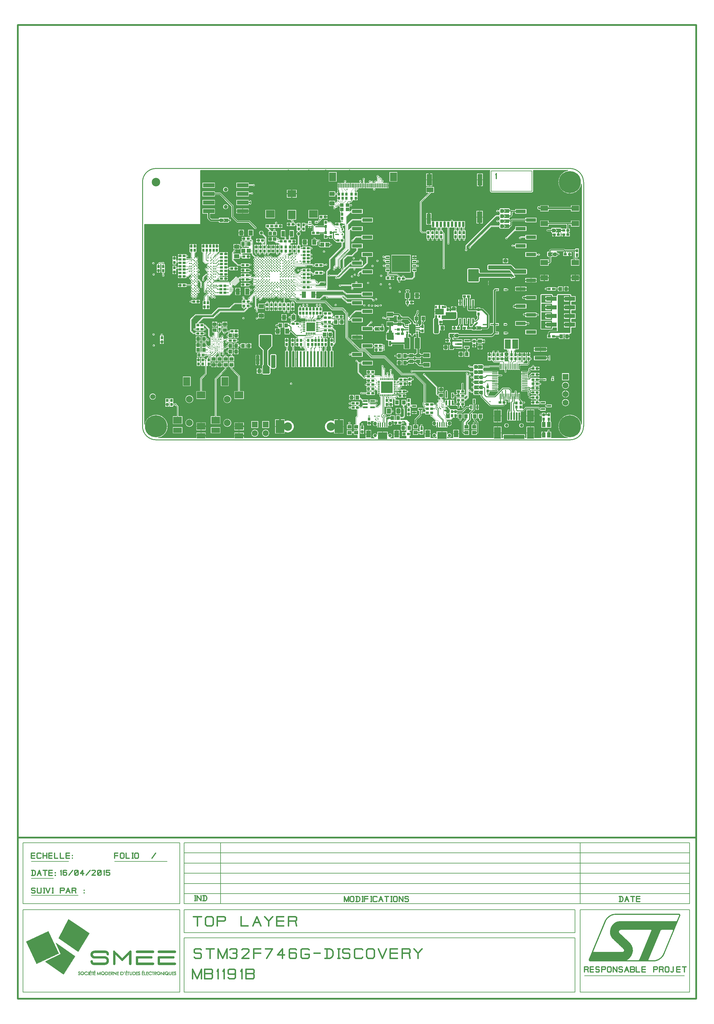
<source format=gbr>
G70*
%FSLAX55Y55*%
%ADD11C,0.00984*%
%ADD12C,0.01969*%
%ADD13C,0.00787*%
%ADD14C,0.01181*%
%ADD15C,0.00472*%
%ADD16C,0.00492*%
%ADD17C,0.00591*%
%ADD18C,0.00650*%
%ADD19C,0.00827*%
%ADD20C,0.00500*%
%ADD21C,0.00394*%
%ADD22C,0.00197*%
%ADD23R,0.04331X0.05906*%
%ADD24R,0.11811X0.04016*%
%ADD25C,0.25591*%
%ADD26R,0.04724X0.04331*%
%ADD27R,0.01969X0.09055*%
%ADD28R,0.07874X0.13780*%
%ADD29R,0.24409X0.04724*%
%ADD30C,0.03937*%
%ADD31R,0.02362X0.01654*%
%ADD32R,0.03150X0.06299*%
%ADD33R,0.07874X0.05512*%
%ADD34R,0.04724X0.12205*%
%ADD35R,0.06299X0.13780*%
%ADD36R,0.05512X0.13780*%
%ADD37R,0.05906X0.13780*%
%ADD38O,0.01013X0.07100*%
%ADD39O,0.01000X0.07100*%
%ADD40O,0.07100X0.01013*%
%ADD41O,0.07100X0.01000*%
%ADD42R,0.06299X0.12598*%
%ADD43R,0.02400X0.06000*%
%ADD44C,0.07874*%
%ADD45R,0.09843X0.05906*%
%ADD46R,0.09843X0.07874*%
%ADD47R,0.07874X0.09843*%
%ADD48R,0.02362X0.01772*%
%ADD49C,0.00984*%
%ADD50R,0.10630X0.03937*%
%ADD51R,0.10630X0.12992*%
%ADD52R,0.04331X0.04724*%
%ADD53R,0.03937X0.10630*%
%ADD54R,0.12992X0.10630*%
%ADD55R,0.08504X0.05984*%
%ADD56R,0.05000X0.06000*%
%ADD57P,0.01491X8X292.500*%
%ADD58R,0.01969X0.03150*%
%ADD59R,0.09843X0.06890*%
%ADD60C,0.09843*%
%ADD61R,0.05000X0.07200*%
%ADD62C,0.06000*%
%ADD63R,0.02756X0.01575*%
%ADD64R,0.07480X0.10394*%
%ADD65R,0.05000X0.04000*%
%ADD66R,0.01181X0.04921*%
%ADD67R,0.03150X0.18110*%
%ADD68R,0.02362X0.18110*%
%ADD69R,0.09843X0.15354*%
%ADD70R,0.06000X0.05000*%
%AMUSER71*
4, 1, 4, -0.00807, -0.00551, -0.00807, 0.00551, 0.01358, 0.00551, 0.01358, -0.00551, -0.00807, -0.00551, 0.0*
1, 1, 0.01102, -0.00807, 0.00000*%
%ADD71USER71*%
%AMUSER72*
4, 1, 4, 0.00551, -0.00807, -0.00551, -0.00807, -0.00551, 0.01358, 0.00551, 0.01358, 0.00551, -0.00807, 0.0*
1, 1, 0.01102, 0.00000, -0.00807*%
%ADD72USER72*%
%AMUSER73*
4, 1, 4, 0.00807, 0.00551, 0.00807, -0.00551, -0.01358, -0.00551, -0.01358, 0.00551, 0.00807, 0.00551, 0.0*
1, 1, 0.01102, 0.00807, 0.00000*%
%ADD73USER73*%
%AMUSER74*
4, 1, 4, -0.00551, 0.00807, 0.00551, 0.00807, 0.00551, -0.01358, -0.00551, -0.01358, -0.00551, 0.00807, 0.0*
1, 1, 0.01102, 0.00000, 0.00807*%
%ADD74USER74*%
%ADD75R,0.09843X0.09843*%
%ADD76R,0.01575X0.05315*%
%ADD77R,0.05512X0.08465*%
%ADD78O,0.03937X0.04724*%
%ADD79R,0.11024X0.07874*%
%ADD80R,0.13386X0.04724*%
%ADD81C,0.04600*%
%ADD82R,0.10236X0.07874*%
%ADD83R,0.08661X0.10236*%
%ADD84R,0.09843X0.08661*%
%ADD85R,0.04724X0.02362*%
%ADD86R,0.07000X0.07000*%
%ADD87C,0.07000*%
%ADD88R,0.04921X0.04724*%
%ADD89R,0.07087X0.11024*%
%ADD90R,0.07200X0.05000*%
%ADD91C,0.03900*%
%ADD92R,0.02362X0.04724*%
%ADD93C,0.00866*%
%ADD94R,0.05709X0.02165*%
%ADD95R,0.03787X0.03000*%
%ADD96R,0.02953X0.05433*%
%ADD97R,0.07992X0.07165*%
%ADD98R,0.03937X0.07087*%
%ADD99R,0.01181X0.02362*%
%ADD100R,0.02362X0.01181*%
%ADD101R,0.13386X0.13386*%
%ADD102R,0.03937X0.02362*%
%ADD103R,0.21260X0.19685*%
%ADD104C,0.01260*%
%ADD105C,0.01378*%
%ADD106R,0.03000X0.03787*%
%ADD107C,0.00100*%
%ADD108C,0.01000*%
%ADD109R,0.04000X0.05000*%
%ADD110R,0.02165X0.05709*%
%ADD111R,0.12400X0.05000*%
%ADD112R,0.13780X0.03937*%
%ADD113R,0.03937X0.03937*%
%ADD114C,0.01575*%
%ADD115C,0.01200*%
%ADD116C,0.01181*%
D11*
X164334Y684059D02*
G75*
G03X180082Y668311I15747J-00001D01*
G01X660397Y668311*
G75*
G03X676145Y684059I00001J15747*
G01X676145Y967524*
G75*
G03X660397Y983272I-15747J00001*
G01X180082Y983272*
G75*
G03X164334Y967524I-00001J-15747*
G01X164334Y684059*
D12*
X542681Y834650D02*
X542819Y834650D01*
X542819Y827683*
D13*
X407051Y948823D02*
X407051Y945674D01*
X406067Y944689*
X403114Y944689*
X402228Y943804*
X402228Y940654*
D12*
X542819Y827683D02*
X542819Y819493D01*
X543015Y819296*
X547819Y819296*
X547819Y827683*
X554098Y819296D02*
X547819Y819296D01*
X554098Y819296D02*
X558626Y819296D01*
X564925Y812996*
X564925Y802465*
D14*
X613744Y717524D02*
X617681Y717524D01*
D13*
X402228Y940654D02*
X406263Y940654D01*
X406263Y940556*
D14*
X589148Y695870D02*
X589148Y702367D01*
X589137Y702367*
D12*
X564925Y801874D02*
X564925Y799217D01*
X563941Y798233*
D15*
X436972Y963292D02*
X437248Y963292D01*
X437248Y974296*
D14*
X564925Y802170D02*
X564925Y798233D01*
X563941Y798233*
D15*
X438941Y972603D02*
X438941Y963292D01*
D12*
X554976Y798233D02*
X563941Y798233D01*
D15*
X341500Y833666D02*
X339925Y835241D01*
X192878Y713981D02*
X197799Y713981D01*
X332051Y836815D02*
X330476Y838390D01*
X306854Y880910D02*
X308429Y879335D01*
X310004Y880910D02*
X311578Y879335D01*
X286775Y828744D02*
X291303Y828744D01*
X291303Y828548*
D13*
X497996Y958469D02*
X497996Y955004D01*
X487208Y944217*
X487208Y910792*
X489137Y908863*
X496027Y908863*
D15*
X306854Y877760D02*
X308429Y876185D01*
X341500Y833666D02*
X345240Y833666D01*
X347405Y831500*
X370240Y831500*
X374374Y835634*
X397838Y835634*
X401381Y832091*
X430476Y832091*
X432444Y830122*
X221421Y876185D02*
X217878Y876185D01*
X215515Y873823*
X212759Y873823*
X450752Y720280D02*
X450752Y718902D01*
X452917Y716737*
X455870Y716737*
X459547Y713059*
X459547Y711619*
X515712Y696461D02*
X518665Y696461D01*
X523586Y696461D02*
X523586Y693666D01*
X522051Y692130*
X516696Y692130*
X495043Y699807D02*
X489019Y699807D01*
X488822Y700004*
X516893Y686028D02*
X516696Y686225D01*
X516696Y692130*
X328901Y843115D02*
X327326Y844689D01*
X516696Y692130D02*
X515712Y693115D01*
X515712Y696461*
X328704Y820477D02*
X328901Y820477D01*
X328901Y817130*
X412366Y676776D02*
X404492Y676776D01*
X360397Y845477D02*
X356657Y845477D01*
X352019Y798388D02*
X346659Y798388D01*
X345240Y799807*
X543862Y725595D02*
X546027Y723430D01*
X551736Y723430*
X603311Y913469D02*
X597878Y913469D01*
X586578Y902170*
D14*
X572799Y802170D02*
X575752Y802170D01*
D15*
X576173Y802170D01*
D14*
X572799Y802170D02*
X569425Y802170D01*
D12*
X572799Y802170D02*
X572799Y841540D01*
X573783Y842524*
D14*
X576173Y842524D01*
D15*
X246618Y876185D02*
X248559Y878126D01*
X248559Y879701*
X252917Y884059*
X256067Y884059*
D12*
X572799Y792622D02*
X572799Y802170D01*
X572590Y792118D02*
X569846Y789374D01*
X528007Y789374*
D15*
X356547Y806852D02*
X356547Y809453D01*
X355026Y810974*
X355026Y811126*
D14*
X564925Y802170D02*
X560425Y802170D01*
D15*
X325752Y843115D02*
X327326Y841540D01*
X229295Y756500D02*
X234216Y756500D01*
X512759Y711422D02*
X512858Y711323D01*
X516893Y711323*
D14*
X524374Y711323D02*
X524374Y709650D01*
X531067Y709650*
X547208Y735241D02*
X551645Y735241D01*
D13*
X510496Y918311D02*
X510496Y908863D01*
X510791Y908863*
D15*
X459610Y726382D02*
X456854Y726382D01*
D14*
X531067Y709650D02*
X531067Y714571D01*
X531067Y705713D02*
X531067Y709650D01*
D13*
X519157Y918311D02*
X519157Y896067D01*
X519256Y896067*
D11*
X581657Y718902D02*
X581657Y723626D01*
X582051Y724020*
D15*
X313153Y880910D02*
X314728Y879335D01*
D13*
X351933Y890752D02*
X351933Y890556D01*
X348586Y890556*
D15*
X399570Y963292D02*
X399413Y963292D01*
X399413Y968390*
D13*
X352019Y800356D02*
X348980Y800356D01*
X348980Y800398*
D15*
X244059Y786422D02*
X241500Y788981D01*
X241500Y796658*
X236775Y801382*
X233232Y801382*
D14*
X607248Y813981D02*
X607248Y813469D01*
X615122Y813469*
D11*
X622405Y717524D02*
X622405Y723430D01*
D14*
X615122Y813469D02*
X623271Y813469D01*
X623193Y813390*
D15*
X240319Y873036D02*
X237563Y873036D01*
X234981Y875617*
X235004Y888390*
D11*
X622405Y717524D02*
X622405Y711422D01*
D14*
X647011Y883863D02*
X641787Y883863D01*
D11*
X622405Y711422D02*
X622405Y711619D01*
D15*
X440909Y971067D02*
X440909Y963292D01*
D14*
X537956Y834650D02*
X537819Y834650D01*
X537819Y827683*
D15*
X297405Y833666D02*
X298980Y835241D01*
D11*
X607838Y739178D02*
X613350Y739178D01*
X613941Y739768*
X613941Y742721*
X615319Y744099*
X617681Y744099*
D15*
X395830Y930122D02*
X395732Y930122D01*
D13*
X395732Y935733D01*
D15*
X245043Y858863D02*
X243468Y860437D01*
X339925Y854138D02*
X341893Y854138D01*
X347011Y849020*
X368468Y849020*
X370830Y851382*
X375555Y851382*
D11*
X607838Y729335D02*
X612759Y729335D01*
X613744Y728351*
X617681Y728351*
D13*
X589531Y753548D02*
X589531Y759453D01*
X586578Y762406*
D11*
X607838Y725398D02*
X611775Y725398D01*
X612563Y724611*
X612563Y720477*
D15*
X384413Y800201D02*
X381263Y800201D01*
X297405Y874611D02*
X298980Y873036D01*
X300555Y871461D02*
X302130Y869886D01*
D11*
X583626Y718902D02*
X583626Y711619D01*
X584019Y711619*
X586578Y762406D02*
X581657Y762406D01*
X576736Y762406*
D15*
X335200Y858863D02*
X333626Y857288D01*
X332051Y852563D02*
X330476Y854138D01*
D11*
X573193Y743115D02*
X563941Y743115D01*
X561972Y741146*
X556067Y741146*
D14*
X630673Y874020D02*
X636578Y874020D01*
X637366Y874807*
X637366Y883772*
D11*
X573193Y743115D02*
X580673Y743115D01*
D14*
X549177Y683469D02*
X549177Y687603D01*
X548980Y687603*
D11*
X573193Y737209D02*
X563350Y737209D01*
X561381Y735241*
X556067Y735241*
X584019Y711619D02*
X584019Y709256D01*
X583232Y708469*
X568074Y708469*
X557838Y718705*
X557838Y721658*
X556067Y723430*
X579689Y718902D02*
X579689Y711619D01*
X579295Y711619*
X591500Y718902D02*
X591500Y725792D01*
X589531Y727760*
X582641Y727760*
X573389Y718508*
X563350Y718508*
X561381Y720477*
X561381Y728351*
X560397Y729335*
X556067Y729335*
X592298Y695870D02*
X592298Y712023D01*
X593468Y713193*
X593468Y718902*
X595437Y718902D02*
X595437Y711422D01*
X595043Y711028*
X598389Y711028D02*
X595043Y711028D01*
X595448Y695870D02*
X595448Y702158D01*
X594846Y702760*
X594846Y710831*
X595043Y711028*
D15*
X226145Y871461D02*
X227720Y869886D01*
X396421Y906894D02*
X396421Y899020D01*
X396027Y898626*
X396027Y899611*
D13*
X444256Y777563D02*
X444256Y772839D01*
D15*
X396027Y898626D02*
X396027Y892130D01*
X381854Y877957*
X381854Y867327*
X378507Y863981*
X378507Y844099*
X376933Y842524*
X346815Y842524*
X343074Y846264*
X341500Y846264*
X422897Y705910D02*
X418074Y705910D01*
X417878Y705713*
X413941Y705713*
D16*
X371979Y762206D02*
X371979Y775470D01*
X371854Y775595*
X371893Y775634*
D15*
X302130Y908469D02*
X307444Y903154D01*
X307444Y893508*
X306067Y892130*
X332079Y775201D02*
X332079Y762206D01*
X249177Y691146D02*
X249177Y693075D01*
D13*
X249177Y738941D01*
X260791Y750556*
X260791Y755516*
D15*
X341500Y846264D02*
X339925Y847839D01*
D14*
X647011Y911331D02*
X647011Y906500D01*
D15*
X450752Y741737D02*
X450752Y738390D01*
X333626Y816737D02*
X333626Y820477D01*
D16*
X372996Y779138D02*
X372996Y776422D01*
X372208Y775634*
X371893Y775634*
D15*
X413311Y933469D02*
X406460Y933469D01*
X400555Y927563*
X400555Y890752*
X388744Y878941*
X388744Y871067*
X386578Y868902*
X386578Y866343*
X332079Y775201D02*
X332079Y775398D01*
X332051Y775398*
X332051Y775201*
X322602Y874611D02*
X324177Y873036D01*
D12*
X468862Y757878D02*
X471815Y757878D01*
X473389Y759453*
X476342Y759453*
D15*
X313153Y874611D02*
X314728Y873036D01*
X401539Y958863D02*
X401539Y963292D01*
X452720Y738390D02*
X452523Y738390D01*
X452523Y749217*
D12*
X452405Y802878D02*
X451433Y802878D01*
D14*
X451736Y802575D01*
D15*
X241893Y852563D02*
X243468Y850989D01*
X313153Y871461D02*
X314728Y869886D01*
X316303Y871461D02*
X317878Y869886D01*
X240319Y850989D02*
X238547Y849217D01*
X238547Y843311*
D13*
X366980Y798388D02*
X369452Y798388D01*
X369452Y798430*
D15*
X241893Y855713D02*
X243468Y854138D01*
D14*
X641106Y788390D02*
X650161Y788390D01*
D13*
X366980Y804293D02*
X370985Y804293D01*
X371815Y805122*
X372602Y805122*
X376539Y805122*
D14*
X572799Y792327D02*
X576173Y792327D01*
D15*
X413311Y893469D02*
X413311Y887760D01*
X407444Y881894*
X401736Y881894*
X397799Y877957*
X397799Y868311*
X435988Y734256D02*
X438744Y734256D01*
X311578Y869886D02*
X310102Y871363D01*
X310004Y871264*
X310004Y871461*
X310004Y877760D02*
X311578Y876185D01*
X395633Y963292D02*
X395633Y958272D01*
X396618Y957288*
X396618Y953548*
X479689Y707485D02*
X476736Y707485D01*
X474964Y709256*
X473389Y709256*
X431362Y705910D02*
X437563Y705910D01*
X440909Y709256*
X440909Y720280*
X215909Y881697D02*
X212759Y881697D01*
D13*
X425122Y777469D02*
X425122Y777563D01*
X435594Y777563*
D15*
X412366Y683469D02*
X412366Y694296D01*
X413941Y695870*
X413941Y705713*
X413744Y705713D02*
X413941Y705713D01*
X413744Y710634D02*
X413744Y705713D01*
X338350Y862012D02*
X336775Y860437D01*
D13*
X339279Y762206D02*
X339279Y775646D01*
X338547Y776378*
X338547Y779138*
D14*
X547819Y806183D02*
X551616Y806183D01*
X554098Y808666*
X554098Y814571*
D16*
X358515Y791892D02*
X358515Y789571D01*
X358586Y789571*
D15*
X341500Y868311D02*
X339925Y866737D01*
X243468Y866737D02*
X245043Y865162D01*
X251946Y865162*
X252720Y864387*
X256067Y864374*
X400948Y948823D02*
X400752Y948823D01*
X400752Y946264*
X398389Y943902*
X392681Y943902*
X389334Y940556*
X389334Y938981*
X341500Y862012D02*
X339925Y863587D01*
X253901Y762209D02*
X254098Y762209D01*
X253901Y762406*
D13*
X253901Y770674D01*
D15*
X336775Y869886D02*
X338350Y871461D01*
X361775Y871461*
X362563Y870674*
X303507Y899611D02*
X303507Y895870D01*
X304492Y895870*
D13*
X527523Y912996D02*
X527523Y908863D01*
D15*
X316303Y874611D02*
X317878Y873036D01*
X332051Y843115D02*
X330476Y844689D01*
X535791Y719493D02*
X535791Y719296D01*
X539137Y719296*
X540712Y720870*
X540712Y745083*
X366696Y871067D02*
X362563Y871067D01*
X362563Y870674*
D13*
X532149Y918311D02*
X532149Y913292D01*
X532444Y912996*
X532444Y908863*
D15*
X500948Y908863D02*
X498941Y908863D01*
X498389Y908311*
X498389Y904493*
X498035Y904138*
X496027Y904138*
D14*
X629885Y697248D02*
X635791Y697248D01*
D11*
X626342Y697248D02*
X629885Y697248D01*
X622405Y711422D02*
X629295Y711422D01*
D15*
X491106Y744099D02*
X505870Y729335D01*
X505870Y721067*
X506854Y720083*
X510791Y720083*
X459610Y730319D02*
X456854Y730319D01*
X328901Y865162D02*
X327326Y863587D01*
D13*
X440319Y772642D02*
X440319Y772839D01*
X444256Y772839*
D15*
X226145Y852563D02*
X224570Y854138D01*
X425122Y797469D02*
X436578Y797469D01*
X436578Y797248*
D16*
X356547Y791892D02*
X356547Y789571D01*
X356342Y789571*
D15*
X429885Y804926D02*
X425122Y800162D01*
X425122Y797469*
X351089Y820026D02*
X351145Y820026D01*
X351145Y824807*
X281362Y887800D02*
X281066Y885831D01*
X278311Y883075*
X278311Y881107*
X459807Y734256D02*
X456854Y734256D01*
X381263Y814965D02*
X383866Y814965D01*
X384807Y814024*
X384807Y811028*
X335200Y871461D02*
X333626Y869886D01*
X306854Y871461D02*
X308429Y869886D01*
X273586Y881315D02*
X273586Y881107D01*
X278311Y881107*
X297405Y880910D02*
X298980Y879335D01*
X306854Y839965D02*
X308429Y841540D01*
X278507Y881107D02*
X278311Y881107D01*
X264728Y867130D02*
X267878Y867130D01*
D17*
X494807Y709493D02*
X495043Y709256D01*
D15*
X335200Y836815D02*
X333626Y838390D01*
X413311Y873469D02*
X405712Y873469D01*
X391106Y858863*
X381067Y858863*
X303704Y877760D02*
X305279Y876185D01*
D17*
X336775Y835241D02*
X335712Y834178D01*
X335712Y833150*
X336456Y832406*
X340476Y832406*
X343862Y829020*
X376692Y829020*
X384842Y820870*
X396618Y820870*
X402130Y815359*
X402130Y787087*
X416023Y773193*
X422523Y773193*
X430594Y765122*
X445437Y765122*
X465633Y744926*
X480550Y744926*
X492563Y732913*
X492563Y711737*
X494807Y709493*
D15*
X328901Y836815D02*
X327326Y838390D01*
X425122Y903469D02*
X411893Y903469D01*
X407641Y899217*
X352019Y804293D02*
X349177Y804293D01*
X349177Y804335*
X353507Y869886D02*
X339925Y869886D01*
D17*
X494807Y709493D02*
X494846Y709532D01*
X492169Y709532*
D15*
X442878Y738390D02*
X442681Y738390D01*
X442681Y753744*
X438744Y736225D02*
X436185Y736225D01*
X435594Y736815*
X435594Y738193*
X434019Y739768*
X421618Y739768*
X414728Y746658*
X414728Y758075*
X412759Y760044*
X412759Y759847*
X297405Y843115D02*
X298980Y844689D01*
X294256Y839965D02*
X295830Y841540D01*
X224570Y869886D02*
X222996Y868311D01*
X218271Y868311*
X216696Y869886*
X212759Y869886*
X348586Y882878D02*
X351933Y882878D01*
D13*
X446815Y718311D02*
X447799Y717327D01*
X447799Y714374*
D14*
X447405Y713981D01*
X447799Y713981*
D15*
X413311Y767469D02*
X405082Y767469D01*
X405082Y767327*
X221421Y879335D02*
X221421Y886063D01*
X221027Y885670*
X221027Y888390*
D13*
X387169Y810634D02*
X387563Y811028D01*
X389925Y811028*
D15*
X390319Y811028D01*
X422996Y713390D02*
X422897Y713390D01*
X351933Y882878D02*
X351933Y886815D01*
D13*
X188350Y858863D02*
X188350Y864768D01*
D15*
X294256Y871461D02*
X295830Y869886D01*
X335594Y892130D02*
X335594Y898626D01*
X335200Y898626*
X438744Y728351D02*
X435988Y728351D01*
X434610Y729729*
X448783Y745674D02*
X448783Y738390D01*
X446815Y742524D02*
X446815Y738390D01*
X328901Y871461D02*
X327326Y869886D01*
D16*
X351979Y762206D02*
X351979Y770129D01*
X353389Y771540*
X353389Y773750*
X351736Y775403*
X351736Y782957*
X350850Y783843*
X350830Y783863*
X348389Y783863*
D14*
X657838Y919296D02*
X666500Y919296D01*
D15*
X431067Y963292D02*
X430870Y963292D01*
X430870Y967721*
X291893Y895674D02*
X291893Y887800D01*
D16*
X369059Y779138D02*
X369059Y775595D01*
X369452Y775595*
D15*
X306854Y868311D02*
X308429Y866737D01*
D16*
X367979Y762206D02*
X367979Y770162D01*
X369649Y771832*
X369649Y775595*
X369452Y775595*
D14*
X454689Y720280D02*
X463153Y720280D01*
X463153Y719493*
D15*
X328901Y825201D02*
X328704Y825201D01*
X328901Y825201D02*
X333626Y825201D01*
X328901Y833666D02*
X328901Y825201D01*
X246618Y879335D02*
X246618Y881154D01*
X250730Y885266*
X250752Y888390*
D17*
X495043Y704532D02*
X494689Y704532D01*
X494452Y704768*
X491933Y704768*
D15*
X336775Y850989D02*
X338350Y849414D01*
X342090Y849414*
X344846Y846658*
X348193Y846658*
X349374Y845477*
X351933Y845477*
X509216Y686028D02*
X509216Y688784D01*
X507405Y690595*
X505555Y690595*
X499767Y696382*
X201342Y874217D02*
X203311Y874217D01*
X204689Y875595*
X226145Y874611D02*
X227720Y873036D01*
X246618Y850989D02*
X264334Y850989D01*
X266303Y849020*
X222996Y849414D02*
X221421Y850989D01*
X341500Y843115D02*
X339925Y844689D01*
X291893Y895674D02*
X287759Y895674D01*
D11*
X617681Y733272D02*
X617681Y728351D01*
D15*
X285791Y871067D02*
X288393Y871067D01*
X288885Y871559*
X288984Y871461*
X289531Y871461*
D16*
X355979Y762206D02*
X355979Y770083D01*
X354531Y771531*
X354531Y774217*
X352878Y775871*
X352878Y782839*
X353901Y783863*
D15*
X328901Y868311D02*
X327326Y866737D01*
D16*
X356460Y783863D02*
X353901Y783863D01*
D15*
X341500Y836815D02*
X339925Y838390D01*
X499767Y696382D02*
X499767Y699807D01*
X339925Y857288D02*
X342878Y857288D01*
X346224Y853941*
X363941Y853941*
X366696Y851185*
D14*
X592681Y933469D02*
X603311Y933469D01*
D15*
X327523Y907485D02*
X327523Y905713D01*
X330082Y903154*
X330082Y898626*
D11*
X617681Y738193D02*
X617681Y733272D01*
D15*
X440909Y738390D02*
X440909Y741146D01*
X439925Y742130*
X431460Y742130*
D14*
X531067Y719493D02*
X531067Y724414D01*
D15*
X421224Y963292D02*
X421027Y963292D01*
X421027Y971067*
D14*
X587063Y934059D02*
X591696Y934059D01*
X592287Y933469*
X592681Y933469*
D15*
X499767Y696382D02*
X499767Y696304D01*
X499807Y696304*
X454689Y738390D02*
X454689Y743508D01*
X454492Y743705*
X338350Y877760D02*
X336775Y876185D01*
X224570Y866737D02*
X222996Y865162D01*
X218271Y865162*
X215122Y862012*
X212759Y862012*
X358963Y815302D02*
X359019Y815302D01*
X359019Y809847*
D17*
X510791Y706697D02*
X512425Y706697D01*
X512425Y706205*
X513271Y706205*
X513271Y706343*
D14*
X592681Y933469D02*
X592287Y933075D01*
X592287Y928941*
X591500Y928154*
X587063Y928154*
D15*
X383879Y762206D02*
X383822Y762262D01*
X383822Y779138*
D14*
X647102Y911422D02*
X653114Y911422D01*
D12*
X522996Y783272D02*
X532149Y783272D01*
D14*
X591893Y922248D02*
X587063Y922248D01*
X591893Y922248D02*
X591893Y917524D01*
X590712Y916343*
X587063Y916343*
D15*
X316303Y836815D02*
X317878Y838390D01*
D14*
X655082Y887209D02*
X655082Y883863D01*
X665319Y887884D02*
X668552Y887884D01*
X666500Y874020D02*
X665319Y875201D01*
X665319Y887884*
D15*
X582641Y922248D02*
X576145Y922248D01*
D17*
X333626Y835241D02*
X334610Y834256D01*
X334610Y832721*
X336027Y831304*
X340047Y831304*
X343433Y827918*
X376263Y827918*
X384492Y819689*
X396268Y819689*
X400948Y815009*
X400948Y786737*
X415594Y772091*
X422094Y772091*
X430165Y764020*
X445008Y764020*
X465205Y743823*
X480122Y743823*
X491460Y732485*
X491460Y712130*
X490476Y711146*
X490476Y708626*
X491933Y707170*
X491933Y704768*
D14*
X665319Y887884D02*
X655757Y887884D01*
X655082Y887209*
X653704Y888587*
X638350Y888587*
X637366Y887603*
X637366Y883953*
D16*
X362452Y791892D02*
X362452Y789190D01*
X359841Y786579*
X353429Y786579*
X352838Y785989*
X352838Y784926*
X353901Y783863*
D15*
X228507Y791737D02*
X223232Y791737D01*
X220437Y794532*
X220437Y807878*
X225948Y813390*
X244807Y813390*
X252287Y820870*
X265515Y820870*
X271027Y826382*
X285594Y826382*
X286775Y827563*
X286775Y828744*
X300555Y874611D02*
X302130Y873036D01*
X297405Y871461D02*
X298980Y869886D01*
X338350Y880910D02*
X336775Y879335D01*
D14*
X632444Y843508D02*
X636381Y843508D01*
D12*
X452405Y802878D02*
X451736Y802209D01*
X451736Y789571*
X452405Y802878D02*
X462248Y802878D01*
D15*
X282051Y880910D02*
X278507Y880910D01*
X278311Y881107*
D17*
X510791Y708666D02*
X512956Y708666D01*
X513153Y708863*
X513153Y708666*
D15*
X310004Y833666D02*
X311578Y835241D01*
X335200Y846264D02*
X333626Y847839D01*
D12*
X462563Y802760D02*
X462366Y802760D01*
X462248Y802878*
D15*
X306854Y836815D02*
X308429Y838390D01*
X243468Y879335D02*
X243468Y881697D01*
X246793Y885022*
X246815Y888390*
D12*
X467287Y800693D02*
X467287Y802563D01*
X466972Y802878*
X462248Y802878*
D14*
X657838Y919296D02*
X630673Y919296D01*
X657838Y911422D02*
X657838Y919296D01*
D15*
X224570Y879335D02*
X224570Y885241D01*
X224964Y885634*
X224964Y888390*
D14*
X657838Y911422D02*
X657838Y906500D01*
D15*
X226145Y833666D02*
X224570Y835241D01*
X306854Y833666D02*
X308429Y835241D01*
X229295Y839965D02*
X227720Y841540D01*
X204098Y867918D02*
X201342Y867918D01*
D14*
X471716Y798528D02*
X469157Y798528D01*
X467287Y800398*
D15*
X226145Y843115D02*
X224570Y844689D01*
X335200Y843115D02*
X333626Y844689D01*
D14*
X622405Y738193D02*
X631291Y738193D01*
X451736Y780477D02*
X451813Y780554D01*
X451851Y780516*
D12*
X471326Y780516D01*
D15*
X295830Y857288D02*
X294649Y857288D01*
X294059Y856697*
X277130Y856697*
X275397Y854965*
X275063Y854965*
X273189Y856840*
X272855Y856840*
X272521Y856506*
X272521Y856171*
X276196Y852497*
X276196Y852163*
X275861Y851829*
X275527Y851829*
X271853Y855503*
X271519Y855503*
X271185Y855169*
X271185Y854835*
X274859Y851160*
X274859Y850826*
X274525Y850492*
X274191Y850492*
X270516Y854167*
X270182Y854167*
X269848Y853833*
X269848Y853499*
X273523Y849824*
X273523Y849490*
X273189Y849156*
X272855Y849156*
X269180Y852831*
X268846Y852831*
X268512Y852497*
X268512Y852163*
X272187Y848488*
X272187Y848154*
X271853Y847820*
X271519Y847820*
X267844Y851494*
X267510Y851494*
X267176Y851160*
X267176Y850826*
X269050Y848952*
X269050Y848618*
X267878Y847445*
X267878Y845359*
X267641Y845122*
X265594Y845122*
X265358Y844886*
X265358Y844414*
X265594Y844178*
X268744Y844178*
X268980Y843941*
X268980Y843469*
X268744Y843233*
X265594Y843233*
X265358Y842996*
X265358Y842524*
X265594Y842288*
X268704Y842288*
X268941Y842052*
X268941Y841579*
X268704Y841343*
X265594Y841343*
X265358Y841107*
X265358Y840634*
X265594Y840398*
X267641Y840398*
X267878Y840162*
X267878Y839178*
X265122Y836422*
X249374Y836422*
X247405Y838390*
X246618Y838390*
X338350Y843115D02*
X336775Y844689D01*
X245043Y839965D02*
X243468Y841540D01*
X310004Y839965D02*
X311578Y841540D01*
X248193Y833666D02*
X246618Y835241D01*
X245043Y773626D02*
X246027Y772642D01*
D12*
X476342Y766146D02*
X476618Y766146D01*
X484216Y766146*
X484216Y780221*
X482937Y781500*
D14*
X482937Y780516D01*
X483326Y780516*
D12*
X483326Y790945D01*
X482937Y790556*
D14*
X482937Y793410D01*
D12*
X484216Y766146D02*
X494059Y766146D01*
D14*
X494059Y766331D01*
D15*
X376539Y814965D02*
X376539Y810044D01*
X248980Y857288D02*
X246618Y857288D01*
X306854Y843115D02*
X308429Y844689D01*
X240319Y860437D02*
X238350Y860437D01*
X234807Y856894*
X234807Y853744*
X303704Y862012D02*
X305279Y860437D01*
X227720Y854138D02*
X229295Y854138D01*
X232444Y850989*
X232444Y845870*
X351089Y815302D02*
X351089Y811126D01*
X355026Y811126*
X362452Y806852D02*
X362452Y808162D01*
X363547Y809256*
X365712Y809256*
X366837Y810381*
X366837Y815302*
X300555Y858863D02*
X302130Y860437D01*
X364421Y806852D02*
X370548Y806852D01*
X373740Y810044*
X376539Y810044*
X226145Y855713D02*
X224570Y857288D01*
X303704Y855713D02*
X305279Y857288D01*
X219846Y855713D02*
X221421Y857288D01*
X297405Y865162D02*
X298980Y863587D01*
X303704Y865162D02*
X305279Y863587D01*
X257838Y784453D02*
X261381Y784453D01*
X262169Y785241*
X300555Y862012D02*
X302130Y863587D01*
X229689Y860437D02*
X227720Y860437D01*
X240319Y863587D02*
X237956Y865949D01*
X237956Y866737*
X248980Y860437D02*
X246618Y860437D01*
X319452Y877760D02*
X321027Y876185D01*
X328901Y877760D02*
X330476Y876185D01*
X325752Y877760D02*
X327326Y876185D01*
X310004Y836815D02*
X311578Y838390D01*
D13*
X351342Y912996D02*
X345437Y912996D01*
D15*
X222996Y858863D02*
X221421Y860437D01*
X222996Y871461D02*
X224570Y873036D01*
X280476Y963823D02*
X280476Y963784D01*
X293468Y963784*
X229295Y865162D02*
X227720Y863587D01*
X313153Y877760D02*
X314728Y876185D01*
X331657Y779138D02*
X331657Y775623D01*
X332079Y775201*
X328901Y846264D02*
X327326Y847839D01*
X325752Y833666D02*
X324177Y835241D01*
X300555Y843115D02*
X302130Y844689D01*
D13*
X290515Y842327D02*
X285976Y840556D01*
D15*
X256854Y781500D02*
X255870Y782485D01*
X245043Y855713D02*
X243468Y857288D01*
X429098Y963292D02*
X429098Y967130D01*
X428114Y968115*
X226145Y839965D02*
X224570Y841540D01*
X240319Y854138D02*
X236381Y850201D01*
X236381Y839965*
X237169Y839965*
X297405Y846264D02*
X298980Y847839D01*
X293468Y847839D02*
X295830Y847839D01*
X293468Y850989D02*
X295830Y850989D01*
X222996Y836815D02*
X221421Y838390D01*
X294256Y877760D02*
X295830Y876185D01*
X226145Y846264D02*
X224570Y847839D01*
X229295Y843115D02*
X227720Y844689D01*
X293468Y854138D02*
X295830Y854138D01*
X297405Y849414D02*
X298980Y850989D01*
X297405Y858863D02*
X298980Y857288D01*
X245043Y849414D02*
X243468Y847839D01*
X297405Y852563D02*
X298980Y854138D01*
X442878Y963292D02*
X442681Y963292D01*
X442681Y968705*
X246618Y854138D02*
X249767Y854138D01*
X251342Y855713*
X252326Y855713*
X243468Y844689D02*
X244976Y843182D01*
X244909Y843115*
X241893Y843115D02*
X240319Y844689D01*
D17*
X508822Y706697D02*
X508822Y705516D01*
X509807Y704532*
X510397Y704532*
D13*
X511775Y678981D02*
X511775Y673430D01*
D15*
X431460Y727367D02*
X431460Y722445D01*
D13*
X579688Y753548D02*
X567090Y753548D01*
X566500Y752957*
X556460Y752957*
D15*
X431460Y737209D02*
X431460Y732288D01*
X438744Y726382D02*
X436381Y726382D01*
X435397Y727367*
X431460Y727367*
D13*
X365122Y783863D02*
X361185Y783863D01*
D15*
X431460Y742130D02*
X431460Y747052D01*
D17*
X365122Y787209D02*
X365122Y783863D01*
D15*
X431460Y732288D02*
X438744Y732288D01*
X245043Y836815D02*
X243468Y838390D01*
D17*
X263547Y839178D02*
X260004Y839178D01*
D18*
X249374Y866737D02*
X246618Y866737D01*
D13*
X264334Y864374D02*
X260791Y864374D01*
D17*
X219059Y873036D02*
X221421Y873036D01*
X219059Y869886D02*
X221421Y869886D01*
D15*
X219059Y863587D02*
X221421Y863587D01*
D13*
X204295Y862012D02*
X208035Y862012D01*
X264334Y880122D02*
X260791Y880122D01*
X264334Y876185D02*
X260791Y876185D01*
X238941Y896658D02*
X238941Y893115D01*
X246815Y896658D02*
X246815Y893115D01*
X242878Y896658D02*
X242878Y893115D01*
X204492Y877760D02*
X208035Y877760D01*
D15*
X366837Y820026D02*
X366893Y820026D01*
X366893Y824807*
D18*
X245043Y877760D02*
X243468Y876185D01*
D13*
X351748Y836619D02*
X351748Y836815D01*
X347602Y836815*
D15*
X241893Y868311D02*
X240319Y869886D01*
X300555Y846264D02*
X302130Y847839D01*
X243468Y869886D02*
X245043Y868311D01*
X253493Y868311*
X253471Y868333*
X256067Y868311*
D17*
X250161Y847839D02*
X246618Y847839D01*
X263547Y843115D02*
X260004Y843115D01*
X263547Y847052D02*
X260004Y847052D01*
D11*
X599374Y728744D02*
X599374Y718902D01*
X578507Y727367D02*
X573193Y727367D01*
D14*
X385397Y795280D02*
X381263Y795280D01*
X419256Y686225D02*
X419256Y682485D01*
D15*
X336775Y857288D02*
X338350Y858863D01*
X347208Y858863*
X347208Y858469*
D13*
X433626Y695674D02*
X435200Y695674D01*
X427130Y696067D02*
X427130Y692327D01*
X476539Y675201D02*
X472799Y675201D01*
X473783Y682091D02*
X473783Y687012D01*
X466893Y687996D02*
X462956Y687996D01*
X447799Y729335D02*
X442484Y729335D01*
X447799Y729335D02*
X447799Y723626D01*
X453311Y729335D02*
X447799Y729335D01*
D14*
X666500Y856304D02*
X660791Y856304D01*
X666500Y856304D02*
X666500Y851973D01*
X666500Y856304D02*
X672208Y856304D01*
X666500Y860831D02*
X666500Y856304D01*
X630673Y856304D02*
X630673Y851973D01*
X630673Y856304D02*
X636381Y856304D01*
X630673Y856304D02*
X630673Y860831D01*
D15*
X224570Y863587D02*
X222996Y862012D01*
X220633Y862012*
X216696Y858075*
X212759Y858075*
D14*
X624964Y856304D02*
X630673Y856304D01*
D13*
X405771Y935733D02*
X402228Y935733D01*
X405476Y966835D02*
X405476Y963292D01*
D15*
X366837Y815302D02*
X370774Y815302D01*
D13*
X389728Y948823D02*
X392287Y948823D01*
D14*
X388941Y906894D02*
X391696Y906894D01*
X391696Y906500*
X482937Y795969D02*
X485496Y795969D01*
X486578Y794886*
X489137Y794886*
X463153Y724414D02*
X456854Y724414D01*
D13*
X393665Y966835D02*
X393665Y963292D01*
D17*
X247011Y779532D02*
X246027Y778548D01*
X248980Y785437D02*
X249964Y784453D01*
X253901Y789571D02*
X253901Y786422D01*
X248980Y771658D02*
X249964Y772642D01*
X243074Y769689D02*
X244059Y770674D01*
D14*
X488153Y676776D02*
X481263Y676776D01*
D17*
X247011Y775595D02*
X247996Y774611D01*
X248980Y773626D02*
X249964Y774611D01*
X250948Y775595D02*
X251933Y776579D01*
D15*
X322602Y877760D02*
X324177Y876185D01*
X319452Y865162D02*
X321027Y863587D01*
X322602Y865162D02*
X324177Y863587D01*
X316303Y865162D02*
X317878Y863587D01*
D17*
X310004Y862012D02*
X311207Y860809D01*
D18*
X311578Y860437D01*
D15*
X310004Y858863D02*
X311578Y857288D01*
D17*
X310004Y865162D02*
X311007Y864159D01*
D18*
X311578Y863587D01*
D13*
X313153Y865162D02*
X314728Y863587D01*
X306854Y865162D02*
X308429Y863587D01*
X359610Y851382D02*
X356657Y851382D01*
X360004Y856697D02*
X356657Y856697D01*
X356657Y856304*
X358429Y915752D02*
X358429Y913390D01*
D15*
X348586Y873036D02*
X339925Y873036D01*
X479775Y875237D02*
X483822Y875237D01*
X483822Y875398*
X448869Y870237D02*
X444452Y870237D01*
X444452Y870280*
X303704Y846264D02*
X305279Y847839D01*
X479775Y870237D02*
X483822Y870237D01*
X483822Y870280*
X303704Y849414D02*
X305279Y850989D01*
X448869Y880237D02*
X444732Y880237D01*
X444059Y880910*
X300555Y849414D02*
X302130Y850989D01*
X479775Y865237D02*
X479775Y857571D01*
X477523Y855319*
X466893Y855319*
X466893Y858075D02*
X466893Y855319D01*
X338350Y865162D02*
X336775Y863587D01*
D17*
X356657Y875004D02*
X360397Y875004D01*
X360397Y874807*
X352732Y897642D02*
X352732Y899032D01*
X351342Y897642*
X348980Y897642*
X356657Y886815D02*
X360200Y886815D01*
X360397Y887012*
D14*
X358232Y913390D02*
X358232Y915162D01*
D13*
X359807Y860241D02*
X356657Y860241D01*
X360397Y865162D02*
X356657Y865162D01*
D15*
X352019Y802325D02*
X348389Y802325D01*
X347680Y803035*
X347405Y802760*
X343862Y803154D02*
X347011Y803154D01*
X347405Y802760*
X366980Y802325D02*
X371069Y802325D01*
X373193Y800201*
X376539Y800201*
X300555Y877760D02*
X302130Y876185D01*
X355026Y815302D02*
X355026Y811126D01*
X358515Y806852D02*
X358515Y809847D01*
X359019Y809847*
X310004Y874611D02*
X311578Y873036D01*
X396618Y948823D02*
X396618Y945870D01*
X396027Y945280*
X391500Y945280*
X226145Y858863D02*
X224570Y860437D01*
X338350Y868311D02*
X336775Y866737D01*
X597405Y753548D02*
X597405Y756894D01*
X599964Y759453*
X599964Y759548*
X602326Y759548*
X602326Y762406*
X543468Y753941D02*
X544452Y752957D01*
X552130Y752957*
D13*
X586578Y802170D02*
X585173Y802170D01*
D15*
X295830Y838390D02*
X293665Y838390D01*
X287956Y832681*
X287956Y832288*
X413311Y807469D02*
X413311Y807681D01*
X404492Y807681*
X281067Y871067D02*
X274964Y871067D01*
X269059Y876973*
X269059Y885437*
X270830Y887209*
X448869Y875237D02*
X446385Y875237D01*
X444649Y876973*
X295830Y835241D02*
X295830Y823430D01*
X297011Y822248*
X297011Y817524*
X425122Y817469D02*
X411523Y817469D01*
X404689Y810634*
X335200Y852563D02*
X333626Y854138D01*
X332051Y849414D02*
X330476Y850989D01*
X338350Y852563D02*
X336775Y854138D01*
X341500Y880910D02*
X339925Y879335D01*
X433035Y963292D02*
X433035Y959059D01*
X433232Y958863*
X335200Y868311D02*
X333626Y866737D01*
X319452Y871461D02*
X321027Y869886D01*
X294256Y865162D02*
X295830Y863587D01*
D13*
X358429Y918311D02*
X360594Y918311D01*
X362759Y916146*
X362759Y908469*
D15*
X351736Y875004D02*
X348193Y875004D01*
X347405Y875792*
X294256Y862012D02*
X295830Y860437D01*
D13*
X388744Y805122D02*
X384807Y805122D01*
X384807Y804729*
D15*
X297405Y862012D02*
X298980Y860437D01*
X302130Y857288D02*
X303606Y858764D01*
X303704Y858666*
X303704Y858863*
X303704Y852563D02*
X305279Y854138D01*
X376933Y920674D02*
X382444Y920674D01*
X387759Y915359*
X390712Y915359*
X392681Y913390*
X392681Y910437*
X393665Y909453*
X395437Y909453*
X396421Y908469*
X396421Y906894*
X476736Y748036D02*
X543074Y748036D01*
X544059Y747052*
X552130Y747052*
X310004Y843115D02*
X311578Y844689D01*
X306854Y846264D02*
X308429Y847839D01*
X303704Y836815D02*
X305279Y838390D01*
D13*
X444256Y777563D02*
X440319Y777563D01*
D12*
X629590Y812012D02*
X628901Y812012D01*
X629885Y811933D02*
X638820Y811933D01*
D11*
X564925Y733075D02*
X564925Y729729D01*
X577720Y733272D02*
X573193Y733272D01*
D14*
X592484Y771461D02*
X592484Y767130D01*
D11*
X586578Y771067D02*
X586578Y766737D01*
D13*
X438941Y695674D02*
X436775Y695674D01*
D14*
X615122Y923469D02*
X592917Y923469D01*
X591893Y922445*
X591893Y922248*
D17*
X444256Y696658D02*
X443468Y695870D01*
D15*
X337366Y907485D02*
X335200Y905319D01*
X335200Y898626*
D17*
X444256Y696658D02*
X445043Y695870D01*
X444256Y696658D02*
X444216Y696697D01*
X444137Y696697*
D14*
X642590Y911422D02*
X634413Y911422D01*
D17*
X257838Y780516D02*
X258429Y780516D01*
X259413Y781500*
X257838Y782485D02*
X258429Y782485D01*
X259413Y781500*
D11*
X629295Y703941D02*
X625555Y703941D01*
X623980Y705516*
X609413Y705516*
X605870Y701973*
X599374Y701973*
X598389Y702957*
X598389Y706304*
D14*
X337563Y953941D02*
X344767Y953941D01*
X337563Y953941D02*
X331342Y953941D01*
X337563Y953941D02*
X337563Y960004D01*
X337563Y947721D02*
X337563Y953941D01*
D15*
X325752Y852563D02*
X324177Y854138D01*
D12*
X518370Y705516D02*
X516598Y705516D01*
D15*
X351736Y875004D02*
X351933Y875004D01*
X322602Y849414D02*
X321027Y850989D01*
X316303Y849414D02*
X317878Y850989D01*
X319452Y874611D02*
X321027Y873036D01*
D12*
X518665Y702367D02*
X518665Y705221D01*
D15*
X313153Y849414D02*
X314728Y850989D01*
X325752Y849414D02*
X324177Y850989D01*
X250948Y783469D02*
X249964Y782485D01*
D12*
X515319Y702367D02*
X518665Y702367D01*
D15*
X310004Y852563D02*
X311578Y854138D01*
X310004Y849414D02*
X311578Y850989D01*
X333626Y876185D02*
X335200Y877760D01*
X335200Y880516*
X337169Y882485*
X342681Y882485*
X345437Y885241*
X345437Y887406*
D17*
X518665Y700792D02*
X518665Y701579D01*
D12*
X518665Y702367D01*
D15*
X325752Y862012D02*
X324177Y860437D01*
X325752Y858863D02*
X324177Y857288D01*
X332051Y865162D02*
X330476Y863587D01*
X351933Y878941D02*
X351736Y878941D01*
X351736Y875004*
X330476Y869886D02*
X332248Y871658D01*
X332248Y871461*
D14*
X362956Y824807D02*
X362956Y820083D01*
D15*
X246027Y788193D02*
X246027Y786422D01*
X250948Y781500D02*
X249964Y780516D01*
X333626Y873036D02*
X334905Y874315D01*
X335004Y874217*
X335004Y874611*
D12*
X241106Y933823D02*
X241106Y925792D01*
X243665Y923233*
X256370Y923233*
D15*
X332051Y874611D02*
X330476Y873036D01*
X332051Y839965D02*
X330476Y841540D01*
X252917Y783469D02*
X251933Y782485D01*
X366980Y796419D02*
X369607Y796419D01*
X370633Y797445*
X372996Y797445*
X373193Y797642*
X385200Y797642*
X387956Y794886*
X387956Y781107*
X385988Y779138*
X383822Y779138*
X228507Y801382D02*
X228547Y801382D01*
X228547Y803981*
X234413Y809847*
X246815Y809847*
X254295Y817327*
X282444Y817327*
X286775Y821658*
X286775Y823823*
D14*
X390319Y918311D02*
X386775Y918311D01*
X386775Y919296*
D15*
X286775Y823823D02*
X290319Y823823D01*
X290319Y823626*
D13*
X411775Y948823D02*
X414531Y948823D01*
D17*
X384413Y942733D02*
X384413Y942918D01*
X378901Y942918*
D15*
X300555Y839965D02*
X302130Y841540D01*
D14*
X376342Y927170D02*
X382838Y927170D01*
D13*
X585594Y851319D02*
X585594Y847878D01*
X578350Y850201D02*
X578350Y851304D01*
X578350Y850201D02*
X578350Y849296D01*
X571618Y850201D02*
X578350Y850201D01*
D15*
X298980Y838390D02*
X297405Y836815D01*
X294452Y836815*
X291303Y833666*
X291303Y828548*
D14*
X655870Y843508D02*
X660594Y843508D01*
X603311Y843469D02*
X610988Y843469D01*
X610988Y843508*
X615122Y853469D02*
X607051Y853469D01*
X607051Y853548*
D15*
X247011Y785437D02*
X247996Y784453D01*
D14*
X508822Y822445D02*
X508822Y825595D01*
X508822Y816933D02*
X508822Y822445D01*
X487366Y835634D02*
X487366Y836815D01*
X487366Y835634D02*
X487366Y834453D01*
X482826Y835634D02*
X487366Y835634D01*
D15*
X336775Y873036D02*
X338350Y874611D01*
X343862Y874611*
D14*
X476736Y827760D02*
X480082Y827760D01*
X532819Y827683D02*
X532819Y832288D01*
X532838Y832288*
D13*
X551342Y803154D02*
X551539Y803351D01*
D14*
X551539Y803154D01*
X525555Y820280D02*
X525555Y824217D01*
X518665Y819296D02*
X525555Y819296D01*
X525555Y820280*
D12*
X550173Y801788D02*
X551539Y803154D01*
D15*
X409019Y705713D02*
X406417Y705713D01*
X406220Y705910*
X404885Y705910*
D14*
X453889Y856005D02*
X453889Y856107D01*
X457641Y856107*
D12*
X556067Y970083D02*
X556067Y959945D01*
X549755Y801370D02*
X548586Y800201D01*
X548586Y798233*
X555673Y926776D02*
X555673Y916737D01*
X555858Y916552*
D15*
X306067Y884059D02*
X306067Y887406D01*
X305279Y835241D02*
X301145Y831107D01*
X300555Y831107*
D14*
X642287Y906500D02*
X642287Y902957D01*
X659807Y883863D02*
X659807Y880122D01*
D15*
X247011Y783469D02*
X246027Y782485D01*
D14*
X585594Y876052D02*
X585594Y880319D01*
X653114Y906500D02*
X653114Y902760D01*
D13*
X419256Y963292D02*
X419256Y966835D01*
X423193Y963292D02*
X423193Y966835D01*
D12*
X537819Y806183D02*
X537819Y801579D01*
X542681Y801579*
D15*
X295830Y879335D02*
X291893Y883272D01*
X291893Y887800*
D13*
X501637Y918311D02*
X501539Y918311D01*
X501539Y923036*
D15*
X291893Y887800D02*
X287464Y887800D01*
D13*
X593468Y753548D02*
X593468Y757485D01*
X595043Y759059*
X597405Y759059*
X597405Y762406*
X514826Y918311D02*
X514826Y922642D01*
X514728Y922642*
X591500Y753548D02*
X591500Y758272D01*
X592484Y759256*
X592484Y762406*
D15*
X291893Y895674D02*
X291893Y899414D01*
X289728Y901579*
X286775Y901579*
X289728Y901579D02*
X289925Y901579D01*
X289913Y901591*
X289913Y908469*
D13*
X448783Y963292D02*
X448783Y959748D01*
D12*
X468862Y765752D02*
X476618Y765752D01*
X476618Y766146*
D15*
X473389Y709256D02*
X473389Y703154D01*
D14*
X523586Y701185D02*
X527523Y701185D01*
D15*
X364421Y791892D02*
X364421Y790359D01*
X375555Y790359*
D12*
X497208Y970083D02*
X497208Y978548D01*
X497787Y979126*
D14*
X531067Y719493D02*
X524374Y719493D01*
X524374Y719788*
X545437Y706107D02*
X540319Y706107D01*
X535397Y701185*
X527523Y701185*
D12*
X496618Y924807D02*
X496618Y932681D01*
X496803Y932866*
D14*
X479775Y880237D02*
X483822Y880237D01*
X483822Y880319*
X465909Y791343D02*
X465909Y796264D01*
D15*
X312661Y907780D02*
X312661Y910733D01*
X309610Y913784*
X309610Y916343*
D13*
X452720Y709256D02*
X452720Y707288D01*
X454492Y705516*
D12*
X542819Y806183D02*
X542681Y806183D01*
X542681Y801579*
D15*
X328901Y874611D02*
X327326Y873036D01*
D13*
X447799Y709256D02*
X447799Y706697D01*
X448389Y706107*
D12*
X542681Y798233D02*
X542681Y801579D01*
D14*
X467878Y719493D02*
X471421Y719493D01*
X471716Y795969D02*
X465909Y795969D01*
X465909Y796264*
D13*
X496027Y904138D02*
X496027Y900595D01*
X495830Y900595*
D15*
X456854Y736225D02*
X459610Y736225D01*
X461578Y738193*
X464137Y738193*
D14*
X468862Y733272D02*
X468862Y730122D01*
X474374Y733863D02*
X474374Y730516D01*
D13*
X473389Y698430D02*
X473389Y695280D01*
D15*
X397602Y963292D02*
X397602Y960241D01*
X400948Y956894*
X400948Y953548*
D12*
X548586Y798233D02*
X542681Y798233D01*
D15*
X330476Y881304D02*
X330476Y879335D01*
D13*
X479689Y700004D02*
X483626Y700004D01*
D14*
X481263Y683469D02*
X481263Y691540D01*
X486775Y697052*
X486775Y703744*
D13*
X461173Y701776D02*
X466106Y701776D01*
D14*
X641106Y843508D02*
X649177Y843508D01*
D13*
X426736Y737209D02*
X423389Y737209D01*
D14*
X549177Y713193D02*
X549177Y703548D01*
X544059Y698430*
X544059Y691933*
X540319Y688193*
X540319Y683469*
X635791Y692524D02*
X635791Y686028D01*
X540319Y676776D02*
X536775Y676776D01*
X536381Y677170*
X536381Y688587*
X539728Y691934*
X539728Y695870*
X549767Y695870D02*
X549767Y691343D01*
X552917Y688193*
X552917Y676776*
X549177Y676776*
D13*
X426736Y747052D02*
X423193Y747052D01*
X423193Y746855*
X550161Y798233D02*
X548586Y798233D01*
D12*
X392179Y683806D02*
X392179Y695870D01*
D13*
X407051Y717524D02*
X402130Y717524D01*
X426736Y727367D02*
X423586Y727367D01*
D14*
X462169Y757878D02*
X462169Y753548D01*
D15*
X516893Y711323D02*
X516893Y707878D01*
X516696Y707681*
X515712Y707681*
X514728Y706697*
X514728Y705516*
X513547Y704335*
X513547Y698626*
X515712Y696461*
D14*
X435594Y772642D02*
X435594Y769689D01*
D15*
X332051Y846264D02*
X330476Y847839D01*
D13*
X383822Y783863D02*
X380476Y783863D01*
D15*
X300555Y833666D02*
X302130Y835241D01*
D13*
X376933Y783863D02*
X380476Y783863D01*
D15*
X510791Y710634D02*
X511972Y710634D01*
X512759Y711422*
D13*
X536480Y918311D02*
X536480Y913292D01*
X537169Y912603*
D15*
X510791Y720083D02*
X510791Y716343D01*
X512759Y714374*
X512759Y711422*
D13*
X382248Y790359D02*
X385791Y790359D01*
X386185Y790752*
X537366Y908863D02*
X537366Y912406D01*
X537169Y912603*
X381263Y805122D02*
X383232Y803154D01*
X384413Y803154*
X387169Y800398*
X389137Y800398*
D15*
X338350Y839965D02*
X336775Y841540D01*
D13*
X505870Y912209D02*
X505870Y908863D01*
X395043Y811028D02*
X398193Y811028D01*
X395437Y805122D02*
X398980Y805122D01*
X413311Y787469D02*
X404492Y787469D01*
X404492Y787406*
D11*
X617681Y711619D02*
X614137Y711619D01*
D13*
X506165Y918311D02*
X506165Y912504D01*
X505870Y912209*
D11*
X622405Y728351D02*
X626145Y728351D01*
D14*
X629885Y674217D02*
X629885Y678548D01*
D13*
X505870Y912603D02*
X505870Y912209D01*
X595437Y671855D02*
X595437Y676304D01*
X614542Y676382D02*
X614542Y685280D01*
X614531Y685280*
D14*
X601748Y695870D02*
X601748Y689178D01*
X601736Y689178*
X614542Y696067D02*
X620043Y696067D01*
X510791Y726776D02*
X510791Y730910D01*
X506854Y730910*
D13*
X450173Y701776D02*
X450173Y701619D01*
X454452Y701619*
D15*
X338350Y836815D02*
X336775Y838390D01*
D14*
X520634Y711323D02*
X520634Y706500D01*
X520633Y706500*
D13*
X576353Y676382D02*
X576353Y684847D01*
X576342Y684847*
D14*
X552917Y706107D02*
X552917Y710044D01*
X552130Y710044*
D13*
X576353Y696067D02*
X576353Y704807D01*
X576342Y704807*
D14*
X527523Y696461D02*
X527523Y692918D01*
D15*
X444846Y738390D02*
X444649Y738390D01*
X444649Y750792*
D14*
X612169Y767130D02*
X612169Y771067D01*
X614137Y771067*
X581657Y767130D02*
X581657Y771067D01*
X607248Y767130D02*
X607248Y770870D01*
X612169Y770870*
X602326Y767130D02*
X602326Y770870D01*
X608232Y770870*
X597405Y767130D02*
X597405Y771264D01*
X597011Y771264*
X626145Y773331D02*
X635437Y773331D01*
X635437Y773252*
X634807Y773252*
D12*
X656854Y788390D02*
X661086Y788390D01*
D15*
X417287Y963292D02*
X417287Y968390D01*
X417208Y968469*
D14*
X482937Y801087D02*
X482937Y804394D01*
X482185Y805146*
X482185Y808351*
X391303Y899611D02*
X388744Y899611D01*
X385791Y902563*
X385791Y908863*
X382838Y908863D02*
X385791Y908863D01*
X388941Y909453D02*
X385791Y909453D01*
X385791Y908863*
D13*
X446815Y718311D02*
X446815Y718036D01*
X447563Y717288*
X447602Y717288*
X351342Y917721D02*
X351342Y918311D01*
X358429Y918311*
X656854Y788390D02*
X656854Y782681D01*
X376539Y795280D02*
X373193Y795280D01*
X372363Y794451*
X371421Y794451*
X344059Y783863D02*
X344059Y789178D01*
X344256Y789374*
D14*
X344452Y789374D02*
X354098Y789374D01*
D13*
X354578Y789855D01*
X354578Y791892*
D14*
X331067Y801185D02*
X334610Y801185D01*
X336578Y799217*
X336578Y795280*
X332236Y794296D02*
X335594Y794296D01*
X336578Y795280*
X342484Y789374*
X344452Y789374*
D13*
X446815Y718311D02*
X446815Y720280D01*
X344256Y789374D02*
X344452Y789374D01*
X376679Y762206D02*
X376679Y773766D01*
X376933Y774020*
X376933Y779138*
X371421Y794451D02*
X366980Y794451D01*
X337563Y929532D02*
X337563Y923036D01*
X338941Y921658*
X338941Y918311*
D14*
X376933Y915752D02*
X376933Y908863D01*
X376933Y915752D02*
X376933Y915949D01*
X365909Y915752D02*
X376933Y915752D01*
X622405Y744099D02*
X626145Y744099D01*
D11*
X607838Y745083D02*
X602523Y745083D01*
D14*
X622405Y750989D02*
X626145Y750989D01*
X518271Y783469D02*
X514531Y783469D01*
X527720Y779532D02*
X527720Y779532D01*
X532149Y779532*
D15*
X335200Y865162D02*
X333626Y863587D01*
D14*
X516303Y775595D02*
X512563Y775595D01*
D15*
X322602Y846264D02*
X324177Y844689D01*
D14*
X512169Y798233D02*
X512169Y793902D01*
X510200Y805122D02*
X513547Y805122D01*
X526145Y798233D02*
X526145Y801776D01*
D15*
X303704Y868311D02*
X305279Y866737D01*
X596815Y779532D02*
X596815Y773233D01*
X595043Y771461*
X595043Y762406*
X597405Y762406*
D14*
X556067Y776185D02*
X556067Y772839D01*
X549177Y778154D02*
X549177Y774807D01*
X585594Y868052D02*
X590854Y868052D01*
X595437Y863469*
X603311Y863469*
D15*
X319452Y846264D02*
X321027Y844689D01*
D14*
X537956Y798233D02*
X537956Y795083D01*
X571618Y868311D02*
X571618Y868052D01*
X585594Y868052*
D15*
X322602Y836815D02*
X321027Y838390D01*
D14*
X534019Y767721D02*
X530082Y767721D01*
X566893Y767130D02*
X566893Y770674D01*
D13*
X281067Y854335D02*
X277326Y854335D01*
X281067Y859256D02*
X281067Y859059D01*
X277326Y859059*
X281067Y848430D02*
X277326Y848430D01*
X208035Y858075D02*
X204295Y858075D01*
D15*
X221421Y844689D02*
X222996Y843115D01*
D13*
X208035Y847839D02*
X204295Y847839D01*
D15*
X227720Y847839D02*
X229295Y846264D01*
D13*
X278913Y908469D02*
X278913Y908666D01*
X274374Y908666*
X282051Y901579D02*
X278508Y901579D01*
X273586Y892315D02*
X273586Y896461D01*
D12*
X522996Y775792D02*
X532149Y775792D01*
D13*
X286775Y880910D02*
X286775Y880949D01*
X290555Y880949*
D14*
X289728Y933823D02*
X289728Y932878D01*
D12*
X522996Y775792D02*
X522996Y775595D01*
D14*
X289728Y933823D02*
X289728Y934847D01*
D11*
X607838Y727367D02*
X612563Y727367D01*
X614137Y725792*
X614137Y724217*
X614925Y723430*
X617681Y723430*
D14*
X280476Y933823D02*
X289728Y933823D01*
D12*
X522996Y783272D02*
X522996Y775792D01*
D14*
D13*
X277523Y865162D02*
X277326Y865162D01*
X281067Y865162D02*
X277523Y865162D01*
D12*
X522996Y783469D02*
X522996Y783272D01*
D13*
X272602Y867130D02*
X275555Y867130D01*
X277523Y865162*
X208035Y881697D02*
X204295Y881697D01*
D15*
X325752Y839965D02*
X324177Y841540D01*
D14*
X523102Y789374D02*
X522996Y789374D01*
D12*
X522996Y783469D01*
D15*
X227720Y879335D02*
X229295Y880910D01*
X330673Y892130D02*
X330673Y898626D01*
X330082Y898626*
D13*
X201342Y878941D02*
X201342Y883075D01*
D14*
X532819Y806183D02*
X532819Y802544D01*
X530870Y800595*
X530870Y798233*
D15*
X227720Y876185D02*
X229295Y877760D01*
D13*
X224964Y893115D02*
X224964Y896658D01*
X221027Y893115D02*
X221027Y896658D01*
X235004Y893115D02*
X235004Y896658D01*
X260791Y884059D02*
X264334Y884059D01*
X250752Y893115D02*
X250752Y896658D01*
X182838Y864768D02*
X182838Y857327D01*
X201342Y863193D02*
X201342Y860044D01*
X260791Y855319D02*
X268665Y855319D01*
X277326Y863981*
X277326Y865162*
X260791Y872248D02*
X260791Y872445D01*
X264334Y872445*
X260791Y868311D02*
X263153Y868311D01*
X264137Y869296*
X264531Y869296*
D17*
X340515Y892130D02*
X340515Y895674D01*
X340515Y898036*
X339925Y898626*
D15*
X313153Y843115D02*
X314728Y844689D01*
D17*
X312661Y901284D02*
X309216Y901284D01*
X309216Y901185*
X298783Y899611D02*
X294059Y899611D01*
X324177Y916343D02*
X327720Y916343D01*
X325358Y898626D02*
X322011Y898626D01*
D13*
X334216Y918311D02*
X329689Y918311D01*
X327720Y916343*
D15*
X305279Y879335D02*
X303704Y880910D01*
X302130Y879335D02*
X300555Y880910D01*
D17*
X296224Y892130D02*
X296224Y895477D01*
X301145Y892130D02*
X301145Y894493D01*
X300555Y895083*
X315909Y892130D02*
X315909Y895477D01*
D14*
X310988Y892130D02*
X310988Y895477D01*
D17*
X320830Y892130D02*
X320830Y895477D01*
D13*
X272996Y770674D02*
X272996Y774217D01*
X272996Y770674D02*
X276539Y770674D01*
X272996Y789374D02*
X276539Y789374D01*
X272996Y774217D02*
X272996Y774217D01*
X272996Y777563D02*
X272996Y774217D01*
X287759Y777563D02*
X291893Y777563D01*
X291893Y777760*
D17*
X257838Y786422D02*
X259216Y787800D01*
X257838Y778548D02*
X258822Y778548D01*
X259807Y777563*
D13*
X247011Y755516D02*
X247011Y751776D01*
D15*
X467484Y705319D02*
X467484Y705713D01*
D13*
X253901Y755516D02*
X253901Y751776D01*
D12*
X276342Y673233D02*
X284019Y673233D01*
X276342Y684059D02*
X283921Y684059D01*
D13*
X192878Y709256D02*
X192878Y704532D01*
D15*
X467547Y711619D02*
X467484Y711619D01*
X467484Y705713*
D17*
X186775Y782091D02*
X186775Y778311D01*
X186381Y777918*
D14*
X241106Y756500D02*
X241106Y753741D01*
X241696Y753150*
X241696Y752563*
D13*
X228901Y785437D02*
X225358Y785437D01*
X228901Y778548D02*
X225358Y778548D01*
X229295Y761225D02*
X226145Y761225D01*
D15*
X473389Y713981D02*
X471027Y711619D01*
X467547Y711619*
D13*
X229885Y766737D02*
X226736Y766737D01*
D12*
X232248Y673233D02*
X239630Y673233D01*
X232248Y684059D02*
X239826Y684059D01*
D15*
X460988Y693902D02*
X466696Y693902D01*
X468271Y695477*
X468271Y704926*
X467484Y705713*
D13*
X274976Y840556D02*
X270437Y842327D01*
X259807Y802563D02*
X259807Y806107D01*
X272996Y794296D02*
X276539Y794296D01*
D15*
X227720Y835241D02*
X229295Y833666D01*
X422996Y713390D02*
X424728Y713390D01*
X428862Y709256*
X435791Y709256*
D13*
X228507Y828744D02*
X232051Y828744D01*
D15*
X221421Y841540D02*
X222996Y839965D01*
X227720Y838390D02*
X229295Y836815D01*
D13*
X248035Y802524D02*
X247996Y802563D01*
X247996Y806500*
X253901Y801579D02*
X253901Y805319D01*
X236381Y822642D02*
X236381Y819099D01*
X240319Y822642D02*
X240319Y819099D01*
X338547Y783863D02*
X338547Y787800D01*
X338350Y787800*
X343979Y773626D02*
X344059Y773626D01*
D15*
X413744Y717524D02*
X415909Y717524D01*
X420043Y713390*
X422996Y713390*
D13*
X344059Y779138D02*
X344059Y773706D01*
X343979Y773626*
X343979Y762206D02*
X343979Y773626D01*
D14*
X297996Y768508D02*
X298980Y768508D01*
X297996Y768508D02*
X296815Y768508D01*
X297996Y761028D02*
X297996Y768508D01*
D13*
X331657Y783863D02*
X331657Y787800D01*
D14*
X321236Y794296D02*
X316893Y794296D01*
D12*
X299767Y748036D02*
X299767Y751776D01*
X297996Y753548*
X297996Y761028*
X323779Y683806D02*
X323779Y695674D01*
D17*
X362748Y836619D02*
X362748Y836815D01*
X367287Y836815*
X338547Y820477D02*
X338547Y817327D01*
X302130Y812418D02*
X302130Y807681D01*
X318862Y820477D02*
X318862Y817327D01*
X323783Y820477D02*
X323783Y817524D01*
D13*
X328660Y810381D02*
X328660Y806107D01*
X328704Y806107*
D15*
X325752Y836815D02*
X324177Y838390D01*
D13*
X328660Y810381D02*
X328660Y814571D01*
X328704Y814571*
X328660Y810381D02*
X324570Y810381D01*
D17*
X324570Y810437D01*
X309019Y820477D02*
X309019Y817327D01*
X313941Y820477D02*
X313941Y817327D01*
D14*
X358963Y820026D02*
X358963Y824807D01*
X359413Y824807*
D13*
X208035Y869886D02*
X204689Y869886D01*
X204689Y870083*
X208035Y873823D02*
X204689Y873823D01*
X204689Y873430*
X208035Y865949D02*
X204492Y865949D01*
X204492Y865752*
X182838Y857327D02*
X182169Y857327D01*
X182838Y857130D02*
X182838Y857327D01*
X264925Y859256D02*
X264929Y859256D01*
X263944Y860241*
X260791Y860437*
X587563Y753548D02*
X587563Y747642D01*
X588547Y747642*
D12*
X661578Y788390D02*
X661578Y788390D01*
D14*
X506657Y686028D02*
X506657Y681697D01*
D13*
X510791Y908863D02*
X512563Y908863D01*
X513941Y907485*
X513941Y867721*
D14*
X598598Y695870D02*
X598598Y689178D01*
X598586Y689178*
D11*
X603311Y706304D02*
X606263Y706304D01*
X606854Y706894*
X606854Y708469*
D12*
X422897Y709650D02*
X418862Y709650D01*
D13*
X578350Y851461D02*
X578350Y851304D01*
D15*
X413311Y913469D02*
X406460Y913469D01*
X404492Y911500*
X404492Y888390*
X393074Y876973*
X393074Y868311*
D13*
X585594Y847878D02*
X586578Y847878D01*
X586618Y847918*
X586618Y847996*
X585594Y847878D02*
X584570Y847878D01*
X584452Y847996*
D15*
X303704Y839965D02*
X305279Y841540D01*
D14*
X241106Y953823D02*
X254492Y953823D01*
X268862Y939453*
X268862Y926973*
X274177Y921658*
X287956Y921658*
X295437Y914178*
D15*
X316303Y843115D02*
X317878Y844689D01*
X322602Y839965D02*
X321027Y841540D01*
X280476Y953823D02*
X280476Y954138D01*
X291500Y954138*
X425122Y757469D02*
X417287Y757469D01*
X417287Y757485*
X339925Y860437D02*
X340122Y860241D01*
X345437Y860241*
X347996Y862800*
X360004Y862800*
X362366Y860437*
X362366Y860241*
X366696Y862209D02*
X364334Y862209D01*
X362366Y860241*
X386972Y937209D02*
X386972Y938784D01*
X388193Y940004*
X388193Y941973*
X391500Y945280*
X576145Y933863D02*
X582444Y933863D01*
X582641Y934059*
X300555Y836815D02*
X302130Y838390D01*
X425122Y863469D02*
X416854Y863469D01*
X414925Y861540*
X414925Y859256*
X425122Y837469D02*
X401082Y837469D01*
X397208Y841343*
X340122Y841343*
X339925Y841540*
X425122Y883469D02*
X425122Y873587D01*
X419846Y868311*
X404885Y868311*
X392878Y856304*
X389137Y856304*
X335200Y839965D02*
X333626Y841540D01*
X539925Y888587D02*
X539925Y893508D01*
X574570Y928154*
X582641Y928154*
X316303Y833666D02*
X317878Y835241D01*
X413311Y847469D02*
X394673Y847469D01*
X394452Y847248*
X393468Y847248*
X413311Y827469D02*
X402027Y827469D01*
X395830Y833666*
X378507Y833666*
X544059Y891737D02*
X568665Y916343D01*
X582641Y916343*
X322602Y833666D02*
X321027Y835241D01*
X306854Y874611D02*
X308429Y873036D01*
D11*
X571815Y770674D02*
X571815Y767130D01*
D14*
X560594Y781697D02*
X560594Y782878D01*
X556067Y782878*
X549177Y782878D02*
X549177Y782878D01*
X556067Y782878*
X540614Y783272D02*
X546027Y783272D01*
X546421Y782878*
X549177Y782878*
X560594Y782878D02*
X560594Y783863D01*
D15*
X615122Y903469D02*
X603429Y903469D01*
X602523Y902563*
D11*
X625752Y733272D02*
X622405Y733272D01*
X614925Y762406D02*
X612169Y762406D01*
D15*
X615122Y883469D02*
X615122Y883272D01*
X624374Y883272*
D11*
X601342Y753548D02*
X601342Y755910D01*
X611381Y755910*
X612169Y756697*
X612169Y762406*
D14*
X382838Y904138D02*
X376933Y904138D01*
X367484Y908469D02*
X376539Y908469D01*
X376933Y908863*
D13*
X338941Y918311D02*
X344846Y918311D01*
X345437Y917721*
D15*
X603311Y893469D02*
X603311Y893508D01*
X593862Y893508*
D11*
X585594Y747642D02*
X585594Y753548D01*
D15*
X316303Y839965D02*
X314728Y841540D01*
D14*
X635791Y679138D02*
X635791Y674217D01*
D11*
X603311Y711028D02*
X606460Y711028D01*
X607051Y711619*
X601342Y718902D02*
X601342Y715359D01*
X603311Y713390*
X603311Y711028*
X564925Y721264D02*
X564925Y725004D01*
X573193Y725398D02*
X564925Y725398D01*
X564925Y725004*
D15*
X316303Y877760D02*
X317878Y876185D01*
D11*
X632838Y707681D02*
X636381Y707681D01*
X576736Y770674D02*
X576736Y767130D01*
D15*
X319452Y839965D02*
X317878Y841540D01*
D11*
X617681Y753941D02*
X617681Y750989D01*
X607838Y747052D02*
X612563Y747052D01*
X613350Y747839*
X613350Y750398*
X613941Y750989*
X617681Y750989*
X589531Y712800D02*
X589531Y718902D01*
D13*
X239334Y772642D02*
X235594Y772642D01*
D15*
X300555Y852563D02*
X302130Y854138D01*
D17*
X255870Y786422D02*
X255870Y787603D01*
X256854Y788587*
D15*
X324177Y879335D02*
X324570Y879335D01*
X330673Y885437*
X330673Y887406*
X248980Y783469D02*
X247996Y782485D01*
D13*
X234216Y761225D02*
X237366Y761225D01*
X237759Y760831*
D15*
X599374Y753548D02*
X599374Y757485D01*
X600161Y758272*
X605972Y758272*
X607248Y759548*
X607248Y762406*
D17*
X236775Y791737D02*
X233232Y791737D01*
D14*
X629885Y692524D02*
X629885Y686028D01*
D17*
X511775Y686028D02*
X511775Y687996D01*
X512563Y688784*
X512563Y691111*
X506775Y696898*
X506775Y702721*
X505043Y704453*
X505043Y707091*
X506618Y708666*
D15*
X267681Y765949D02*
X267681Y762209D01*
D13*
X458035Y687996D02*
X452622Y687996D01*
X451667Y687041*
X459344Y675230D02*
X459344Y682091D01*
X468074Y675201D02*
X468005Y675132D01*
X459344Y675230*
X467090Y682091D02*
X459344Y682091D01*
X458232Y687996D02*
X458035Y687996D01*
X426470Y675230D02*
X426470Y674807D01*
X419256Y674807*
X419256Y677760*
X434147Y687041D02*
X434147Y682160D01*
X435397Y680910*
X437789Y680910*
X276342Y720280D02*
X276342Y742248D01*
X267681Y750910*
X267681Y755516*
X427130Y687603D02*
X427523Y687209D01*
X433979Y687209*
X434147Y687041*
D15*
X250948Y773626D02*
X251933Y774611D01*
D13*
X427130Y687603D02*
X427130Y682681D01*
X426470Y682022*
X426470Y675230*
X459344Y682091D02*
X459344Y683735D01*
X458035Y685044*
X458035Y687996*
X437789Y680910D02*
X437789Y685762D01*
X442907Y680910D02*
X437789Y680910D01*
X442907Y680910D02*
X442907Y673164D01*
D15*
X300555Y868311D02*
X302130Y866737D01*
D13*
X442907Y680910D02*
X450358Y680910D01*
X451667Y682219*
X451667Y687041*
D15*
X297405Y868311D02*
X298980Y866737D01*
X243468Y863587D02*
X245043Y862012D01*
X249964Y862012*
X250555Y861422*
X250555Y859847*
X255082Y855319*
X256067Y855319*
X294256Y874611D02*
X295830Y873036D01*
D14*
X540712Y767721D02*
X540712Y775792D01*
X540614Y775792*
D15*
X629885Y804335D02*
X629885Y798823D01*
X244059Y772642D02*
X243074Y772642D01*
X239728Y769296*
X232248Y769296*
X228901Y772642*
D12*
X629885Y801933D02*
X638819Y801933D01*
D14*
X482185Y808351D02*
X482185Y809059D01*
X587563Y792327D02*
X585173Y792327D01*
X482185Y808351D02*
X482185Y813603D01*
X483822Y815241*
X483822Y817721*
D12*
X484216Y759453D02*
X476342Y759453D01*
D15*
X436775Y694099D02*
X437759Y693115D01*
X437759Y692524*
D12*
X484216Y759453D02*
X484216Y756894D01*
X485779Y755331*
X488153Y755331*
X492956Y755331*
D14*
X494059Y755331D01*
D12*
X448025Y692918D02*
X449472Y692918D01*
D13*
X488153Y755319D02*
X488153Y755331D01*
D12*
X454295Y693902D02*
X449767Y693902D01*
X449767Y694394*
X477326Y797248D02*
X477326Y789867D01*
D14*
X449767Y694689D02*
X448025Y692947D01*
X448025Y692918*
X490185Y809059D02*
X490185Y805776D01*
X489137Y804729*
X489137Y799807*
D15*
X352019Y796419D02*
X348938Y796419D01*
X348389Y795870*
D14*
X448025Y690556D02*
X448025Y692918D01*
D15*
X352019Y794451D02*
X349964Y794451D01*
X348607Y793094*
X348586Y793115*
D14*
X448025Y690556D02*
X448025Y685762D01*
D15*
X339925Y876185D02*
X341500Y877760D01*
X341893Y877760*
D14*
X489137Y799807D02*
X489137Y799611D01*
D15*
X303704Y843115D02*
X305279Y844689D01*
X303704Y874611D02*
X305279Y873036D01*
D14*
X489137Y799807D02*
X486775Y799807D01*
X485496Y798528*
X482937Y798528*
D15*
X303704Y871461D02*
X305279Y869886D01*
D14*
X448025Y690556D02*
X448025Y692750D01*
X447996Y692721*
X477326Y798528D02*
X482937Y798528D01*
D12*
X451736Y813575D02*
X461472Y813575D01*
X462563Y812485*
X462563Y809453*
D15*
X241893Y839965D02*
X240319Y841540D01*
X245043Y833666D02*
X243468Y835241D01*
X222996Y833666D02*
X221421Y835241D01*
X294256Y843115D02*
X295830Y844689D01*
X294256Y868311D02*
X295830Y866737D01*
D12*
X462563Y809453D02*
X472681Y809453D01*
X477326Y804808*
X477326Y798528*
D15*
X546224Y740949D02*
X551736Y740949D01*
X551736Y741146*
X527523Y912996D02*
X527523Y913193D01*
D13*
X527819Y913489D01*
X527819Y918311*
D12*
X477326Y797248D02*
X477326Y798528D01*
D15*
X243468Y873036D02*
X245043Y874611D01*
X247378Y874611*
X252900Y880133*
X253311Y880133*
X256067Y880122*
X321027Y879335D02*
X325752Y884059D01*
X325752Y887406*
D13*
X556460Y747052D02*
X573193Y747052D01*
D15*
X339925Y850989D02*
X342484Y850989D01*
X345633Y847839*
X363547Y847839*
X365515Y845870*
X376736Y845870*
X317582Y901284D02*
X321618Y901284D01*
X321618Y901185*
X325752Y892130D02*
X325752Y893311D01*
X322011Y897052*
X319846Y897052*
X317582Y899315*
X317582Y901284*
X535791Y714571D02*
X539334Y714571D01*
X542090Y717327*
X542090Y741933*
X544059Y743902*
X510791Y712603D02*
X510791Y714178D01*
X510200Y714768*
X508232Y714768*
D17*
X514334Y686028D02*
X514334Y688075D01*
X513665Y688744*
X513665Y691540*
X507878Y697327*
X507878Y703941*
X507444Y704374*
X507444Y704453*
X503035Y704532D02*
X499767Y704532D01*
D15*
X338350Y846264D02*
X336775Y847839D01*
X409413Y963292D02*
X409413Y960044D01*
X407051Y957681*
X407051Y953548*
D14*
X442681Y801776D02*
X442681Y797248D01*
X441000Y797248*
D15*
X335200Y849414D02*
X333626Y850989D01*
D17*
X506618Y708666D02*
X506854Y708666D01*
X506618Y708666D02*
X504492Y708666D01*
X503901Y709256*
X499767Y709256*
D12*
X471326Y780516D02*
X471326Y790678D01*
X471716Y791067*
D14*
X471716Y793410D01*
D15*
X551736Y729335D02*
X547011Y729335D01*
D16*
X360484Y791892D02*
X360484Y788831D01*
X359374Y787721*
X352961Y787721*
X351696Y786456*
X351696Y784689*
X350850Y783843*
D17*
X448783Y720280D02*
X448783Y718512D01*
X449769Y717526*
D15*
X413350Y959256D02*
X413350Y963292D01*
D13*
X452720Y713981D02*
X450948Y713981D01*
X450165Y714764*
X450165Y717130*
X449769Y717526*
D14*
X471421Y724414D02*
X467878Y724414D01*
D12*
X518665Y814571D02*
X518665Y810536D01*
X518665Y814571D02*
X521421Y814571D01*
X522405Y813587*
X525555Y813587*
X512563Y811422D02*
X512799Y811185D01*
X516263Y811185*
X517208Y810241*
X518370Y810241*
X520811Y810241D02*
X518960Y810241D01*
X512563Y822445D02*
X515909Y822445D01*
D14*
X265712Y923233D02*
X261275Y923233D01*
D12*
X516893Y724512D02*
X516893Y719788D01*
D15*
X247996Y786422D02*
X247996Y795792D01*
X248035Y795831*
X222996Y852563D02*
X221421Y854138D01*
D13*
X640291Y738193D02*
X640291Y741146D01*
X640712Y741146*
D15*
X330476Y857288D02*
X331854Y858666D01*
X332051Y858666*
D17*
X506854Y706697D02*
X506381Y706697D01*
X506185Y706500*
X506185Y705713*
X507444Y704453*
D13*
X457484Y796264D02*
X461185Y796264D01*
D15*
X332051Y862012D02*
X330476Y860437D01*
X335200Y862012D02*
X333626Y860437D01*
X245043Y777563D02*
X246027Y776579D01*
D13*
X566893Y762406D02*
X571815Y762406D01*
D15*
X327326Y879335D02*
X327326Y880131D01*
X330665Y883469*
X332051Y883469*
X335594Y887012*
X335594Y887406*
X345437Y892130D02*
X345437Y907485D01*
X588153Y779532D02*
X588153Y772642D01*
X589925Y770870*
X589925Y762406*
X592484Y762406*
D13*
X260791Y765949D02*
X260791Y762209D01*
X436185Y713390D02*
X431362Y713390D01*
D14*
X537819Y827683D02*
X537819Y822839D01*
X537759Y822839*
D15*
X313153Y833666D02*
X314728Y835241D01*
D11*
X585594Y725792D02*
X585594Y718902D01*
D15*
X313153Y836815D02*
X314728Y838390D01*
D11*
X597405Y724414D02*
X597405Y718902D01*
D15*
X425122Y923469D02*
X407681Y923469D01*
X402523Y918311*
X402523Y889768*
X390712Y877957*
X390712Y870083*
X388941Y868311*
X328901Y833666D02*
X327326Y835241D01*
X332051Y833666D02*
X330476Y835241D01*
D12*
X552511Y804126D02*
X551539Y803154D01*
D15*
X435004Y963292D02*
X435004Y962603D01*
X434807Y962800*
X434807Y967918*
D13*
X629816Y818902D02*
X629816Y819302D01*
X629808Y823964D02*
X629917Y823855D01*
X629885Y823823*
D15*
X251933Y778548D02*
X252819Y779433D01*
X252720Y779532*
X252917Y779532*
D12*
X638820Y821933D02*
X638820Y821855D01*
X630181Y821855*
D15*
X297405Y839965D02*
X298980Y841540D01*
X252917Y779532D02*
X251933Y780516D01*
X332051Y868311D02*
X330476Y866737D01*
D12*
X615122Y833469D02*
X606460Y833469D01*
D15*
X256854Y773626D02*
X255870Y774611D01*
D12*
X651539Y801933D02*
X651539Y800496D01*
X660322Y801933D02*
X651539Y801933D01*
D15*
X266303Y783469D02*
X263547Y783469D01*
X261775Y781697*
D17*
X651539Y831933D02*
X651539Y833666D01*
D13*
X205082Y691146D02*
X205082Y706894D01*
X202523Y709453*
D12*
X651539Y831933D02*
X651539Y831933D01*
D13*
X202523Y709453D02*
X198153Y709453D01*
X198074Y709532*
D15*
X197799Y709256D01*
D12*
X660320Y831933D02*
X651539Y831933D01*
D15*
X242090Y776579D02*
X244059Y776579D01*
D12*
X660320Y821933D02*
X651539Y821933D01*
D13*
X232248Y720280D02*
X232248Y739374D01*
X237759Y744886*
X237759Y760831*
D12*
X660320Y811933D02*
X651539Y811933D01*
D17*
X651539Y804138D02*
X651539Y805122D01*
X651539Y810044*
D12*
X636381Y788390D02*
X636381Y791933D01*
X637759Y793311*
X647602Y793311*
X651539Y797248*
X651539Y799906*
D13*
X583626Y753548D02*
X583626Y757878D01*
X582444Y759059*
X572405Y759059*
X571815Y759650*
X571815Y762406*
D17*
X651539Y813981D02*
X651539Y814965D01*
X651539Y819886*
X651539Y834607D02*
X651539Y833666D01*
D15*
X253901Y782485D02*
X254787Y781599D01*
X254885Y781599*
X254885Y781500*
D17*
X651621Y828827D02*
X651539Y828909D01*
X651539Y831697*
D15*
X202326Y709650D02*
X202523Y709453D01*
D17*
X651621Y828827D02*
X651621Y823906D01*
X651539Y823823*
X651421Y829027D02*
X651621Y828827D01*
D12*
X651539Y801933D02*
X651539Y801933D01*
X629885Y831933D02*
X638820Y831933D01*
X629885Y831933D02*
X629885Y831933D01*
X629885Y833370D02*
X629885Y832681D01*
D14*
X587563Y842524D02*
X585173Y842524D01*
X591303Y859256D02*
X591240Y859319D01*
X591303Y859319D02*
X591240Y859319D01*
X571618Y859256D02*
X571618Y859319D01*
X578704Y859319*
X585594Y859319*
X571618Y859256D02*
X548389Y859256D01*
X590515Y859319D02*
X591240Y859319D01*
X590515Y859319D02*
X585594Y859319D01*
D13*
X636421Y761205D02*
X636421Y763331D01*
X636342Y763331*
D14*
X626145Y763331D01*
D13*
X636381Y765260D02*
X636342Y765260D01*
X636342Y763292*
D18*
X240319Y879335D02*
X240319Y882352D01*
X242928Y884961*
X242878Y888390*
D13*
X259807Y795870D02*
X259807Y792721D01*
X259216Y792130*
D17*
X216303Y865949D02*
X212759Y865949D01*
X221421Y866737D02*
X217090Y866737D01*
X216303Y865949*
D13*
X365122Y779138D02*
X365122Y775595D01*
X363941Y774414*
X363979Y762206D02*
X363979Y774452D01*
X363941Y774414*
X537366Y900595D02*
X537366Y904138D01*
D17*
X319452Y916343D02*
X314334Y916343D01*
X319452Y920083D02*
X319452Y916343D01*
X246618Y841540D02*
X248980Y839178D01*
X251736Y839178*
X255279Y839178*
D15*
X226145Y836815D02*
X224570Y838390D01*
D13*
X220240Y828744D02*
X223783Y828744D01*
D14*
X535791Y733272D02*
X535791Y724414D01*
D17*
X404492Y687996D02*
X404492Y683469D01*
D14*
X535791Y706304D02*
X535791Y709650D01*
D13*
X264531Y794296D02*
X268271Y794296D01*
D17*
X372996Y783863D02*
X372996Y786422D01*
X371815Y787603*
X240319Y847839D02*
X241893Y846264D01*
X251342Y846264*
X255279Y847052D02*
X252130Y847052D01*
X251342Y846264*
X251736Y846264D02*
X251342Y846264D01*
X236381Y831304D02*
X236381Y827367D01*
X240319Y838390D02*
X236381Y834453D01*
X236381Y831304*
D13*
X362956Y815359D02*
X362956Y811225D01*
X361578Y809847*
X360484Y806852D02*
X360484Y808752D01*
X361578Y809847*
D17*
X215909Y847839D02*
X221421Y847839D01*
X215909Y847839D02*
X212759Y847839D01*
D13*
X392189Y940654D02*
X395732Y940654D01*
D14*
X396421Y912012D02*
X396421Y913587D01*
X395043Y914965*
X395043Y918311*
X398586Y918311D02*
X395043Y918311D01*
D13*
X339137Y803154D02*
X335397Y803154D01*
X335397Y802957*
D18*
X246618Y873036D02*
X249767Y873036D01*
X252917Y876185*
X256067Y876185D02*
X252967Y876135D01*
X252917Y876185*
D13*
X236775Y796658D02*
X233232Y796658D01*
D14*
X505476Y798233D02*
X505476Y798233D01*
X505476Y805122*
X505082Y805122*
X505082Y811422*
X505476Y793902D02*
X505476Y793902D01*
X505476Y798233*
X533035Y695870D02*
X533035Y691540D01*
D13*
X527523Y900595D02*
X527523Y904138D01*
D17*
X254885Y785437D02*
X253901Y784453D01*
X254885Y785437D02*
X255870Y784453D01*
X282051Y821264D02*
X282051Y823823D01*
D14*
X556460Y695870D02*
X556460Y691343D01*
D17*
X347152Y823176D02*
X347152Y820026D01*
X370774Y820026D02*
X370774Y824076D01*
X370240Y824611*
X370240Y824807*
D14*
X319846Y801185D02*
X324374Y801185D01*
D13*
X449165Y860241D02*
X449165Y856005D01*
X448869Y865237D02*
X449165Y865237D01*
X449165Y860241*
X459807Y860241*
X462169Y857878*
X462169Y855319*
D14*
X462169Y851776D02*
X462169Y855319D01*
D17*
X251736Y843115D02*
X255279Y843115D01*
X246618Y844689D02*
X249767Y844689D01*
X251342Y843115*
X251736Y843115*
X411775Y953548D02*
X411775Y957091D01*
X411381Y957091*
X411381Y963292*
D12*
X603311Y823469D02*
X596067Y823469D01*
X595645Y823048*
D13*
X361185Y779138D02*
X361185Y775595D01*
X360004Y774414*
X359979Y762206D02*
X359979Y774389D01*
X360004Y774414*
D18*
X240319Y876185D02*
X239137Y876185D01*
X238309Y877014*
X238309Y884792*
X239009Y885492*
X238941Y888390D02*
X238941Y885492D01*
X239009Y885492*
D17*
X392287Y953548D02*
X392287Y957485D01*
X391696Y958075*
X384413Y953733D02*
X391696Y953733D01*
X391696Y958075*
X391696Y963292*
X249964Y770674D02*
X245240Y765949D01*
X243468Y765949*
X241696Y764178*
X241106Y761225D02*
X241106Y763985D01*
X241696Y763985*
X241696Y764178*
X282051Y828744D02*
X282248Y828744D01*
X282248Y831500*
D14*
X668552Y883160D02*
X668552Y879729D01*
X668468Y879729*
D13*
X374964Y862209D02*
X371421Y862209D01*
D17*
X360397Y878941D02*
X356657Y878941D01*
D14*
X383232Y894689D02*
X379000Y894689D01*
D17*
X374570Y871067D02*
X371421Y871067D01*
D13*
X523488Y918311D02*
X523488Y922642D01*
X523389Y922642*
D14*
X468862Y738193D02*
X474374Y738193D01*
X474374Y738587*
X477720Y738587D02*
X474374Y738587D01*
D17*
X369059Y787603D02*
X369059Y783863D01*
X317582Y907780D02*
X317582Y911815D01*
X317484Y911815*
D13*
X404885Y710634D02*
X409019Y710634D01*
D14*
X471826Y841540D02*
X470633Y841540D01*
X471826Y841540D02*
X473193Y841540D01*
X471826Y835634D02*
X471826Y841540D01*
X471826Y835634D02*
X472011Y835634D01*
X472011Y827760*
X472011Y824807*
X472208Y824611*
D17*
X355026Y820026D02*
X355026Y824807D01*
X355279Y824807*
D14*
X457838Y765752D02*
X462169Y765752D01*
D17*
X252917Y785437D02*
X251933Y784453D01*
D13*
X423389Y732288D02*
X426736Y732288D01*
X510791Y900595D02*
X510791Y904138D01*
X532444Y900595D02*
X532444Y904138D01*
D17*
X224570Y876185D02*
X222996Y877760D01*
X216303Y877760*
X212759Y877760*
D13*
X500948Y900595D02*
X500948Y904138D01*
D14*
X488153Y685241D02*
X488153Y681500D01*
D13*
X423193Y742130D02*
X426736Y742130D01*
D14*
X603311Y803469D02*
X610988Y803469D01*
X610988Y803548*
X612169Y803548*
D17*
X360200Y882878D02*
X356657Y882878D01*
D14*
X289531Y943823D02*
X289531Y942721D01*
X289531Y943823D02*
X280476Y943823D01*
X289531Y944886D02*
X289531Y943823D01*
D13*
X339660Y810381D02*
X335200Y810381D01*
D17*
X335200Y810437D01*
D13*
X339728Y814571D02*
X339660Y814571D01*
X339660Y810381*
X339660Y806304*
X337563Y806304*
X348389Y779138D02*
X348429Y779138D01*
X348429Y775752*
D14*
X457838Y791343D02*
X461185Y791343D01*
D13*
X505870Y900595D02*
X505870Y904138D01*
D17*
X256067Y860437D02*
X252716Y860241D01*
X252519Y860437*
X252917Y860437*
D18*
X246618Y863587D02*
X249964Y863587D01*
X252917Y860634*
X252917Y860437*
D17*
X356657Y890752D02*
X360397Y890752D01*
X360397Y890556*
D13*
X395830Y921855D02*
X395830Y925398D01*
X418271Y722445D02*
X426736Y722445D01*
X356460Y779138D02*
X356500Y779138D01*
X356500Y775713*
X262956Y789374D02*
X266303Y789374D01*
D18*
X246618Y869886D02*
X250161Y869886D01*
X252523Y872248*
X256067Y872248D02*
X252573Y872198D01*
X252523Y872248*
D13*
X381263Y810044D02*
X383429Y810044D01*
X384413Y809059*
X384807Y809059*
X371618Y927170D02*
X371618Y924611D01*
X371224Y924217*
X370043Y924217*
X365909Y920870D02*
X368074Y920870D01*
X370043Y922839*
X370043Y924217*
X274570Y783469D02*
X271027Y783469D01*
D17*
X240319Y830516D02*
X240319Y835241D01*
X240319Y830516D02*
X240319Y827367D01*
D13*
X317641Y753430D02*
X316224Y753430D01*
D14*
X316224Y761028D01*
X316106Y761028*
D17*
X246027Y770674D02*
X246027Y770083D01*
X242681Y766737*
X234610Y766737*
X234610Y766933*
X238153Y766933*
X262366Y770674D02*
X266303Y770674D01*
X253901Y793902D02*
X253901Y796855D01*
X251933Y786422D02*
X251933Y791933D01*
X253901Y793902*
X253704Y793705D02*
X253901Y793902D01*
D13*
X456854Y728351D02*
X462563Y728351D01*
X464137Y729926*
X464137Y730122*
X456854Y732288D02*
X460988Y732288D01*
X461972Y733272*
X464137Y733272*
X464137Y730122D02*
X464137Y733272D01*
D17*
X250948Y771658D02*
X251933Y772642D01*
D12*
X307051Y753705D02*
X307051Y753705D01*
X310515Y747957D02*
X310555Y747957D01*
X310515Y747957D02*
X310515Y747268D01*
X306460Y748036D02*
X307051Y748626D01*
X307051Y751284*
X306460Y748036D02*
X306460Y747957D01*
X310515Y747957*
X307051Y761028D02*
X307051Y753705D01*
X307051Y784256D02*
X307051Y761028D01*
X307051Y751697D02*
X307051Y753705D01*
D13*
X186775Y790437D02*
X186775Y786815D01*
X182838Y869493D02*
X182838Y872288D01*
X183980Y873430*
X188311Y873430*
X188350Y869493D02*
X188311Y869532D01*
X188311Y873430*
X266303Y777563D02*
X263350Y777563D01*
X262366Y776579*
X260397Y774611*
D17*
X257838Y774611D01*
D15*
X452720Y720280D02*
X452720Y718508D01*
X453507Y717721*
X458035Y717721*
X440348Y685762D02*
X440348Y688755D01*
X439137Y689965*
X436775Y689965*
X435004Y691737*
X435200Y694099D02*
X435200Y693115D01*
X435004Y692918*
X435004Y691737*
D17*
X442907Y685762D02*
X442907Y687711D01*
X443626Y688430*
X443626Y694138*
X443468Y694296*
X442996Y694296*
X442090Y695201*
X442090Y697288*
X443232Y698430*
X443232Y718823*
X442878Y719178*
X442878Y720280*
X444846Y720280D02*
X444846Y719178D01*
X444492Y718823*
X444492Y698587*
X446263Y696815*
X446263Y695280*
X445279Y694296*
X445043Y694296*
X445466Y685762D02*
X445466Y687692D01*
X444885Y688272*
X444885Y694138*
X445043Y694296*
D15*
X248980Y775595D02*
X249964Y776579D01*
D13*
X281066Y777563D02*
X277523Y777563D01*
X277130Y777957*
X235594Y778548D02*
X237759Y778548D01*
X241696Y774611*
D17*
X244059Y774611D01*
D15*
X252917Y775595D02*
X253901Y776579D01*
D13*
X247011Y762209D02*
X247011Y764965D01*
X251933Y769886*
D17*
X251933Y770674D01*
D13*
X224767Y796658D02*
X228507Y796658D01*
D17*
X245043Y785437D02*
X246027Y784453D01*
D15*
X245043Y775595D02*
X246027Y774611D01*
D13*
X235594Y785437D02*
X239137Y785437D01*
X240515Y784059*
D15*
X297405Y877760D02*
X298980Y876185D01*
D13*
X257838Y767721D02*
X257838Y770674D01*
D15*
X347152Y815302D02*
X347152Y811084D01*
X347602Y810634*
X354578Y806852D02*
X354578Y809453D01*
X354185Y809847*
X348389Y809847*
X347602Y810634*
X347405Y810831D02*
X347602Y810634D01*
X319452Y868311D02*
X321027Y866737D01*
X322602Y871461D02*
X324177Y869886D01*
D14*
X289531Y848430D02*
X285791Y848430D01*
X296224Y884059D02*
X296224Y887406D01*
X302130Y823418D02*
X302130Y825201D01*
X309019Y825201*
D15*
X309019Y828351D02*
X309019Y825201D01*
X348586Y851382D02*
X351933Y851382D01*
X328901Y852563D02*
X327326Y854138D01*
X333626Y881304D02*
X333626Y879335D01*
X306854Y852563D02*
X308429Y854138D01*
X316303Y868311D02*
X317878Y866737D01*
X316303Y846264D02*
X317878Y847839D01*
X301145Y887406D02*
X300555Y887406D01*
X300555Y884059*
D14*
X281066Y895674D02*
X281066Y897052D01*
X281066Y895674D02*
X281066Y891737D01*
X287169Y891737*
D15*
X325752Y846264D02*
X324177Y847839D01*
X313941Y828351D02*
X313941Y825201D01*
X318862Y828351D02*
X318862Y825201D01*
X328901Y849414D02*
X327326Y850989D01*
X313153Y868311D02*
X314728Y866737D01*
X313153Y846264D02*
X314728Y847839D01*
X306854Y849414D02*
X308429Y850989D01*
D14*
X289728Y854335D02*
X285791Y854335D01*
X289334Y865162D02*
X285791Y865162D01*
X372897Y894689D02*
X372897Y893902D01*
X369256Y893902*
X369256Y899611*
D12*
X630673Y937012D02*
X666500Y937012D01*
X630673Y937012D02*
X624177Y937012D01*
X624177Y937898*
D15*
X328901Y862012D02*
X327326Y860437D01*
X348586Y860241D02*
X351933Y860241D01*
X340515Y884059D02*
X340515Y887406D01*
X323783Y828351D02*
X323783Y825201D01*
X319452Y849414D02*
X321027Y847839D01*
X306854Y862012D02*
X308429Y860437D01*
D14*
X310988Y887406D02*
X315909Y887406D01*
D15*
X310988Y887406D02*
X310988Y885241D01*
X310004Y884256*
X306854Y858863D02*
X308429Y857288D01*
D14*
X289728Y859256D02*
X285791Y859256D01*
D15*
X322602Y868311D02*
X324177Y866737D01*
X363744Y901973D02*
X363732Y901973D01*
D14*
X363732Y897642D01*
D15*
X348586Y865162D02*
X351933Y865162D01*
X351933Y856304D02*
X348586Y856304D01*
X348586Y856500*
X328901Y858863D02*
X327326Y857288D01*
X310004Y846264D02*
X311578Y847839D01*
X338547Y825201D02*
X338547Y828154D01*
X338350Y828351*
X310004Y868311D02*
X311578Y866737D01*
X320830Y884059D02*
X320830Y887406D01*
D19*
X569059Y956894D02*
X616303Y956894D01*
X616303Y980516*
X569059Y980516*
X569059Y956894*
D14*
X638820Y818843D02*
X638820Y825024D01*
X638820Y808843D02*
X638820Y815024D01*
D17*
G36*
X639109Y815319D02*
X639109Y816079D01*
X627669Y816079*
G75*
G02X627433Y816061I-00236J01567*
G01X627433Y807859*
X639109Y807859*
X639109Y808548*
X631735Y808548*
X631735Y815319*
X639109Y815319*
G37*
X639109Y816079*
X627669Y816079*
G75*
G02X627433Y816061I-00236J01567*
G01X627433Y807859*
X639109Y807859*
X639109Y808548*
X631735Y808548*
X631735Y815319*
X639109Y815319*
G36*
X565819Y870370D02*
X565819Y866253D01*
X590712Y866253*
G75*
G02X590927Y866164I00000J-00304*
G01X595562Y861528*
X609306Y861528*
X609306Y865646*
X596618Y865646*
G75*
G02X596403Y865735I00000J00304*
G01X591768Y870370*
X565819Y870370*
G37*
X565819Y866253*
X590712Y866253*
G75*
G02X590927Y866164I00000J-00304*
G01X595562Y861528*
X609306Y861528*
X609306Y865646*
X596618Y865646*
G75*
G02X596403Y865735I00000J00304*
G01X591768Y870370*
X565819Y870370*
D14*
X638820Y821933D02*
X632030Y821933D01*
D17*
G36*
X639228Y825319D02*
X639228Y826039D01*
X627433Y826039*
X627433Y817644*
G75*
G02X627669Y817662I00236J-01566*
G01X639109Y817662*
G75*
G02X639228Y817657I-00000J-01585*
G01X639228Y818548*
X631735Y818548*
X631735Y825319*
X639228Y825319*
G37*
X639228Y826039*
X627433Y826039*
X627433Y817644*
G75*
G02X627669Y817662I00236J-01566*
G01X639109Y817662*
G75*
G02X639228Y817657I-00000J-01585*
G01X639228Y818548*
X631735Y818548*
X631735Y825319*
X639228Y825319*
G36*
X592358Y860921D02*
X555673Y860921D01*
G75*
G02X555458Y861010I00000J00304*
G01X554277Y862191*
G75*
G02X554188Y862406I00215J00215*
G01X554188Y866039*
X542591Y866039*
X542591Y852473*
X554188Y852473*
X554188Y856500*
G75*
G02X554277Y856715I00304J00000*
G01X555064Y857502*
G75*
G02X555279Y857591I00215J-00215*
G01X595688Y857591*
X592358Y860921*
G37*
X555673Y860921*
G75*
G02X555458Y861010I00000J00304*
G01X554277Y862191*
G75*
G02X554188Y862406I00215J00215*
G01X554188Y866039*
X542591Y866039*
X542591Y852473*
X554188Y852473*
X554188Y856500*
G75*
G02X554277Y856715I00304J00000*
G01X555064Y857502*
G75*
G02X555279Y857591I00215J-00215*
G01X595688Y857591*
X592358Y860921*
G36*
X639228Y835319D02*
X639228Y836079D01*
X627433Y836079*
X627433Y827670*
X639228Y827670*
X639228Y828548*
X631735Y828548*
X631735Y835319*
X639228Y835319*
G37*
X639228Y836079*
X627433Y836079*
X627433Y827670*
X639228Y827670*
X639228Y828548*
X631735Y828548*
X631735Y835319*
X639228Y835319*
D14*
X638820Y828843D02*
X638820Y835024D01*
D17*
G36*
X511882Y812378D02*
X511882Y808772D01*
X527201Y808772*
X528204Y809776*
X528204Y816197*
X516606Y816197*
X516606Y812681*
G75*
G02X516303Y812378I-00304J00000*
G01X511882Y812378*
G37*
X511882Y808772*
X527201Y808772*
X528204Y809776*
X528204Y816197*
X516606Y816197*
X516606Y812681*
G75*
G02X516303Y812378I-00304J00000*
G01X511882Y812378*
D14*
X660322Y798843D02*
X660322Y805024D01*
X660320Y828843D02*
X660320Y835024D01*
X660320Y818843D02*
X660320Y825024D01*
X660320Y808843D02*
X660320Y815024D01*
D17*
G36*
X660684Y836079D02*
X660684Y836079D01*
X649570Y836079*
G75*
G02X649421Y836118I00000J00304*
G01X646528Y836118*
X646528Y792631*
X660684Y792631*
X660684Y798548*
X653237Y798548*
X653237Y805319*
X660684Y805319*
X660684Y808548*
X653235Y808548*
X653235Y815319*
X660684Y815319*
X660684Y818548*
X653235Y818548*
X653235Y825319*
X660684Y825319*
X660684Y828548*
X653235Y828548*
X653235Y835319*
X660684Y835319*
X660684Y836079*
G37*
X649570Y836079*
G75*
G02X649421Y836118I00000J00304*
G01X646528Y836118*
X646528Y792631*
X660684Y792631*
X660684Y798548*
X653237Y798548*
X653237Y805319*
X660684Y805319*
X660684Y808548*
X653235Y808548*
X653235Y815319*
X660684Y815319*
X660684Y818548*
X653235Y818548*
X653235Y825319*
X660684Y825319*
X660684Y828548*
X653235Y828548*
X653235Y835319*
X660684Y835319*
X660684Y836079*
D20*
X470375Y677550D02*
X470375Y687496D01*
X468164Y689707*
X465699Y689707*
X465699Y689239*
X465987Y689239*
G75*
G02X465987Y686754I00906J-01243*
G01X465699Y686754*
X465699Y685648*
X460214Y685648*
X460214Y685656*
X455498Y685656*
X455498Y689707*
X453319Y689707*
G75*
G02X454476Y687435I-01652J-02272*
G01X454476Y686647*
G75*
G02X449661Y684680I-02809J00000*
G01X449661Y682256*
X438712Y682256*
X438712Y682264*
X436161Y682264*
X436161Y684689*
G75*
G02X431338Y686647I-02014J01958*
G01X431338Y687435*
G75*
G02X432495Y689707I02809J-00000*
G01X429478Y689707*
X429478Y689585*
X429470Y689585*
X429470Y684869*
X424789Y684869*
X424789Y689585*
X424781Y689585*
X424781Y689707*
X419166Y689707*
X416561Y687102*
X416561Y670538*
X422873Y670538*
X422873Y680205*
X430066Y680205*
X430066Y670538*
X433426Y670538*
G75*
G02X436554Y674725I00721J02724*
G01X436554Y677941*
X449259Y677941*
X449259Y674725*
G75*
G02X452387Y670538I02407J-01463*
G01X455747Y670538*
X455747Y680205*
X462940Y680205*
X462940Y670538*
X470375Y670538*
X470375Y672852*
X470056Y672852*
X470056Y672861*
X465340Y672861*
X465340Y677542*
X470056Y677542*
X470056Y677550*
X470375Y677550*
X421596Y679742D02*
X421596Y675026D01*
X416915Y675026*
X416915Y679742*
X416907Y679742*
X416907Y685227*
X417816Y685227*
X417816Y685683*
G75*
G02X420695Y685683I01439J00541*
G01X420695Y685227*
X421604Y685227*
X421604Y679742*
X421596Y679742*
X464084Y678888D02*
X464084Y685294D01*
X470096Y685294*
X470096Y678888*
X464084Y678888*
X416561Y670688D02*
X422873Y670688D01*
X430066Y670688D02*
X433001Y670688D01*
X452813Y670688D02*
X455747Y670688D01*
X462940Y670688D02*
X470375Y670688D01*
X416561Y671088D02*
X422873Y671088D01*
X430066Y671088D02*
X432355Y671088D01*
X453459Y671088D02*
X455747Y671088D01*
X462940Y671088D02*
X470375Y671088D01*
X416561Y671488D02*
X422873Y671488D01*
X430066Y671488D02*
X431958Y671488D01*
X453856Y671488D02*
X455747Y671488D01*
X462940Y671488D02*
X470375Y671488D01*
X416561Y671888D02*
X422873Y671888D01*
X430066Y671888D02*
X431687Y671888D01*
X454126Y671888D02*
X455747Y671888D01*
X462940Y671888D02*
X470375Y671888D01*
X416561Y672288D02*
X422873Y672288D01*
X430066Y672288D02*
X431503Y672288D01*
X454310Y672288D02*
X455747Y672288D01*
X462940Y672288D02*
X470375Y672288D01*
X416561Y672688D02*
X422873Y672688D01*
X430066Y672688D02*
X431389Y672688D01*
X454425Y672688D02*
X455747Y672688D01*
X462940Y672688D02*
X470375Y672688D01*
X416561Y673088D02*
X422873Y673088D01*
X430066Y673088D02*
X431335Y673088D01*
X454479Y673088D02*
X455747Y673088D01*
X462940Y673088D02*
X465340Y673088D01*
X416561Y673488D02*
X422873Y673488D01*
X430066Y673488D02*
X431339Y673488D01*
X454475Y673488D02*
X455747Y673488D01*
X462940Y673488D02*
X465340Y673488D01*
X416561Y673888D02*
X422873Y673888D01*
X430066Y673888D02*
X431400Y673888D01*
X454413Y673888D02*
X455747Y673888D01*
X462940Y673888D02*
X465340Y673888D01*
X416561Y674288D02*
X422873Y674288D01*
X430066Y674288D02*
X431523Y674288D01*
X454290Y674288D02*
X455747Y674288D01*
X462940Y674288D02*
X465340Y674288D01*
X416561Y674688D02*
X422873Y674688D01*
X430066Y674688D02*
X431718Y674688D01*
X454096Y674688D02*
X455747Y674688D01*
X462940Y674688D02*
X465340Y674688D01*
X416561Y675088D02*
X416915Y675088D01*
X421596Y675088D02*
X422873Y675088D01*
X430066Y675088D02*
X432002Y675088D01*
X436292Y675088D02*
X436554Y675088D01*
X449259Y675088D02*
X449522Y675088D01*
X453812Y675088D02*
X455747Y675088D01*
X462940Y675088D02*
X465340Y675088D01*
X416561Y675488D02*
X416915Y675488D01*
X421596Y675488D02*
X422873Y675488D01*
X430066Y675488D02*
X432421Y675488D01*
X435873Y675488D02*
X436554Y675488D01*
X449259Y675488D02*
X449941Y675488D01*
X453393Y675488D02*
X455747Y675488D01*
X462940Y675488D02*
X465340Y675488D01*
X416561Y675888D02*
X416915Y675888D01*
X421596Y675888D02*
X422873Y675888D01*
X430066Y675888D02*
X433128Y675888D01*
X435166Y675888D02*
X436554Y675888D01*
X449259Y675888D02*
X450648Y675888D01*
X452686Y675888D02*
X455747Y675888D01*
X462940Y675888D02*
X465340Y675888D01*
X416561Y676288D02*
X416915Y676288D01*
X421596Y676288D02*
X422873Y676288D01*
X430066Y676288D02*
X436554Y676288D01*
X449259Y676288D02*
X455747Y676288D01*
X462940Y676288D02*
X465340Y676288D01*
X416561Y676688D02*
X416915Y676688D01*
X421596Y676688D02*
X422873Y676688D01*
X430066Y676688D02*
X436554Y676688D01*
X449259Y676688D02*
X455747Y676688D01*
X462940Y676688D02*
X465340Y676688D01*
X416561Y677088D02*
X416915Y677088D01*
X421596Y677088D02*
X422873Y677088D01*
X430066Y677088D02*
X436554Y677088D01*
X449259Y677088D02*
X455747Y677088D01*
X462940Y677088D02*
X465340Y677088D01*
X416561Y677488D02*
X416915Y677488D01*
X421596Y677488D02*
X422873Y677488D01*
X430066Y677488D02*
X436554Y677488D01*
X449259Y677488D02*
X455747Y677488D01*
X462940Y677488D02*
X465340Y677488D01*
X416561Y677888D02*
X416915Y677888D01*
X421596Y677888D02*
X422873Y677888D01*
X430066Y677888D02*
X436554Y677888D01*
X449259Y677888D02*
X455747Y677888D01*
X462940Y677888D02*
X470375Y677888D01*
X416561Y678288D02*
X416915Y678288D01*
X421596Y678288D02*
X422873Y678288D01*
X430066Y678288D02*
X455747Y678288D01*
X462940Y678288D02*
X470375Y678288D01*
X416561Y678688D02*
X416915Y678688D01*
X421596Y678688D02*
X422873Y678688D01*
X430066Y678688D02*
X455747Y678688D01*
X462940Y678688D02*
X470375Y678688D01*
X416561Y679088D02*
X416915Y679088D01*
X421596Y679088D02*
X422873Y679088D01*
X430066Y679088D02*
X455747Y679088D01*
X462940Y679088D02*
X464084Y679088D01*
X470096Y679088D02*
X470375Y679088D01*
X416561Y679488D02*
X416915Y679488D01*
X421596Y679488D02*
X422873Y679488D01*
X430066Y679488D02*
X455747Y679488D01*
X462940Y679488D02*
X464084Y679488D01*
X470096Y679488D02*
X470375Y679488D01*
X416561Y679888D02*
X416907Y679888D01*
X421604Y679888D02*
X422873Y679888D01*
X430066Y679888D02*
X455747Y679888D01*
X462940Y679888D02*
X464084Y679888D01*
X470096Y679888D02*
X470375Y679888D01*
X416561Y680288D02*
X416907Y680288D01*
X421604Y680288D02*
X464084Y680288D01*
X470096Y680288D02*
X470375Y680288D01*
X416561Y680688D02*
X416907Y680688D01*
X421604Y680688D02*
X464084Y680688D01*
X470096Y680688D02*
X470375Y680688D01*
X416561Y681088D02*
X416907Y681088D01*
X421604Y681088D02*
X464084Y681088D01*
X470096Y681088D02*
X470375Y681088D01*
X416561Y681488D02*
X416907Y681488D01*
X421604Y681488D02*
X464084Y681488D01*
X470096Y681488D02*
X470375Y681488D01*
X416561Y681888D02*
X416907Y681888D01*
X421604Y681888D02*
X464084Y681888D01*
X470096Y681888D02*
X470375Y681888D01*
X416561Y682288D02*
X416907Y682288D01*
X421604Y682288D02*
X436161Y682288D01*
X449661Y682288D02*
X464084Y682288D01*
X470096Y682288D02*
X470375Y682288D01*
X416561Y682688D02*
X416907Y682688D01*
X421604Y682688D02*
X436161Y682688D01*
X449661Y682688D02*
X464084Y682688D01*
X470096Y682688D02*
X470375Y682688D01*
X416561Y683088D02*
X416907Y683088D01*
X421604Y683088D02*
X436161Y683088D01*
X449661Y683088D02*
X464084Y683088D01*
X470096Y683088D02*
X470375Y683088D01*
X416561Y683488D02*
X416907Y683488D01*
X421604Y683488D02*
X436161Y683488D01*
X449661Y683488D02*
X464084Y683488D01*
X470096Y683488D02*
X470375Y683488D01*
X416561Y683888D02*
X416907Y683888D01*
X421604Y683888D02*
X433619Y683888D01*
X434675Y683888D02*
X436161Y683888D01*
X449661Y683888D02*
X451139Y683888D01*
X452195Y683888D02*
X464084Y683888D01*
X470096Y683888D02*
X470375Y683888D01*
X416561Y684288D02*
X416907Y684288D01*
X421604Y684288D02*
X432622Y684288D01*
X435672Y684288D02*
X436161Y684288D01*
X449661Y684288D02*
X450142Y684288D01*
X453192Y684288D02*
X464084Y684288D01*
X470096Y684288D02*
X470375Y684288D01*
X416561Y684688D02*
X416907Y684688D01*
X421604Y684688D02*
X432134Y684688D01*
X436160Y684688D02*
X436161Y684688D01*
X453680Y684688D02*
X464084Y684688D01*
X470096Y684688D02*
X470375Y684688D01*
X416561Y685088D02*
X416907Y685088D01*
X421604Y685088D02*
X424789Y685088D01*
X429470Y685088D02*
X431810Y685088D01*
X454004Y685088D02*
X464084Y685088D01*
X470096Y685088D02*
X470375Y685088D01*
X416561Y685488D02*
X417816Y685488D01*
X420695Y685488D02*
X424789Y685488D01*
X429470Y685488D02*
X431588Y685488D01*
X454226Y685488D02*
X470375Y685488D01*
X416561Y685888D02*
X417755Y685888D01*
X420756Y685888D02*
X424789Y685888D01*
X429470Y685888D02*
X431442Y685888D01*
X454371Y685888D02*
X455498Y685888D01*
X465699Y685888D02*
X470375Y685888D01*
X416561Y686288D02*
X417719Y686288D01*
X420792Y686288D02*
X424789Y686288D01*
X429470Y686288D02*
X431361Y686288D01*
X454453Y686288D02*
X455498Y686288D01*
X465699Y686288D02*
X470375Y686288D01*
X416561Y686688D02*
X417789Y686688D01*
X420722Y686688D02*
X424789Y686688D01*
X429470Y686688D02*
X431338Y686688D01*
X454476Y686688D02*
X455498Y686688D01*
X465699Y686688D02*
X466085Y686688D01*
X467701Y686688D02*
X470375Y686688D01*
X416561Y687088D02*
X417983Y687088D01*
X420528Y687088D02*
X424789Y687088D01*
X429470Y687088D02*
X431338Y687088D01*
X454476Y687088D02*
X455498Y687088D01*
X468134Y687088D02*
X470375Y687088D01*
X416947Y687488D02*
X418379Y687488D01*
X420132Y687488D02*
X424789Y687488D01*
X429470Y687488D02*
X431338Y687488D01*
X454475Y687488D02*
X455498Y687488D01*
X468345Y687488D02*
X470375Y687488D01*
X417347Y687888D02*
X424789Y687888D01*
X429470Y687888D02*
X431375Y687888D01*
X454439Y687888D02*
X455498Y687888D01*
X468427Y687888D02*
X469983Y687888D01*
X417747Y688288D02*
X424789Y688288D01*
X429470Y688288D02*
X431471Y688288D01*
X454343Y688288D02*
X455498Y688288D01*
X468403Y688288D02*
X469583Y688288D01*
X418147Y688688D02*
X424789Y688688D01*
X429470Y688688D02*
X431633Y688688D01*
X454181Y688688D02*
X455498Y688688D01*
X468267Y688688D02*
X469183Y688688D01*
X418547Y689088D02*
X424789Y689088D01*
X429470Y689088D02*
X431876Y689088D01*
X453938Y689088D02*
X455498Y689088D01*
X467976Y689088D02*
X468783Y689088D01*
X418947Y689488D02*
X424789Y689488D01*
X429470Y689488D02*
X432230Y689488D01*
X453583Y689488D02*
X455498Y689488D01*
X465699Y689488D02*
X466520Y689488D01*
X467267Y689488D02*
X468383Y689488D01*
D17*
G36*
X300465Y789661D02*
X300465Y777492D01*
X305100Y772857*
G75*
G02X305189Y772642I-00215J-00215*
G01X305189Y755319*
G75*
G02X305100Y755105I-00304J00000*
G01X304402Y754406*
X304402Y745387*
X311059Y745387*
X311669Y745996*
X311669Y752477*
X309001Y755144*
G75*
G02X308913Y755359I00215J00215*
G01X308913Y772248*
G75*
G02X309001Y772463I00304J00000*
G01X313637Y777099*
X313637Y789661*
X300465Y789661*
G37*
X300465Y777492*
X305100Y772857*
G75*
G02X305189Y772642I-00215J-00215*
G01X305189Y755319*
G75*
G02X305100Y755105I-00304J00000*
G01X304402Y754406*
X304402Y745387*
X311059Y745387*
X311669Y745996*
X311669Y752477*
X309001Y755144*
G75*
G02X308913Y755359I00215J00215*
G01X308913Y772248*
G75*
G02X309001Y772463I00304J00000*
G01X313637Y777099*
X313637Y789661*
X300465Y789661*
G36*
X507889Y793004D02*
X507889Y801493D01*
X507269Y802113*
G75*
G02X507180Y802327I00215J00215*
G01X507180Y808186*
X505891Y809475*
G75*
G02X505802Y809689I00215J00215*
G01X505802Y812594*
X504362Y812594*
X504362Y809807*
G75*
G02X504273Y809593I-00304J00000*
G01X502827Y808146*
X502827Y792847*
X503436Y792237*
X507122Y792237*
X507889Y793004*
G37*
X507889Y801493*
X507269Y802113*
G75*
G02X507180Y802327I00215J00215*
G01X507180Y808186*
X505891Y809475*
G75*
G02X505802Y809689I00215J00215*
G01X505802Y812594*
X504362Y812594*
X504362Y809807*
G75*
G02X504273Y809593I-00304J00000*
G01X502827Y808146*
X502827Y792847*
X503436Y792237*
X507122Y792237*
X507889Y793004*
G36*
X318361Y766433D02*
X318361Y766433D01*
X313850Y766433*
X313850Y752689*
X314460Y752080*
X317752Y752080*
X318361Y752689*
X318361Y766433*
G37*
X313850Y766433*
X313850Y752689*
X314460Y752080*
X317752Y752080*
X318361Y752689*
X318361Y766433*
D13*
X451667Y687041D02*
X454332Y687041D01*
X468074Y675201D02*
X465484Y675201D01*
X468074Y673004D02*
X468074Y677398D01*
X467090Y682091D02*
X469952Y682091D01*
X467090Y679032D02*
X467090Y685150D01*
X458232Y687996D02*
X455641Y687996D01*
X458232Y687996D02*
X458232Y685800D01*
X459344Y675230D02*
X455891Y675230D01*
X421452Y677760D02*
X417059Y677760D01*
X429923Y675230D02*
X423017Y675230D01*
X434147Y687041D02*
X431481Y687041D01*
X424933Y687603D02*
X429326Y687603D01*
D17*
X356657Y865162D02*
X356657Y867548D01*
X356657Y856304D02*
X359437Y856304D01*
X360496Y915752D02*
X356362Y915752D01*
X356657Y875004D02*
X356657Y872619D01*
X356118Y897642D02*
X349346Y897642D01*
X352732Y901528D02*
X352732Y893756D01*
X394897Y897217D02*
X388515Y897217D01*
X388515Y898144*
G75*
G02X387694Y898561I00229J01467*
G01X384904Y901350*
X380444Y901350*
X380444Y902654*
X379327Y902654*
X379327Y901350*
X374539Y901350*
X374539Y906984*
X370272Y906984*
X370272Y906075*
X359972Y906075*
X359972Y910863*
X361472Y910863*
X361472Y915613*
X360496Y916589*
X360496Y914040*
X356362Y914040*
X356362Y916591*
X356354Y916591*
X356354Y917024*
X353736Y917024*
X353736Y910209*
X348948Y910209*
X348948Y911709*
X347831Y911709*
X347831Y910209*
X346254Y910209*
G75*
G02X346567Y904875I-00818J-02724*
G01X346567Y894918*
X347831Y894918*
X347831Y891947*
G75*
G02X349145Y892037I00756J-01391*
G01X349145Y893146*
X359445Y893146*
X359445Y891942*
X359633Y891942*
G75*
G02X359445Y889291I00764J-01386*
G01X359445Y888358*
X359437Y888358*
X359437Y885272*
X359445Y885272*
X359445Y884269*
G75*
G02X359445Y881487I00756J-01391*
G01X359445Y880206*
G75*
G02X359445Y877677I00952J-01265*
G01X359445Y876547*
X359437Y876547*
X359437Y872619*
X354720Y872619*
X354720Y872610*
X350111Y872610*
G75*
G02X350106Y872591I-01543J00433*
G01X361775Y872591*
G75*
G02X362576Y872259I-00000J-01130*
G01X362578Y872257*
G75*
G02X362991Y872198I-00016J-01584*
G01X363909Y872198*
X363909Y873461*
X374209Y873461*
X374209Y872609*
G75*
G02X375951Y871842I00362J-01541*
G02X376143Y870883I01572J-00184*
G02X374209Y869526I-01572J00184*
G01X374209Y868673*
X363909Y868673*
X363909Y869840*
G75*
G02X361017Y870331I-01346J00833*
G01X355027Y870331*
G75*
G02X352399Y868756I-01519J-00444*
G01X343019Y868756*
G75*
G02X341515Y866728I-01519J-00444*
G01X341508Y866721*
X341508Y866081*
X340589Y865162*
X341508Y864243*
X341508Y863602*
X341515Y863595*
G75*
G02X342947Y861371I-00016J-01583*
G01X344968Y861371*
X347195Y863597*
G75*
G02X347659Y863879I00801J-00798*
G02X349145Y866643I00927J01283*
G01X349145Y867556*
X354720Y867556*
X354720Y867548*
X359437Y867548*
X359437Y863930*
X360004Y863930*
G75*
G02X360804Y863597I-00000J-01130*
G01X362464Y861937*
X363534Y863007*
G75*
G02X363909Y863256I00801J-00798*
G01X363909Y864603*
X374209Y864603*
X374209Y863600*
G75*
G02X374209Y860818I00756J-01391*
G01X374209Y859815*
X363909Y859815*
X363909Y859886*
G75*
G02X360792Y860413I-01543J00354*
G01X359535Y861669*
X359437Y861669*
X359437Y855072*
X363941Y855072*
G75*
G02X364741Y854739I-00000J-01130*
G01X366712Y852768*
G75*
G02X367894Y850150I-00016J-01583*
G01X368000Y850150*
X370030Y852180*
G75*
G02X370830Y852513I00801J-00798*
G01X374446Y852513*
G75*
G02X374446Y850252I01108J-01130*
G01X371299Y850252*
X369269Y848222*
G75*
G02X368468Y847890I-00801J00798*
G01X365095Y847890*
X365984Y847001*
X375627Y847001*
G75*
G02X377377Y847318I01108J-01131*
G01X377377Y863981*
G75*
G02X377710Y864781I01130J-00000*
G01X380724Y867795*
X380724Y877957*
G75*
G02X381056Y878758I01130J-00000*
G01X394897Y892599*
X394897Y897217*
X373381Y886815D02*
G75*
G03X376547Y886815I01583J00000D01*
G03X373381Y886815I-01583J00000*
G01X343460Y864965D02*
G75*
G03X346626Y864965I01583J00000D01*
G03X343460Y864965I-01583J00000*
G01X349346Y893756D02*
X349346Y901528D01*
X356118Y901528*
X356118Y893756*
X349346Y893756*
X382682Y896174D02*
G75*
G02X382682Y893205I00549J-01485D01*
G01X382354Y893205*
X382354Y891433*
X369543Y891433*
X369543Y892417*
X369256Y892417*
G75*
G02X367771Y893902I00000J01485*
G01X367771Y898181*
G75*
G02X367126Y898028I-00681J01430*
G01X367126Y893748*
X360338Y893748*
X360338Y901536*
X362222Y901536*
G75*
G02X365265Y901536I01522J00437*
G01X367126Y901536*
X367126Y901193*
G75*
G02X368173Y900766I-00036J-01583*
G02X370740Y899061I01083J-01155*
G01X370740Y897946*
X382354Y897946*
X382354Y896174*
X382682Y896174*
X365788Y847196D02*
X375870Y847196D01*
X365298Y847687D02*
X377377Y847687D01*
X369221Y848177D02*
X377377Y848177D01*
X369714Y848668D02*
X377377Y848668D01*
X370205Y849158D02*
X377377Y849158D01*
X370695Y849649D02*
X377377Y849649D01*
X371186Y850139D02*
X374574Y850139D01*
X376535Y850139D02*
X377377Y850139D01*
X368179Y850630D02*
X368479Y850630D01*
X376947Y850630D02*
X377377Y850630D01*
X368278Y851120D02*
X368970Y851120D01*
X377116Y851120D02*
X377377Y851120D01*
X368221Y851611D02*
X369461Y851611D01*
X377121Y851611D02*
X377377Y851611D01*
X367987Y852102D02*
X369951Y852102D01*
X376965Y852102D02*
X377377Y852102D01*
X367423Y852592D02*
X374534Y852592D01*
X376576Y852592D02*
X377377Y852592D01*
X366398Y853083D02*
X377377Y853083D01*
X365907Y853573D02*
X377377Y853573D01*
X365417Y854064D02*
X377377Y854064D01*
X364926Y854554D02*
X377377Y854554D01*
X364185Y855045D02*
X377377Y855045D01*
X359437Y855535D02*
X377377Y855535D01*
X359437Y856026D02*
X377377Y856026D01*
X359437Y856517D02*
X377377Y856517D01*
X359437Y857007D02*
X377377Y857007D01*
X359437Y857498D02*
X377377Y857498D01*
X359437Y857988D02*
X377377Y857988D01*
X359437Y858479D02*
X377377Y858479D01*
X359437Y858969D02*
X361422Y858969D01*
X363309Y858969D02*
X377377Y858969D01*
X359437Y859460D02*
X360989Y859460D01*
X363743Y859460D02*
X377377Y859460D01*
X359437Y859950D02*
X360809Y859950D01*
X374209Y859950D02*
X377377Y859950D01*
X359437Y860441D02*
X360764Y860441D01*
X374209Y860441D02*
X377377Y860441D01*
X359437Y860931D02*
X360273Y860931D01*
X375899Y860931D02*
X377377Y860931D01*
X342969Y861422D02*
X345020Y861422D01*
X359437Y861422D02*
X359783Y861422D01*
X376338Y861422D02*
X377377Y861422D01*
X343079Y861913D02*
X345510Y861913D01*
X376519Y861913D02*
X377377Y861913D01*
X343034Y862403D02*
X346001Y862403D01*
X361999Y862403D02*
X362930Y862403D01*
X376535Y862403D02*
X377377Y862403D01*
X342814Y862894D02*
X346491Y862894D01*
X361508Y862894D02*
X363420Y862894D01*
X376392Y862894D02*
X377377Y862894D01*
X342289Y863384D02*
X344956Y863384D01*
X345129Y863384D02*
X346982Y863384D01*
X361017Y863384D02*
X363909Y863384D01*
X376025Y863384D02*
X377377Y863384D01*
X341508Y863875D02*
X343895Y863875D01*
X346191Y863875D02*
X347647Y863875D01*
X360352Y863875D02*
X363909Y863875D01*
X374209Y863875D02*
X377377Y863875D01*
X341385Y864365D02*
X343578Y864365D01*
X346508Y864365D02*
X347218Y864365D01*
X359437Y864365D02*
X363909Y864365D01*
X374209Y864365D02*
X377445Y864365D01*
X340895Y864856D02*
X343464Y864856D01*
X346622Y864856D02*
X347033Y864856D01*
X359437Y864856D02*
X377784Y864856D01*
X340773Y865346D02*
X343506Y865346D01*
X346579Y865346D02*
X347014Y865346D01*
X359437Y865346D02*
X378275Y865346D01*
X341264Y865837D02*
X343722Y865837D01*
X346364Y865837D02*
X347154Y865837D01*
X359437Y865837D02*
X378765Y865837D01*
X341508Y866328D02*
X344237Y866328D01*
X345849Y866328D02*
X347515Y866328D01*
X359437Y866328D02*
X379256Y866328D01*
X342025Y866818D02*
X349145Y866818D01*
X359437Y866818D02*
X379746Y866818D01*
X342725Y867309D02*
X349145Y867309D01*
X359437Y867309D02*
X380237Y867309D01*
X342997Y867799D02*
X380724Y867799D01*
X343082Y868290D02*
X380724Y868290D01*
X354640Y868780D02*
X363909Y868780D01*
X374209Y868780D02*
X380724Y868780D01*
X354966Y869271D02*
X361829Y869271D01*
X363296Y869271D02*
X363909Y869271D01*
X374209Y869271D02*
X380724Y869271D01*
X355086Y869761D02*
X361269Y869761D01*
X363856Y869761D02*
X363909Y869761D01*
X375465Y869761D02*
X380724Y869761D01*
X355048Y870252D02*
X361037Y870252D01*
X375927Y870252D02*
X376795Y870252D01*
X378251Y870252D02*
X380724Y870252D01*
X376120Y870743D02*
X376232Y870743D01*
X378815Y870743D02*
X380724Y870743D01*
X379048Y871233D02*
X380724Y871233D01*
X379105Y871724D02*
X380724Y871724D01*
X362927Y872214D02*
X363909Y872214D01*
X375662Y872214D02*
X376041Y872214D01*
X379005Y872214D02*
X380724Y872214D01*
X359437Y872705D02*
X363909Y872705D01*
X374209Y872705D02*
X376336Y872705D01*
X378711Y872705D02*
X380724Y872705D01*
X359437Y873195D02*
X363909Y873195D01*
X374209Y873195D02*
X377146Y873195D01*
X377901Y873195D02*
X380724Y873195D01*
X359437Y873686D02*
X380724Y873686D01*
X359437Y874176D02*
X380724Y874176D01*
X359437Y874667D02*
X380724Y874667D01*
X359437Y875157D02*
X380724Y875157D01*
X359437Y875648D02*
X380724Y875648D01*
X359437Y876139D02*
X380724Y876139D01*
X359445Y876629D02*
X380724Y876629D01*
X359445Y877120D02*
X380724Y877120D01*
X359445Y877610D02*
X359540Y877610D01*
X361254Y877610D02*
X380724Y877610D01*
X361739Y878101D02*
X380733Y878101D01*
X361941Y878591D02*
X380918Y878591D01*
X361974Y879082D02*
X381380Y879082D01*
X361849Y879572D02*
X381871Y879572D01*
X361514Y880063D02*
X382361Y880063D01*
X359445Y880554D02*
X382852Y880554D01*
X359445Y881044D02*
X383342Y881044D01*
X361037Y881535D02*
X383833Y881535D01*
X361534Y882025D02*
X384324Y882025D01*
X361741Y882516D02*
X384814Y882516D01*
X361778Y883006D02*
X385305Y883006D01*
X361658Y883497D02*
X385795Y883497D01*
X361330Y883987D02*
X386286Y883987D01*
X359445Y884478D02*
X386776Y884478D01*
X359445Y884969D02*
X387267Y884969D01*
X359437Y885459D02*
X374148Y885459D01*
X375781Y885459D02*
X387757Y885459D01*
X359437Y885950D02*
X373639Y885950D01*
X376290Y885950D02*
X388248Y885950D01*
X359437Y886440D02*
X373426Y886440D01*
X376502Y886440D02*
X388739Y886440D01*
X359437Y886931D02*
X373385Y886931D01*
X376543Y886931D02*
X389229Y886931D01*
X359437Y887421D02*
X373502Y887421D01*
X376427Y887421D02*
X389720Y887421D01*
X359437Y887912D02*
X373822Y887912D01*
X376106Y887912D02*
X390210Y887912D01*
X359445Y888402D02*
X390701Y888402D01*
X359445Y888893D02*
X391191Y888893D01*
X361461Y889383D02*
X391682Y889383D01*
X361826Y889874D02*
X392172Y889874D01*
X361969Y890365D02*
X392663Y890365D01*
X361952Y890855D02*
X393153Y890855D01*
X361769Y891346D02*
X393644Y891346D01*
X361328Y891836D02*
X369543Y891836D01*
X382354Y891836D02*
X394135Y891836D01*
X347831Y892327D02*
X349145Y892327D01*
X359445Y892327D02*
X369543Y892327D01*
X382354Y892327D02*
X394625Y892327D01*
X347831Y892817D02*
X349145Y892817D01*
X359445Y892817D02*
X368242Y892817D01*
X382354Y892817D02*
X394897Y892817D01*
X347831Y893308D02*
X367895Y893308D01*
X384005Y893308D02*
X394897Y893308D01*
X347831Y893798D02*
X349346Y893798D01*
X356118Y893798D02*
X360338Y893798D01*
X367126Y893798D02*
X367774Y893798D01*
X384540Y893798D02*
X394897Y893798D01*
X347831Y894289D02*
X349346Y894289D01*
X356118Y894289D02*
X360338Y894289D01*
X367126Y894289D02*
X367771Y894289D01*
X384763Y894289D02*
X394897Y894289D01*
X347831Y894780D02*
X349346Y894780D01*
X356118Y894780D02*
X360338Y894780D01*
X367126Y894780D02*
X367771Y894780D01*
X384812Y894780D02*
X394897Y894780D01*
X346567Y895270D02*
X349346Y895270D01*
X356118Y895270D02*
X360338Y895270D01*
X367126Y895270D02*
X367771Y895270D01*
X384705Y895270D02*
X394897Y895270D01*
X346567Y895761D02*
X349346Y895761D01*
X356118Y895761D02*
X360338Y895761D01*
X367126Y895761D02*
X367771Y895761D01*
X384397Y895761D02*
X394897Y895761D01*
X346567Y896251D02*
X349346Y896251D01*
X356118Y896251D02*
X360338Y896251D01*
X367126Y896251D02*
X367771Y896251D01*
X382354Y896251D02*
X382973Y896251D01*
X383490Y896251D02*
X394897Y896251D01*
X346567Y896742D02*
X349346Y896742D01*
X356118Y896742D02*
X360338Y896742D01*
X367126Y896742D02*
X367771Y896742D01*
X382354Y896742D02*
X394897Y896742D01*
X346567Y897232D02*
X349346Y897232D01*
X356118Y897232D02*
X360338Y897232D01*
X367126Y897232D02*
X367771Y897232D01*
X382354Y897232D02*
X388515Y897232D01*
X346567Y897723D02*
X349346Y897723D01*
X356118Y897723D02*
X360338Y897723D01*
X367126Y897723D02*
X367771Y897723D01*
X382354Y897723D02*
X388515Y897723D01*
X346567Y898213D02*
X349346Y898213D01*
X356118Y898213D02*
X360338Y898213D01*
X370740Y898213D02*
X388242Y898213D01*
X346567Y898704D02*
X349346Y898704D01*
X356118Y898704D02*
X360338Y898704D01*
X370740Y898704D02*
X387551Y898704D01*
X346567Y899194D02*
X349346Y899194D01*
X356118Y899194D02*
X360338Y899194D01*
X370783Y899194D02*
X387060Y899194D01*
X346567Y899685D02*
X349346Y899685D01*
X356118Y899685D02*
X360338Y899685D01*
X370837Y899685D02*
X386570Y899685D01*
X346567Y900176D02*
X349346Y900176D01*
X356118Y900176D02*
X360338Y900176D01*
X370734Y900176D02*
X386079Y900176D01*
X346567Y900666D02*
X349346Y900666D01*
X356118Y900666D02*
X360338Y900666D01*
X370435Y900666D02*
X385589Y900666D01*
X346567Y901157D02*
X349346Y901157D01*
X356118Y901157D02*
X360338Y901157D01*
X367430Y901157D02*
X368915Y901157D01*
X369596Y901157D02*
X385098Y901157D01*
X346567Y901647D02*
X362194Y901647D01*
X365293Y901647D02*
X374539Y901647D01*
X379327Y901647D02*
X380444Y901647D01*
X346567Y902138D02*
X362169Y902138D01*
X365318Y902138D02*
X374539Y902138D01*
X379327Y902138D02*
X380444Y902138D01*
X346567Y902628D02*
X362303Y902628D01*
X365185Y902628D02*
X374539Y902628D01*
X379327Y902628D02*
X380444Y902628D01*
X346567Y903119D02*
X362652Y903119D01*
X364836Y903119D02*
X374539Y903119D01*
X346567Y903609D02*
X374539Y903609D01*
X346567Y904100D02*
X374539Y904100D01*
X346567Y904591D02*
X374539Y904591D01*
X346957Y905081D02*
X374539Y905081D01*
X347541Y905572D02*
X374539Y905572D01*
X347899Y906062D02*
X374539Y906062D01*
X348124Y906553D02*
X359972Y906553D01*
X370272Y906553D02*
X374539Y906553D01*
X348246Y907043D02*
X359972Y907043D01*
X348280Y907534D02*
X359972Y907534D01*
X348229Y908024D02*
X359972Y908024D01*
X348087Y908515D02*
X359972Y908515D01*
X347840Y909006D02*
X359972Y909006D01*
X347447Y909496D02*
X359972Y909496D01*
X346789Y909987D02*
X359972Y909987D01*
X347831Y910477D02*
X348948Y910477D01*
X353736Y910477D02*
X359972Y910477D01*
X347831Y910968D02*
X348948Y910968D01*
X353736Y910968D02*
X361472Y910968D01*
X347831Y911458D02*
X348948Y911458D01*
X353736Y911458D02*
X361472Y911458D01*
X353736Y911949D02*
X361472Y911949D01*
X353736Y912439D02*
X361472Y912439D01*
X353736Y912930D02*
X361472Y912930D01*
X353736Y913420D02*
X361472Y913420D01*
X353736Y913911D02*
X361472Y913911D01*
X353736Y914402D02*
X356362Y914402D01*
X360496Y914402D02*
X361472Y914402D01*
X353736Y914892D02*
X356362Y914892D01*
X360496Y914892D02*
X361472Y914892D01*
X353736Y915383D02*
X356362Y915383D01*
X360496Y915383D02*
X361472Y915383D01*
X353736Y915873D02*
X356362Y915873D01*
X360496Y915873D02*
X361211Y915873D01*
X353736Y916364D02*
X356362Y916364D01*
X360496Y916364D02*
X360721Y916364D01*
X353736Y916854D02*
X356354Y916854D01*
X390319Y918311D02*
X390319Y920697D01*
X411775Y948823D02*
X411775Y946044D01*
X384413Y946119D02*
X384413Y939347D01*
X384413Y942733D02*
X380527Y942733D01*
X376342Y924784D02*
X376342Y929556D01*
G36*
X566213Y852260D02*
X566213Y848143D01*
X580082Y848143*
G75*
G02X580297Y848054I00000J-00304*
G01X581783Y846568*
X588618Y846568*
X588834Y846784*
X588834Y853225*
X588618Y853441*
X581783Y853441*
X580691Y852349*
G75*
G02X580476Y852260I-00215J00215*
G01X566213Y852260*
G37*
X566213Y848143*
X580082Y848143*
G75*
G02X580297Y848054I00000J-00304*
G01X581783Y846568*
X588618Y846568*
X588834Y846784*
X588834Y853225*
X588618Y853441*
X581783Y853441*
X580691Y852349*
G75*
G02X580476Y852260I-00215J00215*
G01X566213Y852260*
X571618Y850201D02*
X565417Y850201D01*
X571618Y847347D02*
X571618Y853056D01*
X655870Y843508D02*
X652819Y843508D01*
X603311Y846363D02*
X603311Y840575D01*
X603311Y843469D02*
X596519Y843469D01*
X585594Y851319D02*
X585594Y854205D01*
X588980Y851319D02*
X582208Y851319D01*
X615122Y856363D02*
X615122Y850575D01*
X615122Y853469D02*
X621913Y853469D01*
X508822Y816933D02*
X503015Y816933D01*
X482826Y835634D02*
X479441Y835634D01*
X482826Y831748D02*
X482826Y839520D01*
X476736Y825374D02*
X476736Y830146D01*
X530733Y827683D02*
X534904Y827683D01*
X532819Y827683D02*
X532819Y823798D01*
X522307Y820280D02*
X528803Y820280D01*
X518665Y819296D02*
X518665Y822075D01*
X453889Y856005D02*
X456669Y856005D01*
X453889Y853619D02*
X453889Y858390D01*
X552425Y970083D02*
X559708Y970083D01*
X660397Y967524D02*
X660397Y953843D01*
X555673Y926776D02*
X555673Y934552D01*
X551637Y926776D02*
X559708Y926776D01*
X642287Y906500D02*
X639507Y906500D01*
X659807Y883863D02*
X659807Y886248D01*
X582208Y876052D02*
X588980Y876052D01*
X653114Y906500D02*
X650334Y906500D01*
X419256Y963292D02*
X419256Y959945D01*
X423193Y963292D02*
X423193Y959945D01*
X501637Y922347D02*
X501637Y914276D01*
X514826Y918311D02*
X514826Y914276D01*
X448783Y963292D02*
X448783Y966638D01*
X497208Y970083D02*
X497208Y962307D01*
X493370Y970083D02*
X501047Y970083D01*
X496618Y924807D02*
X496618Y917819D01*
X493370Y924807D02*
X499866Y924807D01*
X479775Y880237D02*
X476921Y880237D01*
X452720Y709256D02*
X452720Y706477D01*
X455106Y709256D02*
X450334Y709256D01*
X447799Y709256D02*
X450185Y709256D01*
X467878Y721878D02*
X467878Y717107D01*
X468862Y733272D02*
X468862Y735658D01*
X476759Y733863D02*
X471988Y733863D01*
X475775Y698430D02*
X471004Y698430D01*
X479689Y702071D02*
X479689Y697937D01*
X461173Y705662D02*
X461173Y697890D01*
X426736Y737209D02*
X426736Y734823D01*
X426736Y749437D02*
X426736Y744666D01*
X392179Y683806D02*
X392179Y675243D01*
X407051Y714276D02*
X407051Y720772D01*
X426736Y729752D02*
X426736Y724981D01*
X462169Y757878D02*
X462169Y761126D01*
X435594Y772642D02*
X435594Y775028D01*
X383822Y783863D02*
X386208Y783863D01*
X376933Y783863D02*
X376933Y786642D01*
X382248Y790359D02*
X382248Y787111D01*
X381263Y805122D02*
X381263Y802737D01*
X395043Y813414D02*
X395043Y808642D01*
X395437Y801874D02*
X395437Y808370D01*
X413311Y784575D02*
X413311Y790363D01*
X413311Y787469D02*
X420102Y787469D01*
X617681Y714004D02*
X617681Y709233D01*
X622405Y725965D02*
X622405Y730737D01*
X655279Y717154D02*
X655279Y725926D01*
X650893Y721540D02*
X659665Y721540D01*
X629885Y674217D02*
X626834Y674217D01*
X582346Y671855D02*
X608527Y671855D01*
X609719Y676382D02*
X619365Y676382D01*
X601748Y695870D02*
X603618Y695870D01*
X614542Y688292D02*
X614542Y703843D01*
X660397Y684059D02*
X646716Y684059D01*
X510791Y726776D02*
X510791Y723725D01*
X514039Y726776D02*
X507543Y726776D01*
X520634Y711323D02*
X520634Y715063D01*
X503015Y684059D02*
X503015Y690555D01*
X498980Y675496D02*
X491696Y675496D01*
X495338Y675496D02*
X495338Y680516D01*
X531854Y675496D02*
X524570Y675496D01*
X528212Y675496D02*
X528212Y680516D01*
X571530Y676382D02*
X581176Y676382D01*
X520535Y687307D02*
X523390Y687307D01*
X520535Y684059D02*
X520535Y690555D01*
X552917Y706107D02*
X552917Y702859D01*
X550850Y706107D02*
X554984Y706107D01*
X576353Y696067D02*
X576353Y688292D01*
X527523Y696461D02*
X529909Y696461D01*
X614555Y767130D02*
X609783Y767130D01*
X581657Y767130D02*
X579271Y767130D01*
X609633Y767130D02*
X604862Y767130D01*
X604712Y767130D02*
X599941Y767130D01*
X597405Y767130D02*
X599791Y767130D01*
X626145Y773331D02*
X618370Y773331D01*
X656854Y788390D02*
X653803Y788390D01*
X622405Y741713D02*
X622405Y746485D01*
X607838Y745083D02*
X612274Y745083D01*
X622405Y748603D02*
X622405Y753374D01*
X518271Y785855D02*
X518271Y781083D01*
X532149Y779532D02*
X535889Y779532D01*
X516303Y778843D02*
X516303Y772347D01*
X512169Y798233D02*
X512169Y801481D01*
X510200Y805122D02*
X510200Y802737D01*
X526145Y798233D02*
X526145Y795847D01*
X556067Y776185D02*
X556067Y779237D01*
X559315Y776185D02*
X552819Y776185D01*
X546791Y778154D02*
X551563Y778154D01*
X537956Y798233D02*
X535177Y798233D01*
X534019Y767721D02*
X537070Y767721D01*
X534019Y770969D02*
X534019Y764473D01*
X569279Y767130D02*
X564507Y767130D01*
X281067Y854335D02*
X281067Y851949D01*
X281067Y859256D02*
X281067Y861642D01*
X281067Y850815D02*
X281067Y846044D01*
X208035Y858075D02*
X208035Y855689D01*
X221421Y844689D02*
X219846Y844689D01*
X208035Y850225D02*
X208035Y845453D01*
X227720Y847839D02*
X229295Y847839D01*
X282299Y908469D02*
X275527Y908469D01*
X278913Y912355D02*
X278913Y904583D01*
X282051Y903965D02*
X282051Y899193D01*
X273586Y892315D02*
X273586Y888930D01*
X277472Y892315D02*
X269700Y892315D01*
X286775Y880910D02*
X289555Y880910D01*
X286775Y878524D02*
X286775Y883296D01*
X280476Y933823D02*
X272897Y933823D01*
X281067Y867548D02*
X281067Y862776D01*
X272602Y869516D02*
X272602Y864744D01*
X208035Y881697D02*
X208035Y884083D01*
X227720Y879335D02*
X229295Y879335D01*
X198956Y878941D02*
X203728Y878941D01*
X227720Y876185D02*
X229295Y876185D01*
X224964Y893115D02*
X227350Y893115D01*
X221027Y893115D02*
X218641Y893115D01*
X235004Y893115D02*
X232618Y893115D01*
X260791Y884059D02*
X260791Y886445D01*
X250752Y893115D02*
X253137Y893115D01*
X185224Y864768D02*
X180452Y864768D01*
X203728Y863193D02*
X198956Y863193D01*
X260791Y852933D02*
X260791Y857705D01*
X260791Y860437D02*
X260791Y858052D01*
X260791Y872248D02*
X263570Y872248D01*
X260791Y868311D02*
X263570Y868311D01*
X342901Y892130D02*
X338130Y892130D01*
X339925Y896241D02*
X339925Y901012D01*
X312661Y904138D02*
X312661Y898430D01*
X298783Y901996D02*
X298783Y897225D01*
X324177Y913957D02*
X324177Y918729D01*
X325358Y898626D02*
X325358Y901012D01*
X334216Y920697D02*
X334216Y915926D01*
X305279Y879335D02*
X305279Y880910D01*
X302130Y879335D02*
X302130Y880910D01*
X298610Y892130D02*
X293838Y892130D01*
X303531Y892130D02*
X298759Y892130D01*
X318295Y892130D02*
X313523Y892130D01*
X313374Y892130D02*
X308602Y892130D01*
X323216Y892130D02*
X318444Y892130D01*
X272996Y770674D02*
X269945Y770674D01*
X272996Y789374D02*
X272996Y786126D01*
X272996Y777563D02*
X272996Y780811D01*
X287759Y777563D02*
X284708Y777563D01*
X287759Y780811D02*
X287759Y774315D01*
X257838Y786422D02*
X259216Y786422D01*
X257838Y778548D02*
X259216Y778548D01*
X247011Y755516D02*
X247011Y758567D01*
X250259Y755516D02*
X243763Y755516D01*
X253901Y755516D02*
X253901Y758567D01*
X250653Y755516D02*
X257149Y755516D01*
X276342Y673233D02*
X270535Y673233D01*
X276342Y684059D02*
X270535Y684059D01*
X195263Y709256D02*
X190492Y709256D01*
X189161Y782091D02*
X184389Y782091D01*
X241106Y756500D02*
X243492Y756500D01*
X228901Y785437D02*
X231952Y785437D01*
X228901Y782189D02*
X228901Y788685D01*
X228901Y778548D02*
X228901Y781796D01*
X229295Y761225D02*
X231681Y761225D01*
X229885Y764351D02*
X229885Y769122D01*
X180082Y684059D02*
X180082Y697741D01*
X232248Y673233D02*
X226441Y673233D01*
X232248Y688882D02*
X232248Y679237D01*
X232248Y684059D02*
X226441Y684059D01*
X278362Y840556D02*
X271590Y840556D01*
X274976Y845041D02*
X274976Y836070D01*
X263055Y802563D02*
X256559Y802563D01*
X272996Y794296D02*
X272996Y796681D01*
X227720Y835241D02*
X227720Y833666D01*
X227720Y835241D02*
X229295Y835241D01*
X228507Y826359D02*
X228507Y831130D01*
X221421Y841540D02*
X219846Y841540D01*
X227720Y838390D02*
X229295Y838390D01*
X248035Y799473D02*
X248035Y805575D01*
X251283Y802524D02*
X244787Y802524D01*
X251515Y801579D02*
X256287Y801579D01*
X236381Y822642D02*
X233996Y822642D01*
X240319Y822642D02*
X242704Y822642D01*
X340933Y783863D02*
X336161Y783863D01*
X344059Y779138D02*
X341673Y779138D01*
X343979Y762206D02*
X343979Y752265D01*
X300850Y761028D02*
X295141Y761028D01*
X334043Y783863D02*
X329271Y783863D01*
X321236Y794296D02*
X324622Y794296D01*
X321236Y798181D02*
X321236Y790410D01*
X299767Y748036D02*
X299767Y744788D01*
X323779Y683806D02*
X323779Y675243D01*
X362748Y836619D02*
X366133Y836619D01*
X336161Y820477D02*
X340933Y820477D01*
X302130Y812418D02*
X302130Y815804D01*
X298244Y812418D02*
X306015Y812418D01*
X316476Y820477D02*
X321248Y820477D01*
X321397Y820477D02*
X326169Y820477D01*
X328660Y810381D02*
X332046Y810381D01*
X306633Y820477D02*
X311405Y820477D01*
X311555Y820477D02*
X316326Y820477D01*
X673873Y965164D02*
G75*
G02X650723Y957850I-13476J02360D01*
G02X658037Y981000I09674J09674*
G01X617934Y981000*
G75*
G02X618004Y980516I-01631J-00484*
G01X618004Y956894*
G75*
G02X616303Y955193I-01701J00000*
G01X569059Y955193*
G75*
G02X567357Y956894I00000J01701*
G01X567357Y980516*
G75*
G02X567428Y981000I01701J-00000*
G01X231567Y981000*
X231567Y918823*
G75*
G02X231263Y918520I-00304J00000*
G01X166606Y918520*
X166606Y686420*
G75*
G02X189756Y693734I13476J-02360*
G02X182442Y670583I-09674J-09674*
G01X226441Y670583*
X226441Y677071*
X238055Y677071*
X238055Y670583*
X270535Y670583*
X270535Y677071*
X282149Y677071*
X282149Y670583*
X413637Y670583*
X413637Y673717*
X409109Y673717*
X409109Y675646*
X407748Y675646*
X407748Y673716*
X401235Y673716*
X401235Y679835*
X407748Y679835*
X407748Y677906*
X409109Y677906*
X409109Y679835*
X413637Y679835*
X413637Y680409*
X409109Y680409*
X409109Y686528*
X411235Y686528*
X411235Y694296*
G75*
G02X411568Y695096I01130J-00000*
G01X412810Y696339*
X412810Y703319*
X406231Y703319*
X406231Y704598*
G75*
G02X405910Y704703I00185J01115*
G02X405994Y707040I-01024J01207*
G01X406220Y707040*
X406231Y707040*
X406231Y708107*
X412613Y708107*
X412613Y708240*
X406231Y708240*
X406231Y709346*
X405806Y709346*
G75*
G02X405806Y711922I-00921J01288*
G01X406231Y711922*
X406231Y713028*
X416531Y713028*
X416531Y708240*
X414874Y708240*
X414874Y708107*
X416531Y708107*
X416531Y706843*
X417437Y706843*
G75*
G02X418074Y707040I00637J-00934*
G01X419149Y707040*
X419149Y707887*
X419157Y707887*
X419157Y711413*
X419149Y711413*
X419149Y712686*
X416803Y715031*
X416803Y714268*
X410684Y714268*
X410684Y720780*
X416803Y720780*
X416803Y718228*
X419665Y715367*
X426646Y715367*
X426646Y713071*
X427613Y712103*
X427613Y715367*
X435110Y715367*
X435110Y714678*
X435264Y714678*
G75*
G02X435264Y712102I00921J-01288*
G01X435110Y712102*
X435110Y711413*
X428303Y711413*
X429330Y710387*
X434683Y710387*
G75*
G02X435110Y707827I01108J-01130*
G01X435110Y707040*
X437094Y707040*
X439779Y709724*
X439779Y718008*
X439424Y718008*
X439424Y720961*
X436472Y720961*
X436472Y725252*
X436381Y725252*
G75*
G02X435581Y725585I00000J01130*
G01X434929Y726236*
X434248Y726236*
X434248Y724972*
X432591Y724972*
X432591Y724839*
X434248Y724839*
X434248Y720051*
X423948Y720051*
X423948Y721157*
X419192Y721157*
G75*
G02X419192Y723733I-00921J01288*
G01X423948Y723733*
X423948Y724839*
X430330Y724839*
X430330Y724972*
X428672Y724972*
X428672Y724981*
X423956Y724981*
X423956Y729752*
X428672Y729752*
X428672Y729761*
X433027Y729761*
G75*
G02X433035Y729894I01584J-00032*
G01X423948Y729894*
X423948Y730807*
G75*
G02X423948Y733769I-00559J01481*
G01X423948Y734682*
X430330Y734682*
X430330Y734815*
X428672Y734815*
X428672Y734823*
X423956Y734823*
X423956Y738638*
X421618Y738638*
G75*
G02X420817Y738970I00000J01130*
G01X413930Y745857*
G75*
G02X413598Y746658I00798J00801*
G01X413598Y757607*
X412931Y758273*
G75*
G02X414326Y760076I-00172J01574*
G01X415526Y758876*
G75*
G02X415855Y758160I-00798J-00801*
G02X418322Y758682I01432J-00675*
G01X418322Y760371*
X431921Y760371*
X431921Y754567*
X418322Y754567*
X418322Y756287*
G75*
G02X415858Y756803I-01035J01198*
G01X415858Y747126*
X422086Y740898*
X422198Y740898*
G75*
G02X423948Y743521I00994J01232*
G01X423948Y744524*
X430330Y744524*
X430330Y744657*
X428672Y744657*
X428672Y744666*
X423956Y744666*
X423956Y749437*
X428672Y749437*
X428672Y749446*
X434248Y749446*
X434248Y744657*
X432591Y744657*
X432591Y744524*
X434248Y744524*
X434248Y743261*
X439925Y743261*
G75*
G02X440726Y742928I-00000J-01130*
G01X441550Y742103*
X441550Y752636*
G75*
G02X443811Y752636I01130J01108*
G01X443811Y752135*
G75*
G02X445780Y749683I00838J-01343*
G01X445780Y743722*
G75*
G02X447653Y743867I01035J-01198*
G01X447653Y744565*
G75*
G02X449913Y744565I01130J01108*
G01X449913Y743080*
G75*
G02X451393Y743184I00838J-01343*
G01X451393Y748109*
G75*
G02X453654Y748109I01130J01108*
G01X453654Y745048*
G75*
G02X455819Y742842I00838J-01343*
G01X455819Y740662*
X456173Y740662*
X456173Y737709*
X459126Y737709*
X459126Y737355*
X459142Y737355*
X460778Y738991*
G75*
G02X461350Y739300I00801J-00798*
G01X461350Y740587*
X471650Y740587*
X471650Y739678*
X471980Y739678*
X471980Y741375*
X476768Y741375*
X476768Y740072*
X477171Y740072*
G75*
G02X477171Y737102I00549J-01485*
G01X476768Y737102*
X476768Y735799*
X476759Y735799*
X476759Y731083*
X471988Y731083*
X471988Y735799*
X471980Y735799*
X471980Y736709*
X471650Y736709*
X471650Y735799*
X461350Y735799*
X461350Y736366*
X460606Y735623*
G75*
G02X461350Y734611I-00800J-01366*
G01X461350Y735666*
X466925Y735666*
X466925Y735658*
X471641Y735658*
X471641Y730886*
X466925Y730886*
X466925Y730878*
X465529Y730878*
G75*
G02X464662Y728629I-01391J-00755*
G01X463479Y727446*
G75*
G02X462563Y727063I-00916J00905*
G01X461039Y727063*
G75*
G02X461135Y726808I-01430J-00681*
G01X470665Y726808*
X470665Y725898*
X470871Y725898*
G75*
G02X470871Y722929I00549J-01485*
G01X470665Y722929*
X470665Y722020*
X460365Y722020*
X460365Y722929*
X459126Y722929*
X459126Y721765*
X460365Y721765*
X460365Y721887*
X465941Y721887*
X465941Y721878*
X470657Y721878*
X470657Y717107*
X465941Y717107*
X465941Y717098*
X460365Y717098*
X460365Y718795*
X459198Y718795*
G75*
G02X458067Y716138I-01163J-01074*
G01X459192Y715013*
X462441Y715013*
X462441Y708224*
X456653Y708224*
X456653Y714355*
X455401Y715606*
X455114Y715606*
X455114Y711193*
X455106Y711193*
X455106Y706477*
X450334Y706477*
X450334Y711193*
X450326Y711193*
X450326Y712853*
G75*
G02X450193Y712938I00623J01129*
G01X450193Y711193*
X450185Y711193*
X450185Y706477*
X445681Y706477*
X445681Y699080*
X446779Y697982*
X446779Y705670*
X453567Y705670*
X453567Y702931*
G75*
G02X453567Y700306I00885J-01312*
G01X453567Y697882*
X446879Y697882*
X447104Y697656*
G75*
G02X447453Y696809I-00841J-00841*
G01X447453Y695286*
G75*
G02X447262Y694634I-01190J-00006*
G02X447755Y694777I00763J-01718*
G01X447995Y695017*
G75*
G02X449767Y696272I01772J-00623*
G02X451035Y695780I-00000J-01879*
G01X451235Y695780*
X451235Y697158*
X457354Y697158*
X457354Y691843*
X457928Y691843*
X457928Y697158*
X464047Y697158*
X464047Y695032*
X466228Y695032*
X467141Y695945*
X467141Y703774*
G75*
G02X466354Y706428I00343J01546*
G01X466354Y708224*
X464653Y708224*
X464653Y715013*
X470441Y715013*
X470441Y712749*
X470559Y712749*
X470995Y713185*
X470995Y716769*
X475783Y716769*
X475783Y710036*
X476432Y709387*
X476432Y709560*
X482945Y709560*
X482945Y705409*
X476432Y705409*
X476432Y706396*
G75*
G02X475935Y706687I00304J01089*
G01X475783Y706839*
X475783Y706469*
X474520Y706469*
X474520Y705942*
X475783Y705942*
X475783Y700366*
X475775Y700366*
X475775Y695650*
X471004Y695650*
X471004Y700366*
X470995Y700366*
X470995Y705942*
X472259Y705942*
X472259Y706469*
X470995Y706469*
X470995Y710488*
X470441Y710488*
X470441Y708224*
X468614Y708224*
X468614Y706428*
G75*
G02X468991Y705805I-01131J-01109*
G01X469069Y705726*
G75*
G02X469402Y704926I-00798J-00801*
G01X469402Y695477*
G75*
G02X469069Y694676I-01130J00000*
G01X467497Y693104*
G75*
G02X466696Y692772I-00801J00798*
G01X464047Y692772*
X464047Y691843*
X471027Y691843*
G75*
G02X471242Y691754I00000J-00304*
G01X474391Y688605*
G75*
G02X474480Y688390I-00215J-00215*
G01X474480Y685339*
X476834Y685339*
X476834Y678843*
X474480Y678843*
X474480Y677587*
X475578Y677587*
X475578Y672815*
X474480Y672815*
X474480Y670583*
X491696Y670583*
X491696Y680516*
X498980Y680516*
X498980Y670583*
X505377Y670583*
X505377Y671911*
G75*
G02X505377Y675145I-02362J01617*
G01X505377Y678253*
X518173Y678253*
X518173Y675145*
G75*
G02X518173Y671911I02362J-01617*
G01X518173Y670583*
X524570Y670583*
X524570Y680516*
X531854Y680516*
X531854Y670583*
X571530Y670583*
X571530Y684158*
X581176Y684158*
X581176Y670583*
X582346Y670583*
X582346Y675103*
X608527Y675103*
X608527Y670583*
X609719Y670583*
X609719Y684158*
X619365Y684158*
X619365Y670583*
X626834Y670583*
X626834Y678056*
X632731Y678056*
X632731Y678064*
X634306Y678064*
X634306Y678589*
G75*
G02X637276Y678589I01485J00549*
G01X637276Y678064*
X638850Y678064*
X638850Y670583*
X658037Y670583*
G75*
G02X650723Y693733I02360J13476*
G02X673873Y686420I09674J-09674*
G01X673873Y965164*
X450350Y844689D02*
G75*
G03X453516Y844689I01583J00000D01*
G03X450350Y844689I-01583J00000*
G01X420231Y824414D02*
G75*
G03X423398Y824414I01583J00000D01*
G03X420231Y824414I-01583J00000*
G01X368460Y810831D02*
G75*
G03X371626Y810831I01583J00000D01*
G03X368460Y810831I-01583J00000*
G01X175704Y860280D02*
G75*
G03X178870Y860280I01583J00000D01*
G03X175704Y860280I-01583J00000*
G01X175822Y777839D02*
G75*
G03X178988Y777839I01583J00000D01*
G03X175822Y777839I-01583J00000*
G01X439326Y848823D02*
G75*
G03X442492Y848823I01583J00000D01*
G03X439326Y848823I-01583J00000*
G01X175271Y873233D02*
G75*
G03X178437Y873233I01583J00000D01*
G03X175271Y873233I-01583J00000*
G01X407830Y878941D02*
G75*
G03X410996Y878941I01583J00000D01*
G03X407830Y878941I-01583J00000*
G01X429090Y824020D02*
G75*
G03X432256Y824020I01583J00000D01*
G03X429090Y824020I-01583J00000*
G01X433814Y831500D02*
G75*
G03X436980Y831500I01583J00000D01*
G03X433814Y831500I-01583J00000*
G01X439720Y858666D02*
G75*
G03X442886Y858666I01583J00000D01*
G03X439720Y858666I-01583J00000*
G01X461176Y840162D02*
G75*
G03X464343Y840162I01583J00000D01*
G03X461176Y840162I-01583J00000*
G01X439146Y824414D02*
G75*
G03X442312Y824414I01583J00000D01*
G03X439146Y824414I-01583J00000*
G01X405861Y857878D02*
G75*
G03X409028Y857878I01583J00000D01*
G03X405861Y857878I-01583J00000*
G01X409208Y859847D02*
G75*
G03X412374Y859847I01583J00000D01*
G03X409208Y859847I-01583J00000*
G01X279877Y809453D02*
G75*
G03X283043Y809453I01583J00000D01*
G03X279877Y809453I-01583J00000*
G01X425546Y824217D02*
G75*
G03X428713Y824217I01583J00000D01*
G03X425546Y824217I-01583J00000*
G01X429680Y870083D02*
G75*
G03X432846Y870083I01583J00000D01*
G03X429680Y870083I-01583J00000*
G01X435389Y875989D02*
G75*
G03X438555Y875989I01583J00000D01*
G03X435389Y875989I-01583J00000*
G01X424562Y850398D02*
G75*
G03X427728Y850398I01583J00000D01*
G03X424562Y850398I-01583J00000*
G01X335192Y733469D02*
G75*
G03X338358Y733469I01583J00000D01*
G03X335192Y733469I-01583J00000*
G01X449562Y848823D02*
G75*
G03X452728Y848823I01583J00000D01*
G03X449562Y848823I-01583J00000*
G01X386964Y824807D02*
G75*
G03X390130Y824807I01583J00000D01*
G03X386964Y824807I-01583J00000*
G01X448594Y808193D02*
G75*
G03X451761Y808193I01583J00000D01*
G03X448594Y808193I-01583J00000*
G01X175625Y790634D02*
G75*
G03X178791Y790634I01583J00000D01*
G03X175625Y790634I-01583J00000*
G01X296098Y915616D02*
G75*
G02X293998Y913516I-00661J-01438D01*
G01X287341Y920173*
X274178Y920173*
G75*
G02X273127Y920608I-00001J01485*
G01X267812Y925923*
G75*
G02X267377Y926974I01050J01050*
G01X267377Y938838*
X253877Y952339*
X248693Y952339*
X248693Y950567*
X233519Y950567*
X233519Y957080*
X248693Y957080*
X248693Y955308*
X254491Y955308*
G75*
G02X255542Y954873I00001J-01485*
G01X269912Y940503*
G75*
G02X270346Y939452I-01050J-01050*
G01X270346Y927588*
X274792Y923143*
X287956Y923143*
G75*
G02X289006Y922708I00001J-01485*
G01X296098Y915616*
X262079Y752457D02*
X262079Y750556D01*
G75*
G02X261696Y749639I-01288J00000*
G01X250465Y738408*
X250465Y695977*
X254992Y695977*
X254992Y686315*
X243361Y686315*
X243361Y695977*
X247889Y695977*
X247889Y738941*
G75*
G02X248272Y739858I01288J-00000*
G01X259503Y751089*
X259503Y752457*
X257535Y752457*
X257535Y758576*
X264047Y758576*
X264047Y752457*
X262079Y752457*
X661354Y938891D02*
X661354Y940898D01*
X671646Y940898*
X671646Y933126*
X661354Y933126*
X661354Y935134*
X635819Y935134*
X635819Y933126*
X625527Y933126*
X625527Y935134*
X624177Y935134*
G75*
G02X622298Y937012I00000J01878*
G01X622298Y937898*
G75*
G02X624177Y939776I01878J-00000*
G02X625527Y939204I00000J-01878*
G01X625527Y940898*
X635819Y940898*
X635819Y938891*
X661354Y938891*
X206370Y695977D02*
X210898Y695977D01*
X210898Y686315*
X199267Y686315*
X199267Y695977*
X203794Y695977*
X203794Y706361*
X202067Y708088*
G75*
G02X201777Y708165I00260J01563*
G01X200193Y708165*
X200193Y706469*
X195405Y706469*
X195405Y712850*
X195272Y712850*
X195272Y711193*
X195263Y711193*
X195263Y706477*
X190492Y706477*
X190492Y711193*
X190483Y711193*
X190483Y716769*
X195272Y716769*
X195272Y715111*
X195405Y715111*
X195405Y716769*
X200193Y716769*
X200193Y710741*
X201179Y710741*
G75*
G02X203888Y709910I01147J-01091*
G01X205987Y707810*
G75*
G02X206370Y706894I-00905J-00916*
G01X206370Y695977*
X265163Y924717D02*
G75*
G02X265163Y921748I00549J-01485D01*
G01X265081Y921748*
X265081Y921264*
G75*
G02X263744Y919926I-01338J00000*
G01X257838Y919926*
G75*
G02X257346Y920020I00000J01338*
G02X256854Y919926I-00492J01244*
G01X253901Y919926*
G75*
G02X252563Y921264I00000J01338*
G01X252563Y921354*
X243665Y921354*
G75*
G02X242334Y921907I00000J01879*
G01X239780Y924461*
G75*
G02X239228Y925792I01326J01331*
G01X239228Y930567*
X233519Y930567*
X233519Y937080*
X248693Y937080*
X248693Y930567*
X242984Y930567*
X242984Y926570*
X244443Y925111*
X252563Y925111*
X252563Y925201*
G75*
G02X253901Y926539I01338J-00000*
G01X256854Y926539*
G75*
G02X257346Y926445I-00000J-01338*
G02X257838Y926539I00492J-01244*
G01X263744Y926539*
G75*
G02X265081Y925201I-00000J-01338*
G01X265081Y924717*
X265163Y924717*
X480905Y863162D02*
X480905Y857571D01*
G75*
G02X480573Y856770I-01130J00000*
G01X478324Y854522*
G75*
G02X477523Y854189I-00801J00798*
G01X469681Y854189*
X469681Y852925*
X463654Y852925*
X463654Y852325*
G75*
G02X460684Y852325I-01485J-00549*
G01X460684Y852925*
X459381Y852925*
X459381Y857713*
X460513Y857713*
X459273Y858953*
X450452Y858953*
X450452Y858399*
X451952Y858399*
X451952Y858390*
X456669Y858390*
X456669Y853619*
X451952Y853619*
X451952Y853611*
X446377Y853611*
X446377Y858399*
X447877Y858399*
X447877Y863162*
X446007Y863162*
X446007Y867312*
X451732Y867312*
X451732Y863162*
X450452Y863162*
X450452Y861528*
X459807Y861528*
G75*
G02X460723Y861145I-00000J-01288*
G01X463074Y858795*
G75*
G02X463457Y857878I-00905J-00916*
G01X463457Y857713*
X465352Y857713*
G75*
G02X468434Y857713I01541J00362*
G01X469681Y857713*
X469681Y856450*
X477055Y856450*
X478645Y858039*
X478645Y863162*
X476912Y863162*
X476912Y867312*
X482637Y867312*
X482637Y863162*
X480905Y863162*
X277630Y725111D02*
X282157Y725111D01*
X282157Y715449*
X270527Y715449*
X270527Y725111*
X275054Y725111*
X275054Y741715*
X266776Y749994*
G75*
G02X266393Y750910I00905J00916*
G01X266393Y752457*
X264424Y752457*
X264424Y758576*
X270937Y758576*
X270937Y752457*
X268969Y752457*
X268969Y751443*
X277247Y743165*
G75*
G02X277630Y742248I-00905J-00916*
G01X277630Y725111*
X308461Y893013D02*
X308461Y884618D01*
X307548Y884618*
G75*
G02X304585Y884618I-01481J-00559*
G01X303672Y884618*
X303672Y894516*
G75*
G02X303531Y894612I00820J01356*
G01X303531Y890194*
X303539Y890194*
X303539Y884618*
X302036Y884618*
G75*
G02X299074Y884618I-01481J-00559*
G01X298751Y884618*
X298751Y890194*
X298759Y890194*
X298759Y894910*
X302912Y894910*
G75*
G02X302377Y895870I00596J00961*
G01X302377Y897217*
X300720Y897217*
X300720Y897225*
X296004Y897225*
X296004Y901996*
X300720Y901996*
X300720Y902005*
X306295Y902005*
X306295Y897217*
X305325Y897217*
G75*
G02X305756Y894918I-00833J-01346*
G01X306314Y894918*
X306314Y902686*
X303176Y905824*
G75*
G02X304774Y907423I-01046J02645*
G01X308242Y903955*
G75*
G02X308575Y903154I-00798J-00801*
G01X308575Y893508*
G75*
G02X308461Y893013I-01130J00000*
G01X489565Y757209D02*
X489565Y758725D01*
X498553Y758725*
X498553Y751937*
X489565Y751937*
X489565Y753453*
X485779Y753453*
G75*
G02X484448Y754006I00000J01879*
G01X482891Y755563*
G75*
G02X482406Y756394I01326J01331*
G01X480960Y756394*
X480960Y757575*
X479598Y757575*
X479598Y756394*
X473086Y756394*
X473086Y756496*
G75*
G02X471921Y756003I-01271J01383*
G01X471921Y754622*
X465802Y754622*
X465802Y761135*
X471921Y761135*
X471921Y760641*
X472059Y760779*
G75*
G02X473086Y761307I01331J-01326*
G01X473086Y762513*
X479598Y762513*
X479598Y761331*
X480960Y761331*
X480960Y762513*
X487472Y762513*
X487472Y757209*
X489565Y757209*
X638185Y700036D02*
X638185Y689875D01*
X638850Y689875*
X638850Y682181*
X626826Y682181*
X626826Y689875*
X627491Y689875*
X627491Y695862*
X627107Y695862*
G75*
G02X627107Y698635I-00764J01386*
G01X627491Y698635*
X627491Y700036*
X632280Y700036*
X632280Y698733*
X633397Y698733*
X633397Y700036*
X638185Y700036*
X445543Y776643D02*
X445543Y773760D01*
G75*
G02X443335Y771551I-01288J-00921*
G01X443106Y771551*
X443106Y770248*
X437531Y770248*
X437531Y770256*
X432815Y770256*
X432815Y775028*
X437531Y775028*
X437531Y775036*
X442968Y775036*
X442968Y775169*
X432806Y775169*
X432806Y776276*
X431921Y776276*
X431921Y774567*
X418322Y774567*
X418322Y780371*
X431921Y780371*
X431921Y778851*
X432806Y778851*
X432806Y779957*
X443106Y779957*
X443106Y778851*
X443335Y778851*
G75*
G02X445543Y776643I00921J-01288*
G01X444165Y801226D02*
X444165Y800520D01*
G75*
G02X445200Y799217I-00304J-01303*
G01X445200Y795280*
G75*
G02X443862Y793942I-01338J00000*
G01X440909Y793942*
G75*
G02X440417Y794036I00000J01338*
G02X439925Y793942I-00492J01244*
G01X434019Y793942*
G75*
G02X432681Y795280I00000J01338*
G01X432681Y796339*
X431921Y796339*
X431921Y794567*
X418322Y794567*
X418322Y800371*
X424011Y800371*
G75*
G02X424324Y800963I01111J-00209*
G01X428302Y804941*
G75*
G02X429901Y803343I01583J-00016*
G01X426929Y800371*
X431921Y800371*
X431921Y798599*
X432681Y798599*
X432681Y799217*
G75*
G02X434019Y800555I01338J-00000*
G01X439925Y800555*
G75*
G02X440417Y800461I-00000J-01338*
G02X440909Y800555I00492J-01244*
G01X441196Y800555*
X441196Y801226*
G75*
G02X444165Y801226I01485J00549*
G01X322240Y918729D02*
X326956Y918729D01*
X326956Y913957*
X322240Y913957*
X322240Y913949*
X311043Y913949*
X313459Y911533*
G75*
G02X313791Y910733I-00798J-00801*
G01X313791Y910643*
X316393Y910643*
X316393Y910668*
G75*
G02X318772Y910895I01091J01147*
G01X318772Y910643*
X320445Y910643*
X320445Y904917*
X309798Y904917*
X309798Y910643*
X311153Y910643*
X308812Y912983*
G75*
G02X308480Y913784I00798J00801*
G01X308480Y913949*
X306822Y913949*
X306822Y918737*
X318263Y918737*
X318263Y919038*
G75*
G02X320642Y919038I01189J01045*
G01X320642Y918737*
X322240Y918737*
X322240Y918729*
X340933Y781926D02*
X340941Y781926D01*
X340941Y776350*
X340357Y776350*
G75*
G02X340567Y775646I-01078J-00704*
G01X340567Y772155*
X341748Y772155*
X341748Y752257*
X336810Y752257*
X336810Y772155*
X337991Y772155*
X337991Y775113*
X337642Y775462*
G75*
G02X337259Y776350I00905J00916*
G01X336153Y776350*
X336153Y781926*
X336161Y781926*
X336161Y786642*
X340933Y786642*
X340933Y781926*
X334043Y781926D02*
X334051Y781926D01*
X334051Y776350*
X333140Y776350*
G75*
G02X333209Y774122I-01089J-01149*
G01X333209Y772155*
X334548Y772155*
X334548Y752257*
X329610Y752257*
X329610Y772155*
X330949Y772155*
X330949Y774065*
G75*
G02X330527Y775630I01102J01137*
G01X330527Y776350*
X329263Y776350*
X329263Y781926*
X329271Y781926*
X329271Y786642*
X334043Y786642*
X334043Y781926*
X609719Y688292D02*
X609719Y703843D01*
X619365Y703843*
X619365Y688292*
X609719Y688292*
X571530Y688292D02*
X571530Y703843D01*
X581176Y703843*
X581176Y688292*
X571530Y688292*
X562079Y783313D02*
X562079Y782247D01*
G75*
G02X559323Y780754I-01485J-00549*
G01X559323Y779819*
X552810Y779819*
X552810Y781394*
X551571Y781394*
X551571Y780091*
X551563Y780091*
X551563Y775374*
X546791Y775374*
X546791Y780091*
X546783Y780091*
X546783Y781394*
X546422Y781394*
G75*
G02X545414Y781787I-00001J01485*
G01X544362Y781787*
X544362Y781295*
X536865Y781295*
X536865Y785249*
X544362Y785249*
X544362Y784757*
X546026Y784757*
G75*
G02X546783Y784550I00001J-01485*
G01X546783Y785666*
X551571Y785666*
X551571Y784363*
X552810Y784363*
X552810Y785938*
X559323Y785938*
X559323Y784806*
G75*
G02X562079Y783313I01271J-00943*
G01X474799Y830146D02*
X479515Y830146D01*
X479515Y825374*
X474799Y825374*
X474799Y825366*
X473599Y825366*
G75*
G02X470716Y824082I-01391J-00755*
G02X470527Y824808I01296J00725*
G01X470527Y825366*
X469224Y825366*
X469224Y830154*
X470527Y830154*
X470527Y831740*
X468432Y831740*
X468432Y839528*
X470342Y839528*
X470342Y839984*
G75*
G02X471183Y843024I00292J01556*
G01X472643Y843024*
G75*
G02X473311Y839961I00549J-01485*
G01X473311Y839528*
X475220Y839528*
X475220Y831740*
X473496Y831740*
X473496Y830154*
X474799Y830154*
X474799Y830146*
X190744Y872280D02*
X190744Y861980D01*
X189638Y861980*
X189638Y859783*
G75*
G02X187062Y859783I-01288J-00921*
G01X187062Y861980*
X185956Y861980*
X185956Y872142*
X185232Y872142*
X185232Y866705*
X185224Y866705*
X185224Y861989*
X180452Y861989*
X180452Y866705*
X180444Y866705*
X180444Y872280*
X181550Y872280*
X181550Y872288*
G75*
G02X181933Y873204I01288J-00000*
G01X183064Y874334*
G75*
G02X183980Y874717I00916J-00905*
G01X187390Y874717*
G75*
G02X189598Y872509I00921J-01288*
G01X189598Y872280*
X190744Y872280*
X413723Y850371D02*
X420110Y850371D01*
X420110Y844567*
X408818Y844567*
G75*
G02X406511Y844617I-01177J-01059*
G01X406511Y846339*
X395123Y846339*
G75*
G02X394584Y846126I-00671J00910*
G02X394361Y848555I-01116J01123*
G02X394673Y848599I00312J-01087*
G01X406511Y848599*
X406511Y850371*
X411008Y850371*
G75*
G02X413723Y850371I01357J00815*
G01X551637Y919000D02*
X551637Y934552D01*
X559708Y934552*
X559708Y919000*
X551637Y919000*
X306747Y925094D02*
X306747Y935544D01*
X318378Y935544*
X318378Y925094*
X306747Y925094*
X356747Y925094D02*
X356747Y935544D01*
X368378Y935544*
X368378Y925094*
X356747Y925094*
X493370Y962307D02*
X493370Y977859D01*
X501047Y977859*
X501047Y962307*
X493370Y962307*
X331559Y949119D02*
X331559Y958764D01*
X343567Y958764*
X343567Y949119*
X331559Y949119*
X292360Y964914D02*
G75*
G02X292360Y962654I01108J-01130D01*
G01X288063Y962654*
X288063Y960567*
X272889Y960567*
X272889Y967080*
X288063Y967080*
X288063Y964914*
X292360Y964914*
X596574Y910567D02*
X588161Y902154D01*
G75*
G02X586563Y903753I-01583J00016*
G01X596511Y913701*
X596511Y916371*
X610110Y916371*
X610110Y910567*
X596574Y910567*
X552425Y962307D02*
X552425Y977859D01*
X559708Y977859*
X559708Y962307*
X552425Y962307*
X291016Y944337D02*
X291016Y943270D01*
G75*
G02X288063Y942129I-01485J-00549*
G01X288063Y940567*
X272889Y940567*
X272889Y947080*
X288063Y947080*
X288063Y945478*
G75*
G02X291016Y944337I01468J-00592*
G01X450606Y967614D02*
X450606Y979245D01*
X460268Y979245*
X460268Y967614*
X450606Y967614*
X254976Y730409D02*
X254976Y742040D01*
X264638Y742040*
X264638Y730409*
X254976Y730409*
X380212Y967614D02*
X380212Y979245D01*
X389874Y979245*
X389874Y967614*
X380212Y967614*
X210881Y730409D02*
X210881Y742040D01*
X220543Y742040*
X220543Y730409*
X210881Y730409*
X226441Y679237D02*
X226441Y688882D01*
X238055Y688882*
X238055Y679237*
X226441Y679237*
X270535Y679237D02*
X270535Y688882D01*
X282149Y688882*
X282149Y679237*
X270535Y679237*
X637709Y762493D02*
X637709Y762126D01*
G75*
G02X634974Y761846I-01288J-00921*
G01X633929Y761846*
X633929Y760469*
X618361Y760469*
X618361Y766194*
X633929Y766194*
X633929Y764816*
X634862Y764816*
G75*
G02X637630Y764287I01519J00444*
G01X637630Y764212*
G75*
G02X637709Y762493I-01288J-00921*
G01X418322Y904599D02*
X418322Y906371D01*
X431921Y906371*
X431921Y900567*
X418322Y900567*
X418322Y902339*
X412361Y902339*
X409224Y899201*
G75*
G02X407626Y900800I-01583J00016*
G01X411093Y904267*
G75*
G02X411893Y904599I00801J-00798*
G01X418322Y904599*
X290391Y955269D02*
G75*
G02X290391Y953008I01108J-01130D01*
G01X288063Y953008*
X288063Y950567*
X272889Y950567*
X272889Y957080*
X288063Y957080*
X288063Y955269*
X290391Y955269*
X311405Y822413D02*
X311405Y817697D01*
X306633Y817697*
X306633Y822413*
X306625Y822413*
X306625Y823717*
X306024Y823717*
X306024Y820024*
X298235Y820024*
X298235Y826812*
X306024Y826812*
X306024Y826686*
X306625Y826686*
X306625Y827989*
X307478Y827989*
G75*
G02X310560Y827989I01541J00362*
G01X311413Y827989*
X311413Y822413*
X311405Y822413*
X318295Y890194D02*
X318303Y890194D01*
X318303Y884618*
X313515Y884618*
X313515Y885921*
X313382Y885921*
X313382Y884618*
X311931Y884618*
G75*
G02X311786Y884440I-00944J00623*
G01X311587Y884241*
G75*
G02X308594Y884976I-01583J00016*
G01X308594Y890194*
X308602Y890194*
X308602Y894910*
X313374Y894910*
X313374Y890194*
X313382Y890194*
X313382Y888891*
X313515Y888891*
X313515Y890194*
X313523Y890194*
X313523Y894910*
X318295Y894910*
X318295Y890194*
X646117Y844993D02*
X646117Y846765D01*
X652236Y846765*
X652236Y840252*
X646117Y840252*
X646117Y842024*
X643894Y842024*
X643894Y841114*
X633594Y841114*
X633594Y842024*
X632994Y842024*
G75*
G02X632994Y844993I-00549J01485*
G01X633594Y844993*
X633594Y845902*
X643894Y845902*
X643894Y844993*
X646117Y844993*
X324622Y797929D02*
X324622Y790410D01*
X317850Y790410*
X317850Y798181*
X321314Y798181*
X321314Y799701*
X320396Y799701*
G75*
G02X320396Y802670I-00549J01485*
G01X321314Y802670*
X321314Y804442*
X327433Y804442*
X327433Y797929*
X324622Y797929*
X490547Y684288D02*
X490547Y673988D01*
X485759Y673988*
X485759Y675291*
X484520Y675291*
X484520Y673717*
X478007Y673717*
X478007Y679835*
X484520Y679835*
X484520Y678261*
X485759Y678261*
X485759Y684288*
X486669Y684288*
X486669Y684691*
G75*
G02X489638Y684691I01485J00549*
G01X489638Y684288*
X490547Y684288*
X233519Y960567D02*
X233519Y967080D01*
X248693Y967080*
X248693Y960567*
X233519Y960567*
X233519Y940567D02*
X233519Y947080D01*
X248693Y947080*
X248693Y940567*
X233519Y940567*
X272897Y930575D02*
X272897Y937071D01*
X288055Y937071*
X288055Y930575*
X272897Y930575*
X418322Y864599D02*
X418322Y866371D01*
X431921Y866371*
X431921Y860567*
X418322Y860567*
X418322Y862339*
X417322Y862339*
X416055Y861072*
X416055Y860365*
G75*
G02X413794Y860365I-01130J-01108*
G01X413794Y861540*
G75*
G02X414127Y862341I01130J-00000*
G01X416053Y864267*
G75*
G02X416854Y864599I00801J-00798*
G01X418322Y864599*
X608322Y904599D02*
X608322Y906371D01*
X621921Y906371*
X621921Y900567*
X608322Y900567*
X608322Y902339*
X604090Y902339*
G75*
G02X602508Y904146I-01567J00225*
G01X602628Y904267*
G75*
G02X603429Y904599I00801J-00798*
G01X608322Y904599*
X624697Y813881D02*
G75*
G02X622465Y811984I-01505J-00491D01*
G01X621921Y811984*
X621921Y810567*
X608322Y810567*
X608322Y811984*
X607248Y811984*
G75*
G02X605764Y813430I00000J01485*
G02X608322Y815143I01484J00551*
G01X608322Y816371*
X621921Y816371*
X621921Y814954*
X622944Y814954*
G75*
G02X623684Y814895I00249J-01563*
G02X624697Y813881I-00412J-01426*
G01X269110Y765269D02*
X270937Y765269D01*
X270937Y759150*
X264424Y759150*
X264424Y765269*
X266251Y765269*
G75*
G02X267088Y767417I01429J00681*
G01X263243Y767417*
X263243Y769356*
G75*
G02X263243Y771991I-00877J01318*
G01X263243Y773930*
X269362Y773930*
X269362Y767417*
X268273Y767417*
G75*
G02X269110Y765269I-00592J-01468*
G01X608322Y835347D02*
X608322Y836371D01*
X621921Y836371*
X621921Y830567*
X608322Y830567*
X608322Y831591*
X606460Y831591*
G75*
G02X606460Y835347I00000J01878*
G01X608322Y835347*
X596511Y894639D02*
X596511Y896371D01*
X610110Y896371*
X610110Y890567*
X596511Y890567*
X596511Y892378*
X594970Y892378*
G75*
G02X594970Y894639I-01108J01130*
G01X596511Y894639*
X243361Y675685D02*
X243361Y683379D01*
X254992Y683379*
X254992Y675685*
X243361Y675685*
X199267Y675685D02*
X199267Y683379D01*
X210898Y683379*
X210898Y675685*
X199267Y675685*
X611619Y805032D02*
G75*
G02X611619Y802063I00549J-01485D01*
G01X611465Y802063*
G75*
G02X610988Y801984I-00477J01406*
G01X610110Y801984*
X610110Y800567*
X596511Y800567*
X596511Y806371*
X610110Y806371*
X610110Y804954*
X610511Y804954*
G75*
G02X610988Y805032I00477J-01406*
G01X611619Y805032*
X623265Y884402D02*
G75*
G02X623265Y882142I01108J-01130D01*
G01X621921Y882142*
X621921Y880567*
X608322Y880567*
X608322Y886371*
X621921Y886371*
X621921Y884402*
X623265Y884402*
X618370Y770477D02*
X618370Y776185D01*
X633921Y776185*
X633921Y770477*
X618370Y770477*
X534281Y802289D02*
G75*
G02X533868Y801494I-01463J00255D01*
G01X533001Y800627*
X533657Y800627*
X533657Y795839*
X528082Y795839*
X528082Y795847*
X523366Y795847*
X523366Y800619*
X528082Y800619*
X528082Y800627*
X529385Y800627*
G75*
G02X529820Y801645I01485J-00032*
G01X530724Y802549*
X530724Y810078*
X534913Y810078*
X534913Y802289*
X534281Y802289*
X596511Y825347D02*
X596511Y826371D01*
X610110Y826371*
X610110Y820567*
X596511Y820567*
X596511Y821381*
G75*
G02X594317Y824376I-00866J01667*
G01X594736Y824794*
G75*
G02X596067Y825347I01331J-01326*
G01X596511Y825347*
X406511Y768599D02*
X406511Y770371D01*
X420110Y770371*
X420110Y764567*
X406511Y764567*
X406511Y766339*
X406319Y766339*
G75*
G02X406025Y768599I-01236J00989*
G01X406511Y768599*
X278007Y779275D02*
X278007Y780820D01*
X284126Y780820*
X284126Y774307*
X278007Y774307*
X278007Y776276*
X277523Y776276*
G75*
G02X277020Y776378I00000J01288*
G02X276047Y776802I00109J01580*
G01X276047Y774315*
X269945Y774315*
X269945Y780811*
X276047Y780811*
X276047Y779112*
G75*
G02X278007Y779275I01083J-01155*
G01X661362Y852426D02*
X661362Y860181D01*
X671637Y860181*
X671637Y852426*
X661362Y852426*
X625535Y852426D02*
X625535Y860181D01*
X635811Y860181*
X635811Y852426*
X625535Y852426*
X608322Y790567D02*
X608322Y796371D01*
X621921Y796371*
X621921Y790567*
X608322Y790567*
X406519Y784575D02*
X406519Y790363D01*
X420102Y790363*
X420102Y784575*
X406519Y784575*
X596519Y840575D02*
X596519Y846363D01*
X610102Y846363*
X610102Y840575*
X596519Y840575*
X608330Y850575D02*
X608330Y856363D01*
X621913Y856363*
X621913Y850575*
X608330Y850575*
X374406Y929556D02*
X379122Y929556D01*
X379122Y924784*
X374406Y924784*
X374406Y924776*
X372906Y924776*
X372906Y924611*
G75*
G02X372523Y923694I-01288J00000*
G01X372140Y923312*
G75*
G02X371331Y922934I-00916J00905*
G01X371331Y922839*
G75*
G02X370948Y921923I-01288J00000*
G01X368991Y919966*
G75*
G02X368074Y919583I-00916J00905*
G01X367984Y919583*
X367984Y919150*
X363834Y919150*
X363834Y922591*
X367974Y922591*
X368724Y923341*
G75*
G02X368830Y925234I01319J00876*
G01X368830Y929564*
X374406Y929564*
X374406Y929556*
X542197Y773815D02*
X542197Y770977D01*
X543772Y770977*
X543772Y764465*
X537653Y764465*
X537653Y770977*
X539228Y770977*
X539228Y773815*
X536865Y773815*
X536865Y777769*
X544362Y777769*
X544362Y773815*
X542197Y773815*
X650885Y737146D02*
X650885Y745934D01*
X659673Y745934*
X659673Y737146*
X650885Y737146*
X302854Y681634D02*
X302854Y690422D01*
X311642Y690422*
X311642Y681634*
X302854Y681634*
X290255Y681634D02*
X290255Y690422D01*
X299043Y690422*
X299043Y681634*
X290255Y681634*
X257928Y687996D02*
G75*
G03X267591Y687996I04831J00000D01*
G03X257928Y687996I-04831J00000*
G01X213834Y715556D02*
G75*
G03X223496Y715556I04831J00000D01*
G03X213834Y715556I-04831J00000*
G01X213834Y687996D02*
G75*
G03X223496Y687996I04831J00000D01*
G03X213834Y687996I-04831J00000*
G01X257928Y715556D02*
G75*
G03X267591Y715556I04831J00000D01*
G03X257928Y715556I-04831J00000*
G01X295141Y754827D02*
X295141Y767229D01*
X300850Y767229*
X300850Y754827*
X295141Y754827*
X565417Y847347D02*
X565417Y853056D01*
X577819Y853056*
X577819Y847347*
X565417Y847347*
X290126Y840793D02*
X289370Y840498D01*
X289370Y836061*
X282582Y836061*
X282582Y845050*
X289370Y845050*
X289370Y843420*
G75*
G02X290126Y840793I01145J-01093*
G01X271590Y836070D02*
X271590Y845041D01*
X278362Y845041*
X278362Y836070*
X271590Y836070*
X302854Y676028D02*
G75*
G03X311642Y676028I04394J00000D01*
G03X302854Y676028I-04394J00000*
G01X650885Y711540D02*
G75*
G03X659673Y711540I04394J00000D01*
G03X650885Y711540I-04394J00000*
G01X290255Y676028D02*
G75*
G03X299043Y676028I04394J00000D01*
G03X290255Y676028I-04394J00000*
G01X650885Y731540D02*
G75*
G03X659673Y731540I04394J00000D01*
G03X650885Y731540I-04394J00000*
G01X650893Y721540D02*
G75*
G03X659665Y721540I04386J00000D01*
G03X650893Y721540I-04386J00000*
G01X298579Y809032D02*
G75*
G02X298244Y810250I-01567J00224D01*
G01X298244Y815804*
X306015Y815804*
X306015Y809032*
X298579Y809032*
X288982Y849914D02*
G75*
G02X288982Y846945I00549J-01485D01*
G01X288579Y846945*
X288579Y846035*
X283003Y846035*
X283003Y846044*
X278287Y846044*
X278287Y850815*
X283003Y850815*
X283003Y850824*
X288579Y850824*
X288579Y849914*
X288982Y849914*
X189161Y784028D02*
X189161Y779311D01*
X184389Y779311*
X184389Y784028*
X184381Y784028*
X184381Y789603*
X185430Y789603*
G75*
G02X188121Y789603I01345J00834*
G01X189169Y789603*
X189169Y784028*
X189161Y784028*
X288785Y866646D02*
G75*
G02X288785Y863677I00549J-01485D01*
G01X288579Y863677*
X288579Y862768*
X283003Y862768*
X283003Y862776*
X278287Y862776*
X278287Y867548*
X283003Y867548*
X283003Y867556*
X288579Y867556*
X288579Y866646*
X288785Y866646*
X226571Y831130D02*
X231287Y831130D01*
X231287Y826359*
X226571Y826359*
X226571Y826350*
X220995Y826350*
X220995Y827353*
G75*
G02X220995Y830136I-00755J01391*
G01X220995Y831139*
X226571Y831139*
X226571Y831130*
X298610Y890194D02*
X298618Y890194D01*
X298618Y884618*
X297709Y884618*
X297709Y884609*
G75*
G02X294739Y884609I-01485J-00549*
G01X294739Y884618*
X293830Y884618*
X293830Y890194*
X293838Y890194*
X293838Y894910*
X298610Y894910*
X298610Y890194*
X321248Y822413D02*
X321248Y817697D01*
X316476Y817697*
X316476Y822413*
X316468Y822413*
X316468Y827989*
X317321Y827989*
G75*
G02X320403Y827989I01541J00362*
G01X321256Y827989*
X321256Y822413*
X321248Y822413*
X340933Y822413D02*
X340933Y817697D01*
X336161Y817697*
X336161Y822413*
X336153Y822413*
X336153Y827989*
X336809Y827989*
G75*
G02X339891Y827989I01541J00362*
G01X340941Y827989*
X340941Y822413*
X340933Y822413*
X316326Y822413D02*
X316326Y817697D01*
X311555Y817697*
X311555Y822413*
X311546Y822413*
X311546Y827989*
X312399Y827989*
G75*
G02X315482Y827989I01541J00362*
G01X316335Y827989*
X316335Y822413*
X316326Y822413*
X326169Y822413D02*
X326169Y817697D01*
X321397Y817697*
X321397Y822413*
X321389Y822413*
X321389Y827989*
X322242Y827989*
G75*
G02X325324Y827989I01541J00362*
G01X326177Y827989*
X326177Y822413*
X326169Y822413*
X325274Y806495D02*
X325274Y814266D01*
X332046Y814266*
X332046Y806495*
X325274Y806495*
X269700Y888930D02*
X269700Y895701D01*
X277472Y895701*
X277472Y888930*
X269700Y888930*
X275527Y904583D02*
X275527Y912355D01*
X282299Y912355*
X282299Y904583*
X275527Y904583*
X479441Y831748D02*
X479441Y839520D01*
X486212Y839520*
X486212Y831748*
X479441Y831748*
X457787Y697890D02*
X457787Y705662D01*
X464559Y705662*
X464559Y697890*
X457787Y697890*
X240775Y785621D02*
G75*
G02X238954Y783800I-00260J-01562D01*
G01X238654Y784100*
X238654Y782181*
X232535Y782181*
X232535Y788694*
X238654Y788694*
X238654Y786725*
X239137Y786725*
G75*
G02X240054Y786342I-00000J-01288*
G01X240775Y785621*
X405681Y686952D02*
X405681Y686528D01*
X407748Y686528*
X407748Y680409*
X401235Y680409*
X401235Y686528*
X403302Y686528*
X403302Y686952*
G75*
G02X405681Y686952I01189J01045*
G01X172251Y718508D02*
G75*
G03X180039Y718508I03894J00000D01*
G03X172251Y718508I-03894J00000*
G01X557945Y692614D02*
X557945Y691892D01*
G75*
G02X554976Y691893I-01485J-00549*
G01X554976Y692614*
X553401Y692614*
X553401Y699127*
X559520Y699127*
X559520Y692614*
X557945Y692614*
X459109Y767237D02*
X459109Y769009D01*
X465228Y769009*
X465228Y762496*
X459109Y762496*
X459109Y764268*
X458388Y764268*
G75*
G02X458388Y767237I-00549J01485*
G01X459109Y767237*
X534520Y692614D02*
X534520Y692089D01*
G75*
G02X531550Y692089I-01485J-00550*
G01X531550Y692614*
X529976Y692614*
X529976Y699127*
X536094Y699127*
X536094Y692614*
X534520Y692614*
X262220Y765269D02*
X264047Y765269D01*
X264047Y759150*
X257535Y759150*
X257535Y765269*
X259362Y765269*
G75*
G02X262220Y765269I01429J00681*
G01X225850Y782189D02*
X225850Y788685D01*
X231952Y788685*
X231952Y782189*
X225850Y782189*
X392385Y801874D02*
X392385Y808370D01*
X398488Y808370*
X398488Y801874*
X392385Y801874*
X296716Y744788D02*
X296716Y751284D01*
X302818Y751284*
X302818Y744788*
X296716Y744788*
X284708Y774315D02*
X284708Y780811D01*
X290811Y780811*
X290811Y774315*
X284708Y774315*
X244787Y799473D02*
X244787Y805575D01*
X251283Y805575*
X251283Y799473*
X244787Y799473*
X530968Y764473D02*
X530968Y770969D01*
X537070Y770969*
X537070Y764473*
X530968Y764473*
X652819Y840260D02*
X652819Y846756D01*
X658921Y846756*
X658921Y840260*
X652819Y840260*
X459118Y754630D02*
X459118Y761126D01*
X465220Y761126*
X465220Y754630*
X459118Y754630*
X552819Y773134D02*
X552819Y779237D01*
X559315Y779237*
X559315Y773134*
X552819Y773134*
X250653Y752465D02*
X250653Y758567D01*
X257149Y758567*
X257149Y752465*
X250653Y752465*
X507543Y723725D02*
X507543Y729827D01*
X514039Y729827*
X514039Y723725*
X507543Y723725*
X243763Y752465D02*
X243763Y758567D01*
X250259Y758567*
X250259Y752465*
X243763Y752465*
X256559Y799512D02*
X256559Y805615D01*
X263055Y805615*
X263055Y799512*
X256559Y799512*
X404000Y714276D02*
X404000Y720772D01*
X410102Y720772*
X410102Y714276*
X404000Y714276*
X269945Y767426D02*
X269945Y773922D01*
X276047Y773922*
X276047Y767426*
X269945Y767426*
X513252Y772347D02*
X513252Y778843D01*
X519354Y778843*
X519354Y772347*
X513252Y772347*
X582208Y848433D02*
X582208Y854205D01*
X588980Y854205*
X588980Y848433*
X582208Y848433*
X582208Y873166D02*
X582208Y878937D01*
X588980Y878937*
X588980Y873166*
X582208Y873166*
X518772Y723536D02*
X518870Y723536D01*
X518870Y716039*
X514917Y716039*
X514917Y723536*
X515015Y723536*
X515015Y724512*
G75*
G02X518772Y724512I01878J00000*
G01X518772Y723536*
X257534Y938823D02*
G75*
G03X264047Y938823I03256J00000D01*
G03X257534Y938823I-03256J00000*
G01X257534Y958823D02*
G75*
G03X264047Y958823I03256J00000D01*
G03X257534Y958823I-03256J00000*
G01X446007Y881367D02*
X446007Y882312D01*
X451732Y882312*
X451732Y878162*
X446007Y878162*
X446007Y879107*
X444732Y879107*
G75*
G02X444061Y879327I00000J01130*
G02X445574Y881367I-00003J01583*
G01X446007Y881367*
X446196Y877312D02*
X451732Y877312D01*
X451732Y873162*
X446007Y873162*
X446007Y874172*
G75*
G02X445584Y874439I00379J01065*
G01X444634Y875390*
G75*
G02X446196Y877312I00016J01583*
G01X530733Y823798D02*
X530733Y831569D01*
X534904Y831569*
X534904Y823798*
X530733Y823798*
X446007Y871367D02*
X446007Y872312D01*
X451732Y872312*
X451732Y868162*
X446007Y868162*
X446007Y869107*
X445515Y869107*
G75*
G02X445603Y871367I-01063J01173*
G01X446007Y871367*
X633125Y709238D02*
X633125Y709757D01*
X639638Y709757*
X639638Y705606*
X633125Y705606*
X633125Y706125*
G75*
G02X633125Y709238I-00287J01557*
G01X482907Y874107D02*
X482637Y874107D01*
X482637Y873162*
X476912Y873162*
X476912Y877312*
X482637Y877312*
X482637Y876448*
G75*
G02X482907Y874107I01185J-01050*
G01X482760Y869107D02*
X482637Y869107D01*
X482637Y868162*
X476912Y868162*
X476912Y872312*
X482637Y872312*
X482637Y871367*
X482672Y871367*
G75*
G02X482760Y869107I01151J-01087*
G01X550850Y702859D02*
X550850Y709355D01*
X554984Y709355*
X554984Y702859*
X550850Y702859*
X476441Y697937D02*
X476441Y702071D01*
X482937Y702071*
X482937Y697937*
X476441Y697937*
X583935Y685044D02*
G75*
G03X589661Y685044I02863J00000D01*
G03X583935Y685044I-02863J00000*
G01X601235Y685044D02*
G75*
G03X606961Y685044I02863J00000D01*
G03X601235Y685044I-02863J00000*
G01X476921Y878170D02*
X476921Y882304D01*
X482629Y882304*
X482629Y878170*
X476921Y878170*
X641775Y739973D02*
X642366Y739973D01*
X642366Y736413*
X638216Y736413*
X638216Y739973*
X639003Y739973*
X639003Y741146*
G75*
G02X639495Y742159I01288J00000*
G02X641775Y739973I01217J-01013*
G01X587248Y793879D02*
G75*
G02X587248Y790776I00315J-01551D01*
G01X587248Y790547*
X583098Y790547*
X583098Y794107*
X587248Y794107*
X587248Y793879*
X587248Y844076D02*
G75*
G02X587248Y840973I00315J-01551D01*
G01X587248Y840744*
X583098Y840744*
X583098Y844304*
X587248Y844304*
X587248Y844076*
X587248Y803604D02*
G75*
G02X587248Y800735I-00670J-01434D01*
G01X587248Y800390*
X583098Y800390*
X583098Y803950*
X587248Y803950*
X587248Y803604*
X436206Y824807D02*
G75*
G02X436206Y823233I01373J-00787D01*
G01X435786Y823233*
G75*
G02X435786Y824807I-01373J00787*
G01X436206Y824807*
X566780Y802170D02*
G75*
G02X566803Y801874I-01855J-00295D01*
G01X566803Y799217*
G75*
G02X566398Y798052I-01879J00000*
G02X565105Y796759I-01474J00181*
G02X563941Y796354I-01165J01474*
G01X558389Y796354*
X558389Y796264*
G75*
G02X557051Y794926I-01338J00000*
G01X551145Y794926*
G75*
G02X550653Y795020I00000J01338*
G02X550161Y794926I-00492J01244*
G01X547208Y794926*
G75*
G02X545870Y796264I00000J01338*
G01X545870Y796354*
X545469Y796354*
X545469Y795839*
X539893Y795839*
X539893Y795847*
X535177Y795847*
X535177Y800619*
X536204Y800619*
G75*
G02X535940Y801579I01614J00961*
G01X535940Y802289*
X535724Y802289*
X535724Y810078*
X539913Y810078*
X539913Y803457*
X540724Y803457*
X540724Y810078*
X544913Y810078*
X544913Y802289*
X544559Y802289*
X544559Y800627*
X545469Y800627*
X545469Y800111*
X545870Y800111*
X545870Y800201*
G75*
G02X547208Y801539I01338J-00000*
G01X547268Y801539*
X548018Y802289*
X545724Y802289*
X545724Y810078*
X549913Y810078*
X549913Y807668*
X551001Y807668*
X552613Y809281*
X552613Y811783*
X551704Y811783*
X551704Y817417*
X543015Y817417*
G75*
G02X541685Y817970I00000J01879*
G01X541493Y818162*
G75*
G02X540940Y819493I01326J01331*
G01X540940Y823789*
X540724Y823789*
X540724Y831578*
X540940Y831578*
X540940Y832256*
X539303Y832256*
X539303Y831578*
X539913Y831578*
X539913Y823789*
X539303Y823789*
X539303Y823190*
G75*
G02X536334Y823527I-01544J-00351*
G01X536334Y823789*
X535724Y823789*
X535724Y831578*
X536334Y831578*
X536334Y832256*
X535169Y832256*
X535169Y837044*
X545469Y837044*
X545469Y832256*
X544697Y832256*
X544697Y831578*
X544913Y831578*
X544913Y823789*
X544697Y823789*
X544697Y821174*
X545940Y821174*
X545940Y823789*
X545724Y823789*
X545724Y831578*
X549913Y831578*
X549913Y823789*
X549697Y823789*
X549697Y821174*
X551704Y821174*
X551704Y822083*
X556492Y822083*
X556492Y821174*
X558626Y821174*
G75*
G02X559956Y820621I-00000J-01879*
G01X566250Y814327*
G75*
G02X566803Y812996I-01326J-01331*
G01X566803Y802465*
G75*
G02X566780Y802170I-01879J00000*
G01X629216Y739678D02*
X629216Y739973D01*
X633366Y739973*
X633366Y736413*
X629216Y736413*
X629216Y736709*
X625193Y736709*
X625193Y735799*
X619067Y735799*
X619067Y735666*
X625193Y735666*
X625193Y734753*
G75*
G02X625193Y731791I00559J-01481*
G01X625193Y730878*
X619067Y730878*
X619067Y730745*
X620469Y730745*
X620469Y730737*
X625185Y730737*
X625185Y725965*
X620469Y725965*
X620469Y725957*
X615514Y725957*
G75*
G02X615523Y725824I-01377J-00165*
G01X625193Y725824*
X625193Y721035*
X623791Y721035*
X623791Y719918*
X625193Y719918*
X625193Y715130*
X623791Y715130*
X623791Y714013*
X625193Y714013*
X625193Y712808*
X626039Y712808*
X626039Y713497*
X632551Y713497*
X632551Y709346*
X626039Y709346*
X626039Y710035*
X625193Y710035*
X625193Y709224*
X619617Y709224*
X619617Y709233*
X614901Y709233*
X614901Y714004*
X619617Y714004*
X619617Y714013*
X621019Y714013*
X621019Y715130*
X614893Y715130*
X614893Y716039*
X614293Y716039*
G75*
G02X614293Y719009I-00549J01485*
G01X614893Y719009*
X614893Y719918*
X621019Y719918*
X621019Y721035*
X614893Y721035*
X614893Y722044*
G75*
G02X613949Y722445I00032J01386*
G01X613949Y721241*
G75*
G02X611176Y721241I-01386J-00764*
G01X611176Y724012*
X611081Y724012*
G75*
G02X610882Y723998I-00199J01387*
G01X604794Y723998*
G75*
G02X603800Y726384I00000J01400*
G02X603801Y728351I00989J00983*
G02X603801Y730319I00987J00984*
G02X603801Y732288I00987J00984*
G02X603801Y734256I00987J00984*
G02X603801Y736225I00987J00984*
G02X603801Y738193I00987J00984*
G02X603801Y740162I00987J00984*
G02X603801Y742130I00987J00984*
G02X603807Y744105I00987J00984*
G02X603805Y746060I00982J00978*
G02X604794Y748452I00989J00991*
G01X610882Y748452*
G75*
G02X611081Y748438I-00000J-01401*
G01X611964Y748438*
X611964Y750398*
G75*
G02X612374Y751382I01386J-00000*
G01X612956Y751965*
G75*
G02X613941Y752375I00984J-00976*
G01X614893Y752375*
X614893Y753383*
X616199Y753383*
G75*
G02X619162Y753383I01481J00559*
G01X620469Y753383*
X620469Y753374*
X625185Y753374*
X625185Y748603*
X620469Y748603*
X620469Y748594*
X614893Y748594*
X614893Y749602*
X614736Y749602*
X614736Y747839*
G75*
G02X614326Y746855I-01386J00000*
G01X613547Y746076*
G75*
G02X612563Y745665I-00984J00976*
G01X612146Y745665*
G75*
G02X611870Y744105I-01258J-00582*
G02X611875Y742130I-00981J-00990*
G02X612155Y740564I-00987J-00984*
G01X612554Y740564*
X612554Y742721*
G75*
G02X612965Y743705I01386J-00000*
G01X614334Y745075*
G75*
G02X614893Y745418I00985J-00976*
G01X614893Y746493*
X620469Y746493*
X620469Y746485*
X625185Y746485*
X625185Y741713*
X620469Y741713*
X620469Y741705*
X615327Y741705*
X615327Y740587*
X625193Y740587*
X625193Y739678*
X629216Y739678*
X574677Y840744D02*
X574677Y803950D01*
X578248Y803950*
X578248Y800390*
X574677Y800390*
X574677Y794107*
X578248Y794107*
X578248Y790547*
X574098Y790547*
X574098Y790843*
X573969Y790843*
G75*
G02X573918Y790790I-01383J01280*
G01X571177Y788049*
G75*
G02X569846Y787496I-01331J01326*
G01X531814Y787496*
X531814Y787406*
G75*
G02X530476Y786068I-01338J00000*
G01X527523Y786068*
G75*
G02X527031Y786162I00000J01338*
G02X526539Y786068I-00492J01244*
G01X524874Y786068*
X524874Y785863*
X525783Y785863*
X525783Y785150*
X528401Y785150*
X528401Y785249*
X535898Y785249*
X535898Y781295*
X535889Y781295*
X535889Y777769*
X535898Y777769*
X535898Y773815*
X528401Y773815*
X528401Y773913*
X526055Y773913*
X526055Y772339*
X519936Y772339*
X519936Y778851*
X521117Y778851*
X521117Y781075*
X520208Y781075*
X520208Y781083*
X515492Y781083*
X515492Y785855*
X520208Y785855*
X520208Y785863*
X521117Y785863*
X521117Y786068*
X520633Y786068*
G75*
G02X519296Y787406I00000J01338*
G01X519296Y791343*
G75*
G02X520633Y792681I01338J-00000*
G01X526539Y792681*
G75*
G02X527031Y792587I-00000J-01338*
G02X527523Y792681I00492J-01244*
G01X530476Y792681*
G75*
G02X531814Y791343I-00000J-01338*
G01X531814Y791253*
X569068Y791253*
X570920Y793105*
X570920Y800390*
X567350Y800390*
X567350Y803950*
X570920Y803950*
X570920Y841540*
G75*
G02X571473Y842871I01879J-00000*
G01X572455Y843852*
G75*
G02X574383Y844304I01328J-01328*
G01X578248Y844304*
X578248Y840744*
X574677Y840744*
X313252Y751049D02*
X313252Y745996D01*
G75*
G02X312788Y744877I-01583J00000*
G01X312178Y744267*
G75*
G02X311059Y743804I-01119J01120*
G01X304402Y743804*
G75*
G02X302819Y745387I00000J01583*
G01X302819Y754406*
G75*
G02X303282Y755526I01583J-00000*
G01X303606Y755849*
X303606Y772112*
X299345Y776373*
G75*
G02X298881Y777492I01120J01119*
G01X298881Y789661*
G75*
G02X300465Y791244I01583J-00000*
G01X313637Y791244*
G75*
G02X315220Y789661I-00000J-01583*
G01X315220Y777099*
G75*
G02X314756Y775979I-01583J00000*
G01X310496Y771718*
X310496Y755889*
X312267Y754117*
X312267Y766433*
G75*
G02X312731Y767552I01584J-00000*
G02X313850Y768016I01119J-01120*
G01X318361Y768016*
G75*
G02X319481Y767552I-00000J-01584*
G02X319944Y766433I-01120J-01119*
G01X319944Y752689*
G75*
G02X319481Y751570I-01583J00000*
G01X318871Y750960*
G75*
G02X317752Y750496I-01119J01120*
G01X314460Y750496*
G75*
G02X313341Y750960I00000J01583*
G01X313252Y751049*
X528803Y817662D02*
G75*
G02X529787Y816197I-00599J-01466D01*
G01X529787Y809776*
G75*
G02X529323Y808656I-01583J00000*
G01X528320Y807653*
G75*
G02X527201Y807189I-01119J01120*
G01X512980Y807189*
X512980Y802737*
X508884Y802737*
X509008Y802612*
G75*
G02X509472Y801493I-01120J-01119*
G01X509472Y801481*
X515220Y801481*
X515220Y794985*
X509472Y794985*
X509472Y793004*
G75*
G02X509008Y791885I-01583J00000*
G01X508241Y791118*
G75*
G02X507122Y790654I-01119J01120*
G01X503436Y790654*
G75*
G02X502317Y791118I00000J01583*
G01X501707Y791727*
G75*
G02X501244Y792847I01120J01119*
G01X501244Y808146*
G75*
G02X501707Y809266I01583J-00000*
G01X502779Y810337*
X502779Y812594*
G75*
G02X503015Y813426I01583J-00000*
G01X503015Y821264*
X503204Y821264*
X503204Y824914*
X506961Y824914*
X506961Y824906*
X510684Y824906*
X510684Y824914*
X514441Y824914*
X514441Y824324*
X515909Y824324*
G75*
G02X517787Y822445I-00000J-01878*
G02X517751Y822075I-01879J00000*
G01X521051Y822075*
X521051Y817780*
X522307Y817780*
X522307Y823331*
X528803Y823331*
X528803Y817662*
X452798Y862000D02*
X452798Y883474D01*
X475846Y883474*
X475846Y862000*
X452798Y862000*
X670947Y890672D02*
X670947Y880372D01*
X670037Y880372*
X670037Y879940*
G75*
G02X667021Y880372I-01569J-00211*
G01X666803Y880372*
X666803Y877906*
X671646Y877906*
X671646Y870134*
X661354Y870134*
X661354Y877906*
X663834Y877906*
X663834Y886399*
X656567Y886399*
X656567Y886257*
X657870Y886257*
X657870Y886248*
X662586Y886248*
X662586Y881477*
X657870Y881477*
X657870Y881469*
X652294Y881469*
X652294Y886257*
X653598Y886257*
X653598Y886594*
X653089Y887102*
X645066Y887102*
G75*
G02X645987Y885831I-00417J-01271*
G01X645987Y885347*
X646462Y885347*
G75*
G02X646462Y882378I00549J-01485*
G01X645987Y882378*
X645987Y881894*
G75*
G02X644649Y880556I-01338J00000*
G01X641696Y880556*
G75*
G02X641204Y880650I00000J01338*
G02X640712Y880556I-00492J01244*
G01X638850Y880556*
X638850Y874808*
G75*
G02X638416Y873758I-01485J-00001*
G01X637628Y872970*
G75*
G02X636578Y872535I-01050J01050*
G01X635819Y872535*
X635819Y870134*
X625527Y870134*
X625527Y877906*
X635819Y877906*
X635819Y875505*
X635881Y875505*
X635881Y880556*
X634807Y880556*
G75*
G02X633469Y881894I00000J01338*
G01X633469Y885831*
G75*
G02X634807Y887169I01338J-00000*
G01X635881Y887169*
X635881Y887602*
G75*
G02X636316Y888653I01485J00001*
G01X637300Y889637*
G75*
G02X638351Y890072I01050J-01050*
G01X653704Y890072*
G75*
G02X654754Y889637I00001J-01485*
G01X655151Y889239*
G75*
G02X655758Y889369I00606J-01356*
G01X666158Y889369*
X666158Y890672*
X670947Y890672*
X661354Y920780D02*
X661354Y923182D01*
X671646Y923182*
X671646Y915409*
X661354Y915409*
X661354Y917811*
X659323Y917811*
X659323Y913816*
X660626Y913816*
X660626Y909028*
X659323Y909028*
X659323Y908894*
X660626Y908894*
X660626Y904106*
X655050Y904106*
X655050Y904115*
X650334Y904115*
X650334Y908355*
G75*
G02X649799Y908135I-00764J01099*
G01X649799Y904106*
X644224Y904106*
X644224Y904115*
X639507Y904115*
X639507Y908134*
G75*
G02X638390Y909453I00220J01320*
G01X638390Y909937*
X634962Y909937*
G75*
G02X634962Y912906I-00549J01485*
G01X638390Y912906*
X638390Y913390*
G75*
G02X639728Y914728I01338J-00000*
G01X642681Y914728*
G75*
G02X643173Y914634I-00000J-01338*
G02X643665Y914728I00492J-01244*
G01X649570Y914728*
G75*
G02X650839Y913816I00000J-01338*
G01X656354Y913816*
X656354Y917811*
X635819Y917811*
X635819Y915409*
X625527Y915409*
X625527Y923182*
X635819Y923182*
X635819Y920780*
X661354Y920780*
X329586Y690260D02*
G75*
G02X340271Y683806I03393J-06454D01*
G02X329586Y677351I-07292J00000*
G01X329586Y675243*
X317972Y675243*
X317972Y692369*
X329586Y692369*
X329586Y690260*
X386372Y690260D02*
X386372Y692369D01*
X397986Y692369*
X397986Y675243*
X386372Y675243*
X386372Y677351*
G75*
G02X375687Y683805I-03393J06454*
G02X386372Y690260I07292J00000*
G01X503343Y911650D02*
X503343Y901350D01*
X502340Y901350*
G75*
G02X499557Y901350I-01391J-00755*
G01X498554Y901350*
X498554Y903134*
G75*
G02X498421Y903076I-00520J01005*
G01X498421Y901350*
X497315Y901350*
X497315Y901144*
G75*
G02X494439Y901350I-01485J-00549*
G01X493633Y901350*
X493633Y907575*
X489137Y907575*
G75*
G02X488221Y907958I00000J01288*
G01X486303Y909875*
G75*
G02X485920Y910792I00905J00916*
G01X485920Y944217*
G75*
G02X486303Y945133I01288J-00000*
G01X495989Y954819*
X493165Y954819*
X493165Y962119*
X502827Y962119*
X502827Y954819*
X499270Y954819*
G75*
G02X498901Y954088I-01274J00185*
G01X488496Y943684*
X488496Y911325*
X489671Y910150*
X493633Y910150*
X493633Y911650*
X498421Y911650*
X498421Y909867*
G75*
G02X498554Y909925I00520J-01005*
G01X498554Y911650*
X503343Y911650*
X606135Y704199D02*
X608429Y706492D01*
G75*
G02X609413Y706902I00984J-00976*
G01X623980Y706902*
G75*
G02X624964Y706492I-00000J-01386*
G01X626039Y705418*
X626039Y706017*
X632551Y706017*
X632551Y701866*
X626039Y701866*
X626039Y702555*
X625555Y702555*
G75*
G02X624570Y702965I00000J01386*
G01X623406Y704130*
X609987Y704130*
X606854Y700997*
G75*
G02X605870Y700587I-00984J00976*
G01X603618Y700587*
X603618Y690457*
X597326Y690457*
X597326Y690449*
X587270Y690449*
X587270Y701292*
X587663Y701292*
X587663Y701789*
G75*
G02X590633Y701847I01474J00577*
G01X590633Y701292*
X590912Y701292*
X590912Y712025*
G75*
G02X588145Y713564I-01381J00775*
G01X588145Y714585*
G75*
G02X586578Y714865I-00582J01267*
G02X585012Y714585I-00984J00987*
G01X585012Y714013*
X586807Y714013*
X586807Y709224*
X585405Y709224*
G75*
G02X584995Y708272I-01386J00032*
G01X584216Y707493*
G75*
G02X583232Y707083I-00984J00976*
G01X568074Y707083*
G75*
G02X567090Y707493I00000J01386*
G01X556862Y717721*
G75*
G02X556452Y718705I00976J00984*
G01X556452Y720123*
X556067Y720123*
G75*
G02X555574Y720217I00000J01338*
G02X555082Y720123I-00492J01244*
G01X549177Y720123*
G75*
G02X547839Y721461I00000J01338*
G01X547839Y722299*
X546027Y722299*
G75*
G02X545226Y722632I00000J01130*
G01X543846Y724012*
G75*
G02X543220Y724148I00016J01583*
G01X543220Y717327*
G75*
G02X542888Y716526I-01130J00000*
G01X540135Y713774*
G75*
G02X539334Y713441I-00801J00798*
G01X538579Y713441*
X538579Y712177*
X532551Y712177*
X532551Y712044*
X538579Y712044*
X538579Y707256*
X537276Y707256*
X537276Y706853*
G75*
G02X534306Y706853I-01485J-00549*
G01X534306Y707256*
X532551Y707256*
X532551Y706262*
G75*
G02X529582Y706262I-01485J-00549*
G01X529582Y707256*
X528279Y707256*
X528279Y708165*
X526350Y708165*
X526350Y707575*
X522397Y707575*
X522397Y707583*
X518870Y707583*
X518870Y707575*
X517982Y707575*
G75*
G02X517915Y707394I-01089J00304*
G01X518370Y707394*
G75*
G02X519837Y706688I-00000J-01879*
G02X520543Y705221I-01173J-01468*
G01X520543Y705082*
X520633Y705082*
G75*
G02X521952Y703973I-00000J-01338*
G01X529917Y703973*
X529917Y702670*
X534782Y702670*
X539269Y707156*
G75*
G02X540319Y707591I01050J-01050*
G01X543361Y707591*
X543361Y709363*
X547512Y709363*
X547512Y703982*
X547692Y704163*
X547692Y709937*
X547102Y709937*
X547102Y716450*
X551252Y716450*
X551252Y709937*
X550661Y709937*
X550661Y703548*
G75*
G02X550227Y702498I-01485J-00001*
G01X547338Y699610*
X547560Y699388*
G75*
G02X547733Y699127I-00557J-00557*
G01X552827Y699127*
X552827Y692614*
X551252Y692614*
X551252Y691958*
X553967Y689243*
G75*
G02X554402Y688193I-01050J-01050*
G01X554402Y676776*
G75*
G02X552917Y675291I-01485J00000*
G01X552433Y675291*
X552433Y673717*
X545920Y673717*
X545920Y679835*
X551432Y679835*
X551432Y680409*
X545920Y680409*
X545920Y686528*
X547692Y686528*
X547692Y686682*
G75*
G02X549845Y688928I01288J00921*
G02X550661Y687603I-00669J-01326*
G01X550661Y686528*
X551432Y686528*
X551432Y687578*
X548717Y690293*
G75*
G02X548283Y691344I01050J01050*
G01X548283Y692614*
X546708Y692614*
X546708Y698102*
G75*
G02X546446Y698275I00295J00730*
G01X546225Y698496*
X545543Y697815*
X545543Y691934*
G75*
G02X545108Y690884I-01485J-00001*
G01X541803Y687578*
X541803Y686528*
X543575Y686528*
X543575Y680409*
X537866Y680409*
X537866Y679835*
X543575Y679835*
X543575Y673717*
X537062Y673717*
X537062Y675291*
X536776Y675291*
G75*
G02X535725Y675726I-00001J01485*
G01X535332Y676120*
G75*
G02X534897Y677170I01050J01050*
G01X534897Y688586*
G75*
G02X535332Y689637I01485J00001*
G01X538243Y692548*
X538243Y692614*
X536669Y692614*
X536669Y699127*
X542748Y699127*
G75*
G02X543009Y699479I01311J-00697*
G01X546380Y702850*
X543361Y702850*
X543361Y704622*
X540933Y704622*
X536447Y700136*
G75*
G02X535396Y699701I-01050J01050*
G01X529917Y699701*
X529917Y698398*
X529909Y698398*
X529909Y693681*
X525980Y693681*
X525980Y693673*
X524717Y693673*
X524717Y693666*
G75*
G02X524384Y692865I-01130J00000*
G01X522852Y691333*
G75*
G02X522051Y691000I-00801J00798*
G01X517827Y691000*
X517827Y689580*
X518386Y689580*
G75*
G02X523390Y687701I02149J-01879*
G01X523390Y686913*
G75*
G02X518575Y684839I-02854J00000*
G01X518575Y682476*
X507535Y682476*
X507535Y682485*
X504984Y682485*
X504984Y684847*
G75*
G02X500161Y686913I-01969J02067*
G01X500161Y687701*
G75*
G02X504303Y690248I02854J00000*
G01X499830Y694721*
G75*
G02X498637Y697370I-00024J01583*
G01X498637Y697413*
X492255Y697413*
X492255Y698677*
X489685Y698677*
G75*
G02X488260Y698525I-00863J01327*
G01X488260Y697052*
G75*
G02X487825Y696002I-01485J-00001*
G01X482748Y690925*
X482748Y686528*
X484520Y686528*
X484520Y680409*
X478007Y680409*
X478007Y686528*
X479779Y686528*
X479779Y691539*
G75*
G02X480214Y692590I01485J00001*
G01X485291Y697667*
X485291Y701669*
X483519Y701669*
X483519Y705820*
X490031Y705820*
X490031Y701669*
X488260Y701669*
X488260Y701484*
G75*
G02X490101Y700938I00563J-01480*
G01X492255Y700938*
X492255Y703218*
G75*
G02X490743Y705813I-00322J01550*
G01X490743Y706677*
X489635Y707785*
G75*
G02X489287Y708633I00841J00841*
G01X489287Y711140*
G75*
G02X489635Y711987I01190J00006*
G01X490271Y712623*
X490271Y731992*
X479629Y742634*
X465211Y742634*
G75*
G02X464364Y742982I-00006J01190*
G01X444515Y762831*
X430172Y762831*
G75*
G02X429324Y763179I-00006J01190*
G01X421602Y770902*
X415600Y770902*
G75*
G02X414753Y771250I-00006J01190*
G01X400107Y785896*
G75*
G02X399759Y786743I00841J00841*
G01X399759Y814516*
X395775Y818500*
X384498Y818500*
G75*
G02X383651Y818848I-00006J01190*
G01X375771Y826728*
X343439Y826728*
G75*
G02X342592Y827077I-00006J01190*
G01X339555Y830114*
X336033Y830114*
G75*
G02X335186Y830463I-00006J01190*
G01X333769Y831880*
G75*
G02X333420Y832727I00841J00841*
G01X333420Y832872*
G75*
G02X330476Y833504I-01370J00794*
G02X330031Y832557I-01575J00162*
G01X330031Y827989*
X331098Y827989*
X331098Y826331*
X331231Y826331*
X331231Y827989*
X336020Y827989*
X336020Y817689*
X334890Y817689*
G75*
G02X332361Y817689I-01265J-00952*
G01X331231Y817689*
X331231Y824071*
X331098Y824071*
X331098Y817689*
X330382Y817689*
G75*
G02X327420Y817689I-01481J-00559*
G01X326310Y817689*
X326310Y827989*
X327771Y827989*
X327771Y832557*
G75*
G02X327326Y833504I01131J01108*
G02X324177Y833504I-01575J00162*
G02X321019Y833650I-01575J00162*
G01X321012Y833657*
X320371Y833657*
X319452Y834577*
X318533Y833657*
X317893Y833657*
X317886Y833650*
G75*
G02X314728Y833504I-01583J00016*
G02X311578Y833504I-01575J00162*
G02X308429Y833504I-01575J00162*
G02X305271Y833634I-01575J00162*
G01X301946Y830309*
G75*
G02X301890Y830256I-00802J00799*
G02X299623Y832386I-01335J00850*
G02X298980Y833504I00932J01280*
G02X296961Y832146I-01575J00162*
G01X296961Y823898*
X297809Y823049*
G75*
G02X298142Y822248I-00798J-00801*
G01X298142Y818632*
G75*
G02X295881Y818632I-01130J-01108*
G01X295881Y819548*
G75*
G02X295057Y822604I-00444J01519*
G01X295033Y822629*
G75*
G02X294700Y823430I00798J00801*
G01X294700Y834132*
X294247Y834585*
X294247Y835012*
X292433Y833198*
X292433Y829656*
G75*
G02X290024Y827614I-01130J-01108*
G01X289563Y827614*
X289563Y826350*
X287161Y826350*
X287028Y826217*
X289563Y826217*
X289563Y825018*
G75*
G02X289563Y822235I00756J-01391*
G01X289563Y821429*
X287882Y821429*
G75*
G02X287573Y820857I-01107J00229*
G01X283245Y816529*
G75*
G02X282444Y816197I-00801J00798*
G01X254763Y816197*
X247615Y809049*
G75*
G02X246815Y808717I-00801J00798*
G01X234881Y808717*
X229941Y803776*
X236020Y803776*
X236020Y802513*
X236775Y802513*
G75*
G02X237576Y802180I-00000J-01130*
G01X242297Y797459*
G75*
G02X242630Y796658I-00798J-00801*
G01X242630Y789449*
X244290Y787788*
G75*
G02X244513Y787731I-00232J-01367*
G02X246865Y789536I01514J00462*
G01X246865Y792772*
X244779Y792772*
X244779Y798891*
X251291Y798891*
X251291Y793797*
G75*
G02X251553Y793624I-00295J-00730*
G01X251747Y793430*
X252125Y793807*
G75*
G02X252163Y794067I01580J-00102*
G01X251507Y794067*
X251507Y799643*
X251515Y799643*
X251515Y804359*
X256287Y804359*
X256287Y799643*
X256295Y799643*
X256295Y794067*
X255246Y794067*
G75*
G02X253807Y792125I-01541J-00362*
G01X253122Y791441*
X253122Y787558*
G75*
G02X254680Y787558I00779J-01137*
G01X254680Y787596*
G75*
G02X255029Y788444I01190J00006*
G01X255274Y788689*
G75*
G02X258199Y787752I01580J-00102*
G02X258932Y785583I-00361J-01330*
G01X260623Y785583*
G75*
G02X262703Y786731I01546J-00343*
G01X263023Y787009*
G75*
G02X263243Y787143I00516J-00595*
G01X263243Y787818*
G75*
G02X263243Y790931I-00287J01557*
G01X263243Y792631*
X265483Y792631*
X265483Y793008*
X265452Y793008*
G75*
G02X263063Y793703I-00921J01288*
G01X263063Y792811*
X261094Y792811*
X261094Y792721*
G75*
G02X260779Y791876I-01288J00000*
G02X257787Y792811I-01562J00254*
G01X256550Y792811*
X256550Y798930*
X263063Y798930*
X263063Y794888*
G75*
G02X265452Y795583I01468J-00592*
G01X265483Y795583*
X265483Y796690*
X271059Y796690*
X271059Y796681*
X275775Y796681*
X275775Y792622*
X276047Y792622*
X276047Y786126*
X269945Y786126*
X269945Y791902*
X269362Y791902*
X269362Y786118*
X264269Y786118*
G75*
G02X264102Y785863I-00730J00295*
G01X273815Y785863*
X273815Y784860*
G75*
G02X273815Y782078I00755J-01391*
G01X273815Y781075*
X263515Y781075*
X263515Y781839*
X263358Y781682*
G75*
G02X261760Y783280I-01583J00016*
G01X261964Y783484*
G75*
G02X261381Y783323I-00582J00969*
G01X258932Y783323*
G75*
G02X258803Y781500I-01094J-00838*
G02X258803Y779532I-00965J-00984*
G02X258808Y777569I-00964J-00984*
G02X258985Y775800I-00970J-00990*
G01X259765Y775800*
X260804Y776839*
G75*
G02X262106Y778141I01562J-00260*
G01X262434Y778468*
G75*
G02X263243Y778847I00916J-00905*
G01X263243Y780820*
X269362Y780820*
X269362Y774307*
X263243Y774307*
X263243Y775262*
G75*
G02X262625Y775017I-00878J01318*
G01X261308Y773700*
G75*
G02X259904Y773421I-00911J00911*
G01X258985Y773421*
G75*
G02X258814Y771658I-01147J-00779*
G02X259126Y770161I-00976J-00984*
G01X259126Y768642*
G75*
G02X256550Y768642I-01288J-00921*
G01X256550Y769466*
G75*
G02X255189Y769466I-00681J01208*
G01X255189Y765269*
X257157Y765269*
X257157Y759150*
X250645Y759150*
X250645Y765269*
X252613Y765269*
X252613Y768746*
X249136Y765269*
X250268Y765269*
X250268Y759150*
X243755Y759150*
X243755Y764554*
X243276Y764075*
G75*
G02X243271Y764013I-01581J00103*
G01X243500Y764013*
X243500Y758437*
X243492Y758437*
X243492Y753721*
X239047Y753721*
X239047Y744886*
G75*
G02X238664Y743970I-01288J00000*
G01X233535Y738841*
X233535Y725111*
X238063Y725111*
X238063Y715449*
X226432Y715449*
X226432Y725111*
X230960Y725111*
X230960Y739374*
G75*
G02X231343Y740291I01288J-00000*
G01X236472Y745420*
X236472Y753713*
X231822Y753713*
X231822Y755370*
X231689Y755370*
X231689Y753713*
X226901Y753713*
X226901Y759288*
X226909Y759288*
X226909Y764004*
X231681Y764004*
X231681Y759288*
X231689Y759288*
X231689Y757631*
X231822Y757631*
X231822Y764013*
X236610Y764013*
X236610Y762513*
X237366Y762513*
G75*
G02X237869Y762410I00000J-01288*
G02X238712Y762096I-00109J-01580*
G01X238712Y764013*
X239917Y764013*
G75*
G02X240242Y764802I01189J-00028*
G02X240903Y765547I01455J-00624*
G01X238918Y765547*
G75*
G02X237398Y765542I-00765J01386*
G01X237398Y764343*
X231822Y764343*
X231822Y764351*
X227106Y764351*
X227106Y769122*
X230822Y769122*
X230559Y769386*
X225842Y769386*
X225842Y775898*
X225850Y775898*
X225850Y781796*
X231952Y781796*
X231952Y775898*
X231961Y775898*
X231961Y771181*
X232535Y770607*
X232535Y781804*
X238654Y781804*
X238654Y779474*
G75*
G02X238676Y779452I-00896J-00930*
G01X240733Y777395*
G75*
G02X242784Y778002I01357J-00816*
G02X243083Y779532I01274J00546*
G02X243083Y781500I00976J00984*
G02X243083Y783469I00976J00984*
G02X243083Y785437I00976J00984*
G02X242692Y786190I00976J00984*
G01X240702Y788180*
G75*
G02X240369Y788981I00798J00801*
G01X240369Y796190*
X236307Y800252*
X236020Y800252*
X236020Y798049*
G75*
G02X236020Y795267I00755J-01391*
G01X236020Y794264*
X225720Y794264*
X225720Y795370*
X225688Y795370*
G75*
G02X225688Y797946I-00921J01288*
G01X225720Y797946*
X225720Y803776*
X227417Y803776*
X227417Y803981*
G75*
G02X227749Y804781I01130J-00000*
G01X233612Y810645*
G75*
G02X234413Y810977I00801J-00798*
G01X246346Y810977*
X253494Y818125*
G75*
G02X254295Y818457I00801J-00798*
G01X281976Y818457*
X284948Y821429*
X283625Y821429*
G75*
G02X280476Y821429I-01574J-00165*
G01X279263Y821429*
X279263Y825252*
X271495Y825252*
X266316Y820073*
G75*
G02X265515Y819740I-00801J00798*
G01X252755Y819740*
X245607Y812592*
G75*
G02X244807Y812260I-00801J00798*
G01X226417Y812260*
X221567Y807410*
X221567Y795000*
X223700Y792867*
X225720Y792867*
X225720Y794131*
X236020Y794131*
X236020Y793128*
G75*
G02X236020Y790345I00756J-01391*
G01X236020Y789343*
X225720Y789343*
X225720Y790606*
X223232Y790606*
G75*
G02X222431Y790939I00000J01130*
G01X219639Y793731*
G75*
G02X219306Y794532I00798J00801*
G01X219306Y807878*
G75*
G02X219639Y808679I01130J-00000*
G01X225148Y814188*
G75*
G02X225948Y814520I00801J-00798*
G01X244339Y814520*
X251486Y821668*
G75*
G02X252287Y822001I00801J-00798*
G01X265047Y822001*
X270226Y827180*
G75*
G02X271027Y827513I00801J-00798*
G01X279263Y827513*
X279263Y831139*
X280706Y831139*
G75*
G02X280786Y832108I01542J00362*
G02X280308Y835055I00281J01558*
G02X282528Y833058I00758J-01390*
G02X283789Y831139I-00281J-01558*
G01X286868Y831139*
G75*
G02X287471Y833795I01089J01149*
G01X292864Y839188*
X292872Y839196*
G75*
G02X294094Y841540I01384J00769*
G02X294240Y844698I00162J01575*
G01X294247Y844705*
X294247Y845345*
X295166Y846264*
X294722Y846709*
X294576Y846709*
G75*
G02X292681Y849212I-01108J01130*
G01X292681Y849615*
G75*
G02X292681Y852362I00787J01373*
G01X292681Y852765*
G75*
G02X292786Y855567I00787J01373*
G01X290722Y855567*
G75*
G02X289178Y852850I-00994J-01232*
G01X288579Y852850*
X288579Y851941*
X283003Y851941*
X283003Y851949*
X278287Y851949*
X278287Y855567*
X277598Y855567*
X276198Y854167*
G75*
G02X276160Y854131I-00801J00798*
G01X276993Y853297*
G75*
G02X277326Y852497I-00798J-00801*
G01X277326Y852163*
G75*
G02X276993Y851362I-01130J00000*
G01X276662Y851031*
G75*
G02X275983Y850705I-00801J00798*
G02X275657Y850026I-01124J00122*
G01X275326Y849695*
G75*
G02X274647Y849369I-00801J00798*
G02X274321Y848689I-01124J00122*
G01X273990Y848358*
G75*
G02X273310Y848032I-00801J00798*
G02X272984Y847353I-01124J00122*
G01X272653Y847022*
G75*
G02X271853Y846689I-00801J00798*
G01X271519Y846689*
G75*
G02X270718Y847022I00000J01130*
G01X269884Y847855*
G75*
G02X269848Y847817I-00834J00763*
G01X269008Y846977*
X269008Y845359*
G75*
G02X269005Y845277I-01133J00000*
G02X269544Y844975I-00261J-01100*
G01X269778Y844742*
G75*
G02X270110Y843941I-00798J-00801*
G01X270110Y843469*
G75*
G02X269840Y842736I-01130J00000*
G02X270071Y842052I-00900J-00684*
G01X270071Y841579*
G75*
G02X269738Y840778I-01130J00000*
G01X269505Y840545*
G75*
G02X269004Y840253I-00801J00798*
G02X269008Y840162I-01128J-00091*
G01X269008Y839178*
G75*
G02X268675Y838377I-01130J00000*
G01X265922Y835624*
G75*
G02X265122Y835291I-00801J00798*
G01X249374Y835291*
G75*
G02X248573Y835624I00000J01130*
G01X247332Y836865*
X247282Y836815*
X248201Y835896*
X248201Y835256*
X248208Y835249*
G75*
G02X246618Y833504I-00016J-01583*
G02X243460Y833650I-01575J00162*
G01X243453Y833657*
X242812Y833657*
X241893Y834577*
X241508Y834191*
X241508Y831561*
G75*
G02X241860Y830154I-01189J-01045*
G01X242713Y830154*
X242713Y824579*
X242704Y824579*
X242704Y819863*
X233996Y819863*
X233996Y824579*
X233987Y824579*
X233987Y830154*
X235192Y830154*
X235192Y830259*
G75*
G02X235192Y832348I01189J01045*
G01X235192Y834447*
G75*
G02X235540Y835294I01190J00006*
G01X238735Y838489*
X238735Y839046*
X239654Y839965*
X238735Y840884*
X238735Y841740*
G75*
G02X237512Y842114I-00188J01572*
G01X237512Y841510*
G75*
G02X235995Y838903I-00343J-01545*
G02X235251Y839965I00386J01062*
G01X235251Y850201*
G75*
G02X235584Y851002I01130J-00000*
G01X238735Y854154*
X238735Y854794*
X239654Y855713*
X238735Y856632*
X238735Y857944*
X239654Y858863*
X239210Y859307*
X238818Y859307*
X235937Y856426*
X235937Y854853*
G75*
G02X233676Y854853I-01130J-01108*
G01X233676Y856894*
G75*
G02X234009Y857695I01130J-00000*
G01X237549Y861235*
G75*
G02X238350Y861568I00801J-00798*
G01X239210Y861568*
X239654Y862012*
X238735Y862931*
X238735Y863572*
X237159Y865148*
G75*
G02X236894Y865563I00798J00801*
G02X239136Y867793I01062J01174*
G01X239654Y868311*
X238735Y869230*
X238735Y870542*
X239654Y871461*
X239210Y871906*
X237563Y871906*
G75*
G02X236762Y872238I00000J01130*
G01X234184Y874816*
G75*
G02X233851Y875619I00797J00801*
G01X233868Y885602*
X232609Y885602*
X232609Y891178*
X232618Y891178*
X232618Y895894*
X253137Y895894*
X253137Y891178*
X253146Y891178*
X253146Y885602*
X251862Y885602*
X251860Y885262*
G75*
G02X251529Y884467I-01131J00004*
G01X247748Y880686*
X247748Y880489*
G75*
G02X247761Y880502I00815J-00793*
G01X252116Y884857*
G75*
G02X252917Y885190I00801J-00798*
G01X253279Y885190*
X253279Y886454*
X258854Y886454*
X258854Y886445*
X263570Y886445*
X263570Y868210*
G75*
G02X265090Y868671I01158J-01080*
G01X265090Y869524*
X270665Y869524*
X270665Y869516*
X275381Y869516*
X275381Y864744*
X270665Y864744*
X270665Y864736*
X265090Y864736*
X265090Y865589*
G75*
G02X263570Y866050I-00362J01541*
G01X263570Y858052*
X258854Y858052*
X258854Y858043*
X253957Y858043*
X254287Y857713*
X258854Y857713*
X258854Y857705*
X263570Y857705*
X263570Y852933*
X258854Y852933*
X258854Y852925*
X253279Y852925*
X253279Y854448*
G75*
G02X251557Y854329I-00952J01265*
G01X250568Y853340*
G75*
G02X249767Y853008I-00801J00798*
G01X247726Y853008*
X247282Y852563*
X247726Y852119*
X264334Y852119*
G75*
G02X265135Y851786I-00000J-01130*
G01X266045Y850876*
X266045Y851160*
G75*
G02X266378Y851961I01130J-00000*
G01X266709Y852292*
G75*
G02X267388Y852618I00801J-00798*
G02X267714Y853297I01124J-00122*
G01X268045Y853629*
G75*
G02X268725Y853954I00801J-00798*
G02X269051Y854634I01124J-00122*
G01X269382Y854965*
G75*
G02X270061Y855291I00801J-00798*
G02X270387Y855970I01124J-00122*
G01X270718Y856301*
G75*
G02X271397Y856627I00801J-00798*
G02X271723Y857306I01124J-00122*
G01X272054Y857637*
G75*
G02X272855Y857970I00801J-00798*
G01X273189Y857970*
G75*
G02X273990Y857637I-00000J-01130*
G01X275230Y856397*
X276329Y857495*
G75*
G02X277130Y857828I00801J-00798*
G01X278287Y857828*
X278287Y861642*
X283003Y861642*
X283003Y861650*
X288579Y861650*
X288579Y860741*
X289178Y860741*
G75*
G02X290410Y857828I00549J-01485*
G01X293590Y857828*
X293848Y858086*
G75*
G02X294649Y858418I00801J-00798*
G01X294722Y858418*
X295166Y858863*
X294247Y859782*
X294247Y860422*
X294240Y860429*
G75*
G02X294094Y863587I00016J01583*
G02X294094Y866737I00162J01575*
G02X294094Y869886I00162J01575*
G02X294094Y873036I00162J01575*
G02X294094Y876185I00162J01575*
G02X294224Y879343I00162J01575*
G01X291096Y882471*
G75*
G02X290763Y883272I00798J00801*
G01X290763Y884543*
X281377Y884543*
X280138Y883304*
X284839Y883304*
X284839Y883296*
X289555Y883296*
X289555Y878524*
X284839Y878524*
X284839Y878516*
X279263Y878516*
X279263Y879716*
G75*
G02X277480Y879902I-00756J01391*
G01X277480Y877921*
X270189Y877921*
X270189Y877441*
X275432Y872198*
X278279Y872198*
X278279Y873461*
X288579Y873461*
X288579Y872726*
G75*
G02X288848Y870033I00952J-01265*
G02X288579Y869952I-00455J01035*
G01X288579Y868673*
X278279Y868673*
X278279Y869937*
X274964Y869937*
G75*
G02X274163Y870270I00000J01130*
G01X268261Y876172*
G75*
G02X267928Y876973I00798J00801*
G01X267928Y885437*
G75*
G02X268261Y886238I01130J-00000*
G01X269247Y887225*
G75*
G02X270846Y885626I01583J-00016*
G01X270189Y884969*
X270189Y884709*
X277480Y884709*
X277480Y883842*
G75*
G02X277513Y883876I00833J-00769*
G01X278180Y884543*
X278007Y884543*
X278007Y891056*
X279747Y891056*
G75*
G02X279582Y891737I01320J00681*
G01X279582Y892417*
X278007Y892417*
X278007Y898930*
X284126Y898930*
X284126Y893221*
X284700Y893221*
X284700Y898930*
X290763Y898930*
X290763Y898946*
X289563Y900146*
X289563Y899185*
X283987Y899185*
X283987Y899193*
X279271Y899193*
X279271Y903965*
X283987Y903965*
X283987Y903973*
X288783Y903973*
X288783Y904575*
X286519Y904575*
X286519Y912363*
X293307Y912363*
X293307Y904575*
X291043Y904575*
X291043Y901862*
X292691Y900215*
G75*
G02X293024Y899414I-00798J-00801*
G01X293024Y883740*
X295822Y880941*
G75*
G02X298988Y880925I01583J-00032*
G01X298995Y880918*
X299636Y880918*
X300561Y879993*
X301477Y880910*
X302782Y880910*
X303704Y879987*
X304627Y880910*
X305271Y880910*
G75*
G02X308429Y881071I01583J-00000*
G02X311578Y881071I01575J-00162*
G02X314736Y880925I01575J-00162*
G01X314743Y880918*
X315384Y880918*
X316303Y879999*
X317222Y880918*
X318533Y880918*
X319452Y879999*
X320371Y880918*
X321012Y880918*
X324621Y884528*
X324621Y884618*
X323357Y884618*
X323357Y894107*
X323216Y894248*
X323216Y890194*
X323224Y890194*
X323224Y884618*
X322312Y884618*
G75*
G02X319349Y884618I-01481J-00559*
G01X318436Y884618*
X318436Y890194*
X318444Y890194*
X318444Y894910*
X322555Y894910*
X321543Y895921*
X319846Y895921*
G75*
G02X319045Y896254I00000J01130*
G01X316878Y898421*
X314720Y898421*
X314720Y898430*
X309807Y898430*
X309807Y904138*
X314720Y904138*
X314720Y904146*
X320445Y904146*
X320445Y902414*
X320620Y902414*
G75*
G02X323191Y901012I00998J-01229*
G01X327294Y901012*
X327294Y901020*
X328952Y901020*
X328952Y902686*
X328590Y903047*
X324661Y903047*
X324661Y911922*
X330386Y911922*
X330386Y904449*
X330880Y903955*
G75*
G02X331213Y903154I-00798J-00801*
G01X331213Y901020*
X334070Y901020*
X334070Y905319*
G75*
G02X334403Y906120I01130J-00000*
G01X334503Y906221*
X334503Y911922*
X340228Y911922*
X340228Y903047*
X336331Y903047*
X336331Y901020*
X337988Y901020*
X337988Y901012*
X342704Y901012*
X342704Y896241*
X337988Y896241*
X337988Y896232*
X336724Y896232*
X336724Y894918*
X337988Y894918*
X337988Y884618*
X334799Y884618*
X333288Y883108*
X333456Y882877*
G75*
G02X335060Y881974I00170J-01574*
G01X336368Y883282*
G75*
G02X337169Y883615I00801J-00798*
G01X338996Y883615*
G75*
G02X339034Y884618I01519J00445*
G01X338121Y884618*
X338121Y890194*
X338130Y890194*
X338130Y894910*
X342901Y894910*
X342901Y890194*
X342909Y890194*
X342909Y884618*
X341997Y884618*
G75*
G02X342035Y883615I-01481J-00559*
G01X342213Y883615*
X343216Y884618*
X343043Y884618*
X343043Y894918*
X344306Y894918*
X344306Y904875*
G75*
G02X344619Y910209I01131J02610*
G01X343043Y910209*
X343043Y917024*
X341728Y917024*
X341728Y915917*
X336153Y915917*
X336153Y915926*
X331437Y915926*
X331437Y920697*
X336153Y920697*
X336153Y920706*
X337653Y920706*
X337653Y921124*
X336658Y922119*
G75*
G02X336275Y923036I00905J00916*
G01X336275Y923520*
X332338Y923520*
X332338Y935544*
X342787Y935544*
X342787Y923520*
X338900Y923520*
X339845Y922574*
G75*
G02X340228Y921658I-00905J-00916*
G01X340228Y920706*
X341728Y920706*
X341728Y919599*
X343043Y919599*
X343043Y920509*
X347831Y920509*
X347831Y914284*
X348948Y914284*
X348948Y920509*
X353736Y920509*
X353736Y919599*
X356354Y919599*
X356354Y922591*
X360504Y922591*
X360504Y919599*
X360594Y919599*
G75*
G02X361510Y919216I-00000J-01288*
G01X363664Y917062*
G75*
G02X363834Y916856I-00905J-00917*
G01X363834Y917473*
X367984Y917473*
X367984Y917237*
X374539Y917237*
X374539Y923461*
X379327Y923461*
X379327Y921804*
X382444Y921804*
G75*
G02X383245Y921471I-00000J-01130*
G01X387539Y917178*
X387539Y920697*
X392255Y920697*
X392255Y920706*
X394742Y920706*
G75*
G02X394439Y922610I01089J01149*
G01X393436Y922610*
X393436Y932870*
X392869Y932870*
X392869Y939225*
G75*
G02X390652Y940274I-00681J01429*
G01X390465Y940088*
G75*
G02X388496Y937638I-01131J-01107*
G02X385842Y938317I-01524J-00429*
G01X385842Y938784*
G75*
G02X385992Y939347I01131J-00000*
G01X380527Y939347*
X380527Y946119*
X388299Y946119*
X388299Y943678*
X389917Y945295*
G75*
G02X390113Y946044I01583J-00016*
G01X389901Y946044*
X389901Y950760*
X389893Y950760*
X389893Y952543*
X388307Y952543*
X388307Y950339*
X380519Y950339*
X380519Y957127*
X388307Y957127*
X388307Y954922*
X389893Y954922*
X389893Y956335*
X390507Y956335*
X390507Y957030*
G75*
G02X390507Y959120I01189J01045*
G01X390507Y959937*
X390212Y959937*
X390212Y966646*
X393181Y966646*
X393181Y966638*
X394149Y966638*
X394149Y966646*
X398283Y966646*
X398283Y967282*
G75*
G02X400543Y967282I01130J01108*
G01X400543Y966646*
X404992Y966646*
X404992Y966638*
X405960Y966638*
X405960Y966646*
X416157Y966646*
X416157Y967286*
G75*
G02X418417Y967447I01052J01183*
G01X418417Y966646*
X418772Y966646*
X418772Y966638*
X419739Y966638*
X419739Y966646*
X419897Y966646*
X419897Y969959*
G75*
G02X422157Y969959I01130J01108*
G01X422157Y966646*
X422709Y966646*
X422709Y966638*
X423676Y966638*
X423676Y966646*
X427522Y966646*
G75*
G02X429598Y968664I00592J01468*
G02X432032Y966646I01271J-00943*
G01X433676Y966646*
X433676Y966809*
G75*
G02X436117Y968806I01130J01108*
G01X436117Y973187*
G75*
G02X438827Y974182I01130J01108*
G02X440524Y972603I00114J-01579*
G02X442252Y970229I00385J-01535*
G02X443811Y967597I00429J-01524*
G01X443811Y966646*
X448299Y966646*
X448299Y966638*
X450259Y966638*
X450259Y959945*
X448299Y959945*
X448299Y959937*
X434395Y959937*
G75*
G02X431905Y959726I-01163J-01074*
G01X431905Y959937*
X423676Y959937*
X423676Y959945*
X422709Y959945*
X422709Y959937*
X419739Y959937*
X419739Y959945*
X418772Y959945*
X418772Y959937*
X414779Y959937*
G75*
G02X412813Y957767I-01429J-00681*
G02X412965Y957091I-01432J-00676*
G01X412965Y956335*
X414169Y956335*
X414169Y950760*
X414161Y950760*
X414161Y946044*
X409445Y946044*
X409445Y946035*
X408339Y946035*
X408339Y945674*
G75*
G02X407956Y944757I-01288J00000*
G01X406983Y943785*
G75*
G02X406067Y943402I-00916J00905*
G01X405091Y943402*
X405091Y941942*
X405499Y941942*
G75*
G02X405219Y939366I00765J-01386*
G01X405091Y939366*
X405091Y937791*
X405082Y937791*
X405082Y933689*
X405659Y934267*
G75*
G02X406460Y934599I00801J-00798*
G01X406511Y934599*
X406511Y936371*
X420110Y936371*
X420110Y930567*
X406511Y930567*
X406511Y931921*
X401685Y927095*
X401685Y919070*
G75*
G02X401725Y919112I00840J-00760*
G01X406880Y924267*
G75*
G02X407681Y924599I00801J-00798*
G01X418322Y924599*
X418322Y926371*
X431921Y926371*
X431921Y920567*
X418322Y920567*
X418322Y922339*
X408149Y922339*
X403654Y917843*
X403654Y912259*
G75*
G02X403694Y912301I00840J-00760*
G01X405659Y914267*
G75*
G02X406460Y914599I00801J-00798*
G01X406511Y914599*
X406511Y916371*
X420110Y916371*
X420110Y910567*
X406511Y910567*
X406511Y911921*
X405622Y911032*
X405622Y888390*
G75*
G02X405289Y887589I-01130J00000*
G01X394205Y876505*
X394205Y869420*
G75*
G02X391944Y869420I-01130J-01108*
G01X391944Y876973*
G75*
G02X392277Y877774I01130J-00000*
G01X403361Y888858*
X403361Y889010*
G75*
G02X403321Y888967I-00840J00760*
G01X391843Y877489*
X391843Y870083*
G75*
G02X391510Y869282I-01130J00000*
G01X390524Y868296*
G75*
G02X388001Y867037I-01583J00016*
G02X385448Y867451I-01423J-00694*
G01X385448Y868902*
G75*
G02X385781Y869703I01130J-00000*
G01X387613Y871536*
X387613Y878941*
G75*
G02X387946Y879742I01130J-00000*
G01X399424Y891221*
X399424Y916968*
G75*
G02X398037Y916827I-00838J01343*
G01X397831Y916827*
X397831Y915917*
X396528Y915917*
X396528Y915580*
X397471Y914637*
G75*
G02X397898Y913733I-01050J-01050*
G01X398496Y913733*
X398496Y910291*
X396195Y910291*
G75*
G02X396237Y910251I-00760J-00840*
G01X397219Y909270*
G75*
G02X397542Y908615I-00798J-00801*
G01X398496Y908615*
X398496Y905173*
X397551Y905173*
X397551Y902005*
X398815Y902005*
X398815Y897217*
X397157Y897217*
X397157Y892130*
G75*
G02X396825Y891330I-01130J00000*
G01X382984Y877489*
X382984Y867327*
G75*
G02X382652Y866526I-01130J00000*
G01X379638Y863513*
X379638Y859544*
G75*
G02X382175Y859993I01429J-00682*
G01X390638Y859993*
X395031Y864386*
G75*
G02X397197Y866552I00800J01366*
G01X397419Y866775*
G75*
G02X396669Y869420I00380J01537*
G01X396669Y877957*
G75*
G02X397001Y878758I01130J-00000*
G01X400935Y882692*
G75*
G02X401736Y883024I00801J-00798*
G01X406976Y883024*
X412180Y888228*
X412180Y890567*
X406511Y890567*
X406511Y896371*
X420110Y896371*
X420110Y890567*
X414441Y890567*
X414441Y887760*
G75*
G02X414108Y886959I-01130J00000*
G01X408245Y881096*
G75*
G02X407444Y880764I-00801J00798*
G01X402204Y880764*
X398929Y877489*
X398929Y869420*
G75*
G02X399336Y868691I-01130J-01108*
G01X404911Y874267*
G75*
G02X405712Y874599I00801J-00798*
G01X406511Y874599*
X406511Y876371*
X415823Y876371*
G75*
G02X418751Y876371I01464J00602*
G01X420110Y876371*
X420110Y870567*
X406511Y870567*
X406511Y872339*
X406180Y872339*
X391907Y858065*
G75*
G02X391106Y857732I-00801J00798*
G01X389819Y857732*
G75*
G02X390246Y857434I-00682J-01429*
G01X392409Y857434*
X404085Y869109*
G75*
G02X404885Y869442I00801J-00798*
G01X419378Y869442*
X423991Y874055*
X423991Y880567*
X418322Y880567*
X418322Y886371*
X431921Y886371*
X431921Y880567*
X426252Y880567*
X426252Y873587*
G75*
G02X425919Y872786I-01130J00000*
G01X420647Y867514*
G75*
G02X419846Y867181I-00801J00798*
G01X411543Y867181*
G75*
G02X408857Y867181I-01343J-00838*
G01X405354Y867181*
X393678Y855506*
G75*
G02X392878Y855173I-00801J00798*
G01X390246Y855173*
G75*
G02X388456Y857732I-01108J01130*
G01X382175Y857732*
G75*
G02X379638Y858181I-01108J01130*
G01X379638Y844099*
G75*
G02X379305Y843298I-01130J00000*
G01X378480Y842473*
X397208Y842473*
G75*
G02X398009Y842141I-00000J-01130*
G01X401550Y838599*
X418322Y838599*
X418322Y840371*
X431921Y840371*
X431921Y834567*
X418322Y834567*
X418322Y836339*
X401082Y836339*
G75*
G02X400282Y836671I00000J01130*
G01X396740Y840213*
X366133Y840213*
X366133Y832631*
X369772Y832631*
X373573Y836432*
G75*
G02X374374Y836765I00801J-00798*
G01X397838Y836765*
G75*
G02X398639Y836432I-00000J-01130*
G01X401850Y833221*
X430476Y833221*
G75*
G02X431277Y832889I-00000J-01130*
G01X432460Y831705*
G75*
G02X430861Y830107I-00016J-01583*
G01X430008Y830961*
X401381Y830961*
G75*
G02X400581Y831293I00000J01130*
G01X397370Y834504*
X396589Y834504*
G75*
G02X396631Y834464I-00760J-00840*
G01X402495Y828599*
X406511Y828599*
X406511Y830371*
X420110Y830371*
X420110Y824567*
X406511Y824567*
X406511Y826339*
X402027Y826339*
G75*
G02X401226Y826671I00000J01130*
G01X395362Y832535*
X379616Y832535*
G75*
G02X377165Y834504I-01108J01130*
G01X374842Y834504*
X371040Y830703*
G75*
G02X370240Y830370I-00801J00798*
G01X347405Y830370*
G75*
G02X346604Y830703I00000J01130*
G01X344772Y832535*
X342608Y832535*
G75*
G02X342277Y832287I-01108J01131*
G01X344355Y830209*
X376686Y830209*
G75*
G02X377533Y829861I00006J-01190*
G01X385334Y822060*
X396611Y822060*
G75*
G02X397459Y821711I00006J-01190*
G01X402971Y816200*
G75*
G02X403319Y815352I-00841J-00841*
G01X403319Y811428*
G75*
G02X404673Y812217I01370J-00794*
G01X410722Y818267*
G75*
G02X411523Y818599I00801J-00798*
G01X418322Y818599*
X418322Y820371*
X431921Y820371*
X431921Y814567*
X418322Y814567*
X418322Y816339*
X411991Y816339*
X406272Y810619*
G75*
G02X405152Y809120I-01583J00016*
G02X405600Y808812I-00660J-01439*
G01X406511Y808812*
X406511Y810371*
X420110Y810371*
X420110Y804567*
X406511Y804567*
X406511Y806551*
X405600Y806551*
G75*
G02X403319Y806618I-01108J01130*
G01X403319Y787579*
X416516Y774383*
X422517Y774383*
G75*
G02X423364Y774034I00006J-01190*
G01X431087Y766312*
X445430Y766312*
G75*
G02X446278Y765963I00006J-01190*
G01X466126Y746115*
X480544Y746115*
G75*
G02X481391Y745767I00006J-01190*
G01X493404Y733754*
G75*
G02X493752Y732907I-00841J-00841*
G01X493752Y712229*
X494331Y711650*
X502555Y711650*
X502555Y710446*
X503895Y710446*
G75*
G02X504742Y710097I00006J-01190*
G01X504984Y709855*
X505544Y709855*
G75*
G02X507399Y712057I01310J00779*
G02X507502Y713363I01423J00545*
G02X509340Y715898I00730J01405*
G01X509752Y715898*
G75*
G02X509661Y716343I01040J00445*
G01X509661Y717024*
X507535Y717024*
X507535Y718953*
X506854Y718953*
G75*
G02X506053Y719285I00000J01130*
G01X505072Y720267*
G75*
G02X504739Y721067I00798J00801*
G01X504739Y728867*
X491090Y742516*
G75*
G02X492689Y744114I00016J01583*
G01X506667Y730136*
G75*
G02X507000Y729335I-00798J-00801*
G01X507000Y721535*
X507322Y721213*
X507535Y721213*
X507535Y723142*
X514047Y723142*
X514047Y717024*
X511921Y717024*
X511921Y716811*
X513557Y715175*
G75*
G02X513890Y714374I-00798J-00801*
G01X513890Y712454*
X514917Y712454*
X514917Y715072*
X518870Y715072*
X518870Y715063*
X522397Y715063*
X522397Y715072*
X526350Y715072*
X526350Y711135*
X528279Y711135*
X528279Y712044*
X529582Y712044*
X529582Y712177*
X528279Y712177*
X528279Y716965*
X538579Y716965*
X538579Y715702*
X538866Y715702*
X540960Y717795*
X540960Y719520*
X539938Y718498*
G75*
G02X539137Y718165I-00801J00798*
G01X538579Y718165*
X538579Y717098*
X528279Y717098*
X528279Y718008*
X526350Y718008*
X526350Y716039*
X522397Y716039*
X522397Y723536*
X526350Y723536*
X526350Y720977*
X528279Y720977*
X528279Y721887*
X529582Y721887*
X529582Y722020*
X528279Y722020*
X528279Y726808*
X534306Y726808*
X534306Y732723*
G75*
G02X537276Y732723I01485J00549*
G01X537276Y726808*
X538579Y726808*
X538579Y722020*
X532551Y722020*
X532551Y721887*
X538579Y721887*
X538579Y720426*
X538669Y720426*
X539582Y721339*
X539582Y743975*
G75*
G02X541843Y743975I01130J01108*
G01X541843Y743284*
X542476Y743917*
G75*
G02X544074Y742319I01583J-00016*
G01X543220Y741465*
X543220Y727042*
G75*
G02X545445Y725610I00641J-01447*
G01X546495Y724560*
X547839Y724560*
X547839Y725398*
G75*
G02X548271Y726382I01338J-00000*
G02X547839Y727367I00906J00984*
G01X547839Y727986*
G75*
G02X547839Y730685I-00828J01350*
G01X547839Y731304*
G75*
G02X548271Y732288I01338J-00000*
G02X547839Y733272I00906J00984*
G01X547839Y733756*
X547758Y733756*
G75*
G02X547758Y736725I-00549J01485*
G01X547839Y736725*
X547839Y737209*
G75*
G02X548271Y738193I01338J-00000*
G02X547839Y739178I00906J00984*
G01X547839Y739819*
X547332Y739819*
G75*
G02X547332Y742080I-01108J01130*
G01X547839Y742080*
X547839Y743115*
G75*
G02X548271Y744099I01338J-00000*
G02X547839Y745083I00906J00984*
G01X547839Y745921*
X544059Y745921*
G75*
G02X543258Y746254I00000J01130*
G01X542606Y746906*
X477844Y746906*
G75*
G02X477844Y749166I-01108J01130*
G01X543074Y749166*
G75*
G02X543875Y748834I-00000J-01130*
G01X544527Y748182*
X547839Y748182*
X547839Y749020*
G75*
G02X548271Y750004I01338J-00000*
G02X547839Y750989I00906J00984*
G01X547839Y751827*
X544452Y751827*
G75*
G02X543652Y752159I00000J01130*
G01X543453Y752358*
G75*
G02X545044Y754087I00016J01583*
G01X547839Y754087*
X547839Y754926*
G75*
G02X549177Y756263I01338J-00000*
G01X552130Y756263*
G75*
G02X552622Y756170I-00000J-01338*
G02X553114Y756263I00492J-01244*
G01X559019Y756263*
G75*
G02X560357Y754926I-00000J-01338*
G01X560357Y754245*
X565966Y754245*
X566174Y754452*
G75*
G02X567090Y754835I00916J-00905*
G01X578288Y754835*
X578288Y756591*
G75*
G02X578935Y757772I01401J-00000*
G01X572405Y757772*
G75*
G02X571489Y758155I00000J01288*
G01X570910Y758734*
G75*
G02X570527Y759618I00905J00916*
G01X569420Y759618*
X569420Y761118*
X569287Y761118*
X569287Y759618*
X564499Y759618*
X564499Y765194*
X564507Y765194*
X564507Y769910*
X569279Y769910*
X569279Y765194*
X569287Y765194*
X569287Y763694*
X569420Y763694*
X569420Y769918*
X570423Y769918*
G75*
G02X573206Y769918I01391J00756*
G01X574209Y769918*
X574209Y760347*
X574342Y760347*
X574342Y769918*
X575345Y769918*
G75*
G02X578127Y769918I01391J00756*
G01X579130Y769918*
X579130Y763792*
X579263Y763792*
X579263Y765194*
X579271Y765194*
X579271Y769910*
X583700Y769910*
G75*
G02X584610Y770625I00910J-00221*
G01X588547Y770625*
G75*
G02X588572Y770625I-00001J-00941*
G01X587355Y771841*
G75*
G02X587023Y772642I00798J00801*
G01X587023Y773126*
X583716Y773126*
X583716Y785938*
X601252Y785938*
X601252Y773126*
X597940Y773126*
G75*
G02X597612Y772432I-01125J00107*
G01X596173Y770993*
X596173Y769910*
X599791Y769910*
X599791Y765194*
X599799Y765194*
X599799Y760666*
G75*
G02X599932Y760678I00165J-01119*
G01X599932Y765194*
X599941Y765194*
X599941Y769910*
X604712Y769910*
X604712Y765194*
X604720Y765194*
X604720Y759618*
X603457Y759618*
X603457Y759548*
G75*
G02X603447Y759402I-01131J-00000*
G01X605504Y759402*
X605720Y759618*
X604854Y759618*
X604854Y765194*
X604862Y765194*
X604862Y769910*
X609633Y769910*
X609633Y765194*
X609642Y765194*
X609642Y759618*
X608378Y759618*
X608378Y759548*
G75*
G02X608045Y758747I-01130J00000*
G01X606773Y757474*
G75*
G02X606542Y757296I-00801J00798*
G01X610783Y757296*
X610783Y759618*
X609775Y759618*
X609775Y765194*
X609783Y765194*
X609783Y769910*
X614555Y769910*
X614555Y765194*
X614563Y765194*
X614563Y763947*
G75*
G02X614563Y760865I00362J-01541*
G01X614563Y759618*
X613555Y759618*
X613555Y756697*
G75*
G02X613145Y755713I-01386J00000*
G01X612366Y754934*
G75*
G02X611381Y754524I-00984J00976*
G01X602743Y754524*
X602743Y750504*
G75*
G02X600357Y749509I-01400J00000*
G02X598389Y749510I-00983J00989*
G02X596421Y749510I-00984J00987*
G02X594452Y749510I-00984J00987*
G02X592484Y749510I-00984J00987*
G02X590515Y749510I-00984J00987*
G02X588541Y749516I-00984J00987*
G02X586980Y749240I-00978J00981*
G01X586980Y748407*
G75*
G02X584208Y748407I-01386J-00764*
G01X584208Y749231*
G75*
G02X582641Y749510I-00582J01267*
G02X580674Y749509I-00984J00987*
G02X578288Y750504I-00986J00995*
G01X578288Y752260*
X567623Y752260*
X567416Y752052*
G75*
G02X566500Y751669I-00916J00905*
G01X560357Y751669*
X560357Y750989*
G75*
G02X559925Y750004I-01338J00000*
G02X560357Y749020I-00906J-00984*
G01X560357Y748339*
X569599Y748339*
G75*
G02X570149Y748452I00550J-01288*
G01X576236Y748452*
G75*
G02X577231Y746066I-00000J-01400*
G02X577509Y744501I-00989J-00983*
G01X579908Y744501*
G75*
G02X579908Y741728I00764J-01386*
G01X577509Y741728*
G75*
G02X577230Y740162I-01267J-00582*
G02X577230Y738193I-00987J-00984*
G02X577230Y736225I-00987J-00984*
G02X577224Y734250I-00987J-00984*
G02X577224Y732294I-00982J-00978*
G02X577230Y730319I-00981J-00990*
G02X577224Y728345I-00987J-00984*
G02X577225Y726389I-00982J-00978*
G02X576236Y723998I-00989J-00991*
G01X570149Y723998*
G75*
G02X569950Y724012I00000J01401*
G01X567319Y724012*
X567319Y722217*
X566311Y722217*
X566311Y722029*
G75*
G02X565719Y719894I-01386J-00764*
G01X572815Y719894*
X581657Y728736*
G75*
G02X582641Y729146I00984J-00976*
G01X589531Y729146*
G75*
G02X590516Y728736I-00000J-01386*
G01X592476Y726776*
G75*
G02X592886Y725792I-00976J-00984*
G01X592886Y723219*
G75*
G02X594452Y722939I00582J-01267*
G02X596019Y723219I00984J-00987*
G01X596019Y723649*
G75*
G02X598791Y723649I01386J00764*
G01X598791Y723210*
G75*
G02X600351Y722935I00582J-01258*
G02X602742Y721945I00991J-00989*
G01X602742Y715919*
X604287Y714375*
G75*
G02X604630Y713816I-00976J-00985*
G01X605705Y713816*
X605705Y712452*
G75*
G02X607490Y710098I01346J-00833*
G01X607445Y710052*
G75*
G02X606460Y709642I-00984J00976*
G01X605705Y709642*
X605705Y708240*
X605696Y708240*
X605696Y704549*
G75*
G02X605958Y704376I-00295J-00730*
G01X606135Y704199*
X393106Y813414D02*
X397822Y813414D01*
X397822Y808642*
X393106Y808642*
X393106Y808634*
X387531Y808634*
X387531Y809093*
G75*
G02X386377Y809264I-00362J01541*
G02X386236Y808379I-01570J-00204*
G01X391803Y808379*
X391803Y801866*
X385684Y801866*
X385684Y803411*
G75*
G02X384043Y803342I-00878J01318*
G01X384043Y802737*
X379327Y802737*
X379327Y802728*
X373751Y802728*
X373751Y803835*
X373523Y803835*
G75*
G02X372126Y803613I-00921J01288*
G01X371902Y803388*
G75*
G02X371729Y803242I-00917J00906*
G02X371870Y803123I-00661J-00918*
G01X373661Y801331*
X373751Y801331*
X373751Y802595*
X384051Y802595*
X384051Y801742*
G75*
G02X385095Y798772I00362J-01541*
G01X385200Y798772*
G75*
G02X386001Y798440I-00000J-01130*
G01X388754Y795687*
G75*
G02X389087Y794886I-00798J-00801*
G01X389087Y781107*
G75*
... [645275 chars truncated]
</source>
